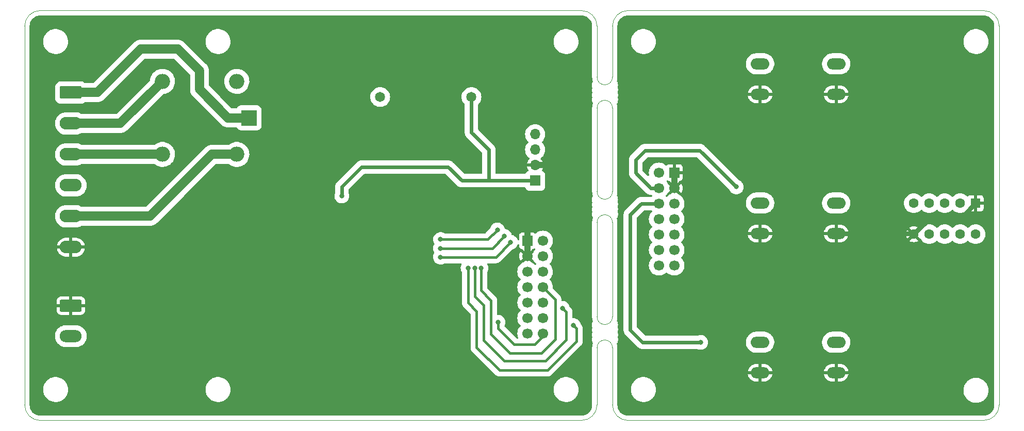
<source format=gbl>
%TF.GenerationSoftware,KiCad,Pcbnew,(6.0.8-1)-1*%
%TF.CreationDate,2022-12-21T11:45:43+03:00*%
%TF.ProjectId,MilkPompV2,4d696c6b-506f-46d7-9056-322e6b696361,V2*%
%TF.SameCoordinates,Original*%
%TF.FileFunction,Copper,L2,Bot*%
%TF.FilePolarity,Positive*%
%FSLAX46Y46*%
G04 Gerber Fmt 4.6, Leading zero omitted, Abs format (unit mm)*
G04 Created by KiCad (PCBNEW (6.0.8-1)-1) date 2022-12-21 11:45:43*
%MOMM*%
%LPD*%
G01*
G04 APERTURE LIST*
G04 Aperture macros list*
%AMRoundRect*
0 Rectangle with rounded corners*
0 $1 Rounding radius*
0 $2 $3 $4 $5 $6 $7 $8 $9 X,Y pos of 4 corners*
0 Add a 4 corners polygon primitive as box body*
4,1,4,$2,$3,$4,$5,$6,$7,$8,$9,$2,$3,0*
0 Add four circle primitives for the rounded corners*
1,1,$1+$1,$2,$3*
1,1,$1+$1,$4,$5*
1,1,$1+$1,$6,$7*
1,1,$1+$1,$8,$9*
0 Add four rect primitives between the rounded corners*
20,1,$1+$1,$2,$3,$4,$5,0*
20,1,$1+$1,$4,$5,$6,$7,0*
20,1,$1+$1,$6,$7,$8,$9,0*
20,1,$1+$1,$8,$9,$2,$3,0*%
G04 Aperture macros list end*
%TA.AperFunction,Profile*%
%ADD10C,0.100000*%
%TD*%
%TA.AperFunction,ComponentPad*%
%ADD11C,1.650000*%
%TD*%
%TA.AperFunction,ComponentPad*%
%ADD12RoundRect,0.250000X-1.550000X0.750000X-1.550000X-0.750000X1.550000X-0.750000X1.550000X0.750000X0*%
%TD*%
%TA.AperFunction,ComponentPad*%
%ADD13O,3.600000X2.000000*%
%TD*%
%TA.AperFunction,ComponentPad*%
%ADD14R,1.600000X1.600000*%
%TD*%
%TA.AperFunction,ComponentPad*%
%ADD15C,1.600000*%
%TD*%
%TA.AperFunction,ComponentPad*%
%ADD16R,2.500000X2.500000*%
%TD*%
%TA.AperFunction,ComponentPad*%
%ADD17O,2.500000X2.500000*%
%TD*%
%TA.AperFunction,ComponentPad*%
%ADD18O,3.048000X1.850000*%
%TD*%
%TA.AperFunction,ComponentPad*%
%ADD19R,1.700000X1.700000*%
%TD*%
%TA.AperFunction,ComponentPad*%
%ADD20C,1.700000*%
%TD*%
%TA.AperFunction,ComponentPad*%
%ADD21RoundRect,0.249999X-1.550001X0.790001X-1.550001X-0.790001X1.550001X-0.790001X1.550001X0.790001X0*%
%TD*%
%TA.AperFunction,ComponentPad*%
%ADD22O,3.600000X2.080000*%
%TD*%
%TA.AperFunction,ComponentPad*%
%ADD23O,1.700000X1.700000*%
%TD*%
%TA.AperFunction,ViaPad*%
%ADD24C,0.800000*%
%TD*%
%TA.AperFunction,Conductor*%
%ADD25C,0.800000*%
%TD*%
%TA.AperFunction,Conductor*%
%ADD26C,1.000000*%
%TD*%
%TA.AperFunction,Conductor*%
%ADD27C,0.400000*%
%TD*%
%TA.AperFunction,Conductor*%
%ADD28C,0.600000*%
%TD*%
%TA.AperFunction,Conductor*%
%ADD29C,1.500000*%
%TD*%
G04 APERTURE END LIST*
D10*
X173990000Y-118872000D02*
G75*
G03*
X176530000Y-118872000I1270000J0D01*
G01*
X176530000Y-123952000D02*
G75*
G03*
X173990000Y-123952000I-1270000J0D01*
G01*
X171450000Y-135890000D02*
G75*
G03*
X173990000Y-133350000I0J2540000D01*
G01*
X173990000Y-79502000D02*
G75*
G03*
X176530000Y-79502000I1270000J0D01*
G01*
X179070000Y-135890000D02*
X237490000Y-135890000D01*
X176530000Y-84582000D02*
G75*
G03*
X173990000Y-84582000I-1270000J0D01*
G01*
X173990000Y-71120000D02*
G75*
G03*
X171450000Y-68580000I-2540000J0D01*
G01*
X82550000Y-68580000D02*
G75*
G03*
X80010000Y-71120000I0J-2540000D01*
G01*
X176530000Y-98298000D02*
X176530000Y-84582000D01*
X176530000Y-133350000D02*
G75*
G03*
X179070000Y-135890000I2540000J0D01*
G01*
X173990000Y-98298000D02*
X173990000Y-84582000D01*
X80010000Y-133350000D02*
G75*
G03*
X82550000Y-135890000I2540000J0D01*
G01*
X82550000Y-68580000D02*
X171450000Y-68580000D01*
X173990000Y-98298000D02*
G75*
G03*
X176530000Y-98298000I1270000J0D01*
G01*
X237490000Y-68580000D02*
X179070000Y-68580000D01*
X173990000Y-133350000D02*
X173990000Y-123952000D01*
X240030000Y-133350000D02*
X240030000Y-71120000D01*
X240030000Y-71120000D02*
G75*
G03*
X237490000Y-68580000I-2540000J0D01*
G01*
X173990000Y-71120000D02*
X173990000Y-79502000D01*
X171450000Y-135890000D02*
X82550000Y-135890000D01*
X80010000Y-133350000D02*
X80010000Y-71120000D01*
X237490000Y-135890000D02*
G75*
G03*
X240030000Y-133350000I0J2540000D01*
G01*
X179070000Y-68580000D02*
G75*
G03*
X176530000Y-71120000I0J-2540000D01*
G01*
X173990000Y-118872000D02*
X173990000Y-103378000D01*
X176530000Y-79502000D02*
X176530000Y-71120000D01*
X176530000Y-103378000D02*
G75*
G03*
X173990000Y-103378000I-1270000J0D01*
G01*
X176530000Y-133350000D02*
X176530000Y-123952000D01*
X176530000Y-118872000D02*
X176530000Y-103378000D01*
D11*
%TO.P,LS1,N*%
%TO.N,Net-(LS1-PadN)*%
X138381500Y-82773000D03*
%TO.P,LS1,P*%
%TO.N,+3V3*%
X153381500Y-82773000D03*
%TD*%
D12*
%TO.P,J6,1,Pin_1*%
%TO.N,GND*%
X87597500Y-117037600D03*
D13*
%TO.P,J6,2,Pin_2*%
%TO.N,+12V*%
X87597500Y-122037600D03*
%TD*%
D14*
%TO.P,U3,1,CC*%
%TO.N,GND*%
X236157500Y-100220095D03*
D15*
%TO.P,U3,2,F*%
%TO.N,Net-(R11-Pad2)*%
X233617500Y-100220095D03*
%TO.P,U3,3,G*%
%TO.N,Net-(R12-Pad2)*%
X231077500Y-100220095D03*
%TO.P,U3,4,E*%
%TO.N,Net-(R10-Pad2)*%
X228537500Y-100220095D03*
%TO.P,U3,5,D*%
%TO.N,Net-(R9-Pad2)*%
X225997500Y-100220095D03*
%TO.P,U3,6,CC*%
%TO.N,GND*%
X225997500Y-105300095D03*
%TO.P,U3,7,DP*%
%TO.N,Net-(R13-Pad2)*%
X228537500Y-105300095D03*
%TO.P,U3,8,C*%
%TO.N,Net-(R8-Pad2)*%
X231077500Y-105300095D03*
%TO.P,U3,9,B*%
%TO.N,Net-(R7-Pad2)*%
X233617500Y-105300095D03*
%TO.P,U3,10,A*%
%TO.N,Net-(R6-Pad2)*%
X236157500Y-105300095D03*
%TD*%
D16*
%TO.P,K1,1*%
%TO.N,/Relay /RELAY_IN*%
X116840000Y-86202000D03*
D17*
%TO.P,K1,2*%
%TO.N,Net-(D2-Pad1)*%
X114840000Y-80202000D03*
%TO.P,K1,3*%
%TO.N,/Relay /RELAY_NO*%
X102640000Y-80202000D03*
%TO.P,K1,4*%
%TO.N,/Relay /RELAY_NC*%
X102640000Y-92202000D03*
%TO.P,K1,5*%
%TO.N,+12V*%
X114840000Y-92202000D03*
%TD*%
D18*
%TO.P,SW3,1,1*%
%TO.N,/Buttons/BTN_MODE*%
X213270000Y-77327595D03*
X200770000Y-77327595D03*
%TO.P,SW3,2,2*%
%TO.N,GND*%
X200770000Y-82327595D03*
X213270000Y-82327595D03*
%TD*%
D19*
%TO.P,J4,1,Pin_1*%
%TO.N,GND*%
X162560000Y-106375200D03*
D20*
%TO.P,J4,2,Pin_2*%
%TO.N,BTN_MODE*%
X165100000Y-106375200D03*
%TO.P,J4,3,Pin_3*%
%TO.N,GND*%
X162560000Y-108915200D03*
%TO.P,J4,4,Pin_4*%
%TO.N,BTN_START*%
X165100000Y-108915200D03*
%TO.P,J4,5,Pin_5*%
%TO.N,DISP_F*%
X162560000Y-111455200D03*
%TO.P,J4,6,Pin_6*%
%TO.N,BTN_IO*%
X165100000Y-111455200D03*
%TO.P,J4,7,Pin_7*%
%TO.N,DISP_G*%
X162560000Y-113995200D03*
%TO.P,J4,8,Pin_8*%
%TO.N,DISP_A*%
X165100000Y-113995200D03*
%TO.P,J4,9,Pin_9*%
%TO.N,DISP_E*%
X162560000Y-116535200D03*
%TO.P,J4,10,Pin_10*%
%TO.N,DISP_B*%
X165100000Y-116535200D03*
%TO.P,J4,11,Pin_11*%
%TO.N,DISP_D*%
X162560000Y-119075200D03*
%TO.P,J4,12,Pin_12*%
%TO.N,DISP_C*%
X165100000Y-119075200D03*
%TO.P,J4,13,Pin_13*%
%TO.N,+3V3*%
X162560000Y-121615200D03*
%TO.P,J4,14,Pin_14*%
%TO.N,DISP_P*%
X165100000Y-121615200D03*
%TD*%
D18*
%TO.P,SW2,1,1*%
%TO.N,/Buttons/BTN_START*%
X200770000Y-100187595D03*
X213270000Y-100187595D03*
%TO.P,SW2,2,2*%
%TO.N,GND*%
X213270000Y-105187595D03*
X200770000Y-105187595D03*
%TD*%
D21*
%TO.P,J1,1,Pin_1*%
%TO.N,/Relay /RELAY_IN*%
X87597500Y-82042000D03*
D22*
%TO.P,J1,2,Pin_2*%
%TO.N,/Relay /RELAY_NO*%
X87597500Y-87122000D03*
%TO.P,J1,3,Pin_3*%
%TO.N,/Relay /RELAY_NC*%
X87597500Y-92202000D03*
%TO.P,J1,4,Pin_4*%
%TO.N,/Flow/FLOW_SENSOR*%
X87597500Y-97282000D03*
%TO.P,J1,5,Pin_5*%
%TO.N,+12V*%
X87597500Y-102362000D03*
%TO.P,J1,6,Pin_6*%
%TO.N,GND*%
X87597500Y-107442000D03*
%TD*%
D18*
%TO.P,SW1,1,1*%
%TO.N,/Buttons/BTN_IO*%
X213270000Y-123047595D03*
X200770000Y-123047595D03*
%TO.P,SW1,2,2*%
%TO.N,GND*%
X213270000Y-128047595D03*
X200770000Y-128047595D03*
%TD*%
D19*
%TO.P,J3,1,Pin_1*%
%TO.N,+3V3*%
X163830000Y-96520000D03*
D23*
%TO.P,J3,2,Pin_2*%
%TO.N,GND*%
X163830000Y-93980000D03*
%TO.P,J3,3,Pin_3*%
%TO.N,SWDIO*%
X163830000Y-91440000D03*
%TO.P,J3,4,Pin_4*%
%TO.N,SWCLK*%
X163830000Y-88900000D03*
%TD*%
D19*
%TO.P,J2,1,Pin_1*%
%TO.N,GND*%
X186695000Y-95197595D03*
D20*
%TO.P,J2,2,Pin_2*%
%TO.N,/Buttons/BTN_MODE*%
X184155000Y-95197595D03*
%TO.P,J2,3,Pin_3*%
%TO.N,GND*%
X186695000Y-97737595D03*
%TO.P,J2,4,Pin_4*%
%TO.N,/Buttons/BTN_START*%
X184155000Y-97737595D03*
%TO.P,J2,5,Pin_5*%
%TO.N,/Display/DISP_F*%
X186695000Y-100277595D03*
%TO.P,J2,6,Pin_6*%
%TO.N,/Buttons/BTN_IO*%
X184155000Y-100277595D03*
%TO.P,J2,7,Pin_7*%
%TO.N,/Display/DISP_G*%
X186695000Y-102817595D03*
%TO.P,J2,8,Pin_8*%
%TO.N,/Display/DISP_A*%
X184155000Y-102817595D03*
%TO.P,J2,9,Pin_9*%
%TO.N,/Display/DISP_E*%
X186695000Y-105357595D03*
%TO.P,J2,10,Pin_10*%
%TO.N,/Display/DISP_B*%
X184155000Y-105357595D03*
%TO.P,J2,11,Pin_11*%
%TO.N,/Display/DISP_D*%
X186695000Y-107897595D03*
%TO.P,J2,12,Pin_12*%
%TO.N,/Display/DISP_C*%
X184155000Y-107897595D03*
%TO.P,J2,13,Pin_13*%
%TO.N,+3V3*%
X186695000Y-110437595D03*
%TO.P,J2,14,Pin_14*%
%TO.N,/Display/DISP_P*%
X184155000Y-110437595D03*
%TD*%
D24*
%TO.N,GND*%
X138010800Y-107950000D03*
X137668000Y-124968000D03*
X135636000Y-112522000D03*
X137668000Y-123279500D03*
%TO.N,+3V3*%
X132080000Y-99022500D03*
%TO.N,BTN_IO*%
X157632400Y-104597200D03*
X148285200Y-106172000D03*
%TO.N,BTN_START*%
X158800800Y-105664000D03*
X148285200Y-107645200D03*
%TO.N,BTN_MODE*%
X148285200Y-109067600D03*
X159816800Y-106629200D03*
X148285200Y-109067600D03*
%TO.N,/Buttons/BTN_IO*%
X191008000Y-123063000D03*
%TO.N,/Buttons/BTN_START*%
X196850000Y-97536000D03*
%TO.N,DISP_P*%
X157734000Y-119761000D03*
%TO.N,DISP_C*%
X170129200Y-120294400D03*
X152806400Y-110845600D03*
%TO.N,DISP_B*%
X168300400Y-117449600D03*
X153940985Y-110839781D03*
%TO.N,DISP_A*%
X154940000Y-110871000D03*
%TD*%
D25*
%TO.N,GND*%
X213270000Y-105187595D02*
X225885000Y-105187595D01*
X233572095Y-102805500D02*
X236157500Y-100220095D01*
X225885000Y-105187595D02*
X225997500Y-105300095D01*
X225997500Y-105300095D02*
X228492095Y-102805500D01*
X228492095Y-102805500D02*
X233572095Y-102805500D01*
D26*
X186695000Y-97737595D02*
X186695000Y-95197595D01*
X163830000Y-100330000D02*
X166370000Y-100330000D01*
D27*
X137668000Y-123279500D02*
X137668000Y-124968000D01*
D26*
X162560000Y-101600000D02*
X163830000Y-100330000D01*
X162560000Y-106375200D02*
X162560000Y-108915200D01*
X166370000Y-93980000D02*
X163830000Y-93980000D01*
X166370000Y-100330000D02*
X167640000Y-99060000D01*
D27*
X138010800Y-110147200D02*
X135636000Y-112522000D01*
X138010800Y-107950000D02*
X138010800Y-110147200D01*
D26*
X167640000Y-99060000D02*
X167640000Y-95250000D01*
X167640000Y-95250000D02*
X166370000Y-93980000D01*
D25*
X200770000Y-82327595D02*
X200770000Y-82389200D01*
D26*
X162560000Y-106375200D02*
X162560000Y-101600000D01*
D28*
%TO.N,+3V3*%
X149555200Y-94284800D02*
X151790400Y-96520000D01*
X156210000Y-91440000D02*
X153381500Y-88611500D01*
X163830000Y-96520000D02*
X156210000Y-96520000D01*
X132080000Y-99022500D02*
X132080000Y-97536000D01*
X151790400Y-96520000D02*
X156210000Y-96520000D01*
X153381500Y-88611500D02*
X153381500Y-82773000D01*
X156210000Y-96520000D02*
X156210000Y-91440000D01*
X135331200Y-94284800D02*
X149555200Y-94284800D01*
X132080000Y-97536000D02*
X135331200Y-94284800D01*
D27*
%TO.N,BTN_IO*%
X156057600Y-106172000D02*
X157632400Y-104597200D01*
X148285200Y-106172000D02*
X156057600Y-106172000D01*
%TO.N,BTN_START*%
X156819600Y-107645200D02*
X158800800Y-105664000D01*
X148285200Y-107645200D02*
X156819600Y-107645200D01*
%TO.N,BTN_MODE*%
X159816800Y-106629200D02*
X157378400Y-109067600D01*
X157378400Y-109067600D02*
X148285200Y-109067600D01*
D29*
%TO.N,+12V*%
X110744000Y-92202000D02*
X100584000Y-102362000D01*
X114840000Y-92202000D02*
X110744000Y-92202000D01*
X100584000Y-102362000D02*
X87597500Y-102362000D01*
%TO.N,/Relay /RELAY_IN*%
X108712000Y-78486000D02*
X108712000Y-81534000D01*
X91948000Y-82042000D02*
X99060000Y-74930000D01*
X113380000Y-86202000D02*
X116840000Y-86202000D01*
X99060000Y-74930000D02*
X105156000Y-74930000D01*
X87597500Y-82042000D02*
X91948000Y-82042000D01*
X108712000Y-81534000D02*
X113380000Y-86202000D01*
X105156000Y-74930000D02*
X108712000Y-78486000D01*
D28*
%TO.N,/Buttons/BTN_IO*%
X179451000Y-121031000D02*
X181483000Y-123063000D01*
X184155000Y-100277595D02*
X181281405Y-100277595D01*
X179451000Y-102108000D02*
X179451000Y-121031000D01*
X181483000Y-123063000D02*
X183134000Y-123063000D01*
X183261000Y-123063000D02*
X191008000Y-123063000D01*
X181281405Y-100277595D02*
X179451000Y-102108000D01*
%TO.N,/Buttons/BTN_START*%
X190881000Y-91567000D02*
X196850000Y-97536000D01*
X184155000Y-97737595D02*
X182827595Y-97737595D01*
X180340000Y-95250000D02*
X180340000Y-93091000D01*
X181864000Y-91567000D02*
X190881000Y-91567000D01*
X182827595Y-97737595D02*
X180340000Y-95250000D01*
X180340000Y-93091000D02*
X181864000Y-91567000D01*
D29*
%TO.N,/Relay /RELAY_NO*%
X87597500Y-87122000D02*
X95720000Y-87122000D01*
X95720000Y-87122000D02*
X102640000Y-80202000D01*
%TO.N,/Relay /RELAY_NC*%
X87597500Y-92202000D02*
X102640000Y-92202000D01*
D27*
%TO.N,DISP_P*%
X163728400Y-123444000D02*
X165100000Y-122072400D01*
X160401000Y-123444000D02*
X163728400Y-123444000D01*
X165100000Y-122072400D02*
X165100000Y-121615200D01*
X157734000Y-119761000D02*
X157734000Y-120777000D01*
X157734000Y-120777000D02*
X160401000Y-123444000D01*
%TO.N,DISP_C*%
X152806400Y-116535200D02*
X154228800Y-117957600D01*
X165862000Y-127660400D02*
X170637200Y-122885200D01*
X154228800Y-117957600D02*
X154228800Y-123901200D01*
X152806400Y-110845600D02*
X152806400Y-116535200D01*
X170637200Y-120802400D02*
X170129200Y-120294400D01*
X170637200Y-122885200D02*
X170637200Y-120802400D01*
X154228800Y-123901200D02*
X157988000Y-127660400D01*
X157988000Y-127660400D02*
X165862000Y-127660400D01*
%TO.N,DISP_B*%
X153940985Y-110839781D02*
X153974800Y-110873596D01*
X155346400Y-116941600D02*
X155346400Y-122732800D01*
X153974800Y-110873596D02*
X153974800Y-115570000D01*
X155346400Y-122732800D02*
X158750000Y-126136400D01*
X153974800Y-115570000D02*
X155346400Y-116941600D01*
X168960800Y-122682000D02*
X168960800Y-118110000D01*
X168960800Y-118110000D02*
X168300400Y-117449600D01*
X165506400Y-126136400D02*
X168960800Y-122682000D01*
X158750000Y-126136400D02*
X165506400Y-126136400D01*
%TO.N,DISP_A*%
X156565600Y-116179600D02*
X156565600Y-121716800D01*
X167132000Y-122529600D02*
X167132000Y-116027200D01*
X159664400Y-124815600D02*
X164846000Y-124815600D01*
X154940000Y-110871000D02*
X154940000Y-114554000D01*
X154940000Y-114554000D02*
X156565600Y-116179600D01*
X164846000Y-124815600D02*
X167132000Y-122529600D01*
X156565600Y-121716800D02*
X159664400Y-124815600D01*
X167132000Y-116027200D02*
X165100000Y-113995200D01*
%TD*%
%TA.AperFunction,Conductor*%
%TO.N,GND*%
G36*
X237447144Y-69381493D02*
G01*
X237478753Y-69385486D01*
X237485760Y-69384799D01*
X237485762Y-69384799D01*
X237493515Y-69384039D01*
X237502273Y-69383180D01*
X237523554Y-69382900D01*
X237559711Y-69385486D01*
X237728566Y-69397563D01*
X237746361Y-69400121D01*
X237971273Y-69449047D01*
X237988512Y-69454109D01*
X238112703Y-69500430D01*
X238204173Y-69534547D01*
X238220525Y-69542015D01*
X238422537Y-69652321D01*
X238437661Y-69662041D01*
X238621918Y-69799975D01*
X238635504Y-69811748D01*
X238798252Y-69974496D01*
X238810025Y-69988082D01*
X238947959Y-70172339D01*
X238957679Y-70187463D01*
X239067985Y-70389475D01*
X239075453Y-70405827D01*
X239155889Y-70621482D01*
X239160954Y-70638732D01*
X239209879Y-70863640D01*
X239212437Y-70881434D01*
X239226296Y-71075197D01*
X239225623Y-71099972D01*
X239224514Y-71108753D01*
X239227434Y-71138532D01*
X239228899Y-71153475D01*
X239229500Y-71165770D01*
X239229500Y-133291353D01*
X239228507Y-133307144D01*
X239224514Y-133338753D01*
X239225201Y-133345760D01*
X239225201Y-133345762D01*
X239226820Y-133362270D01*
X239227100Y-133383555D01*
X239212437Y-133588566D01*
X239209879Y-133606360D01*
X239160954Y-133831268D01*
X239155889Y-133848518D01*
X239075453Y-134064173D01*
X239067985Y-134080525D01*
X238957679Y-134282537D01*
X238947959Y-134297661D01*
X238810025Y-134481918D01*
X238798252Y-134495504D01*
X238635504Y-134658252D01*
X238621918Y-134670025D01*
X238437661Y-134807959D01*
X238422537Y-134817679D01*
X238220525Y-134927985D01*
X238204173Y-134935453D01*
X238112703Y-134969570D01*
X237988512Y-135015891D01*
X237971273Y-135020953D01*
X237766133Y-135065578D01*
X237746360Y-135069879D01*
X237728566Y-135072437D01*
X237700886Y-135074417D01*
X237534799Y-135086296D01*
X237510028Y-135085623D01*
X237501247Y-135084514D01*
X237467102Y-135087862D01*
X237456525Y-135088899D01*
X237444230Y-135089500D01*
X179128647Y-135089500D01*
X179112856Y-135088507D01*
X179107750Y-135087862D01*
X179081247Y-135084514D01*
X179074240Y-135085201D01*
X179074238Y-135085201D01*
X179066485Y-135085961D01*
X179057727Y-135086820D01*
X179036446Y-135087100D01*
X178923388Y-135079014D01*
X178831434Y-135072437D01*
X178813640Y-135069879D01*
X178793867Y-135065578D01*
X178588727Y-135020953D01*
X178571488Y-135015891D01*
X178447297Y-134969570D01*
X178355827Y-134935453D01*
X178339475Y-134927985D01*
X178137463Y-134817679D01*
X178122339Y-134807959D01*
X177938082Y-134670025D01*
X177924496Y-134658252D01*
X177761748Y-134495504D01*
X177749975Y-134481918D01*
X177612041Y-134297661D01*
X177602321Y-134282537D01*
X177492015Y-134080525D01*
X177484547Y-134064173D01*
X177404111Y-133848518D01*
X177399046Y-133831268D01*
X177350121Y-133606360D01*
X177347563Y-133588566D01*
X177334121Y-133400618D01*
X177334809Y-133380389D01*
X177334397Y-133380357D01*
X177334701Y-133376408D01*
X177335251Y-133372493D01*
X177335565Y-133350000D01*
X177331285Y-133311843D01*
X177330500Y-133297798D01*
X177330500Y-130738264D01*
X179555745Y-130738264D01*
X179555898Y-130742652D01*
X179555898Y-130742658D01*
X179565343Y-131013105D01*
X179565753Y-131024859D01*
X179566515Y-131029182D01*
X179566516Y-131029189D01*
X179590805Y-131166935D01*
X179615550Y-131307272D01*
X179616905Y-131311443D01*
X179616907Y-131311450D01*
X179655410Y-131429949D01*
X179704167Y-131580006D01*
X179829879Y-131837753D01*
X179990238Y-132075496D01*
X179993182Y-132078765D01*
X179993183Y-132078767D01*
X180003204Y-132089896D01*
X180182125Y-132288608D01*
X180401803Y-132472940D01*
X180644998Y-132624905D01*
X180906975Y-132741545D01*
X181182636Y-132820589D01*
X181186986Y-132821200D01*
X181186989Y-132821201D01*
X181291342Y-132835867D01*
X181466615Y-132860500D01*
X181681604Y-132860500D01*
X181683790Y-132860347D01*
X181683794Y-132860347D01*
X181891686Y-132845810D01*
X181891691Y-132845809D01*
X181896071Y-132845503D01*
X181900365Y-132844590D01*
X181900367Y-132844590D01*
X182050246Y-132812732D01*
X182176575Y-132785880D01*
X182180706Y-132784376D01*
X182180711Y-132784375D01*
X182329135Y-132730353D01*
X182446050Y-132687799D01*
X182564337Y-132624905D01*
X182695361Y-132555239D01*
X182695367Y-132555235D01*
X182699253Y-132553169D01*
X182702813Y-132550582D01*
X182702817Y-132550580D01*
X182927691Y-132387199D01*
X182927694Y-132387197D01*
X182931254Y-132384610D01*
X183027738Y-132291437D01*
X183134374Y-132188460D01*
X183134378Y-132188455D01*
X183137539Y-132185403D01*
X183220853Y-132078767D01*
X183311381Y-131962896D01*
X183314093Y-131959425D01*
X183381953Y-131841888D01*
X183455276Y-131714888D01*
X183455278Y-131714883D01*
X183457477Y-131711075D01*
X183564903Y-131445187D01*
X183567625Y-131434272D01*
X183633214Y-131171206D01*
X183634279Y-131166935D01*
X183635409Y-131156189D01*
X183663796Y-130886105D01*
X183663796Y-130886102D01*
X183664255Y-130881736D01*
X183664102Y-130877342D01*
X183663680Y-130865264D01*
X234165745Y-130865264D01*
X234165898Y-130869652D01*
X234165898Y-130869658D01*
X234171165Y-131020462D01*
X234175753Y-131151859D01*
X234176515Y-131156182D01*
X234176516Y-131156189D01*
X234200805Y-131293935D01*
X234225550Y-131434272D01*
X234226905Y-131438443D01*
X234226907Y-131438450D01*
X234230423Y-131449270D01*
X234314167Y-131707006D01*
X234316095Y-131710959D01*
X234316097Y-131710964D01*
X234318011Y-131714888D01*
X234439879Y-131964753D01*
X234600238Y-132202496D01*
X234792125Y-132415608D01*
X235011803Y-132599940D01*
X235254998Y-132751905D01*
X235396260Y-132814799D01*
X235498906Y-132860500D01*
X235516975Y-132868545D01*
X235792636Y-132947589D01*
X235796986Y-132948200D01*
X235796989Y-132948201D01*
X235901342Y-132962867D01*
X236076615Y-132987500D01*
X236291604Y-132987500D01*
X236293790Y-132987347D01*
X236293794Y-132987347D01*
X236501686Y-132972810D01*
X236501691Y-132972809D01*
X236506071Y-132972503D01*
X236510365Y-132971590D01*
X236510367Y-132971590D01*
X236628984Y-132946377D01*
X236786575Y-132912880D01*
X236790706Y-132911376D01*
X236790711Y-132911375D01*
X236970848Y-132845810D01*
X237056050Y-132814799D01*
X237174337Y-132751905D01*
X237305361Y-132682239D01*
X237305367Y-132682235D01*
X237309253Y-132680169D01*
X237312813Y-132677582D01*
X237312817Y-132677580D01*
X237537691Y-132514199D01*
X237537694Y-132514197D01*
X237541254Y-132511610D01*
X237544421Y-132508552D01*
X237744374Y-132315460D01*
X237744378Y-132315455D01*
X237747539Y-132312403D01*
X237763920Y-132291437D01*
X237921381Y-132089896D01*
X237924093Y-132086425D01*
X237963478Y-132018208D01*
X238065276Y-131841888D01*
X238065278Y-131841883D01*
X238067477Y-131838075D01*
X238174903Y-131572187D01*
X238244279Y-131293935D01*
X238257628Y-131166935D01*
X238273796Y-131013105D01*
X238273796Y-131013102D01*
X238274255Y-131008736D01*
X238269973Y-130886105D01*
X238264401Y-130726538D01*
X238264400Y-130726532D01*
X238264247Y-130722141D01*
X238241854Y-130595141D01*
X238217573Y-130457439D01*
X238214450Y-130439728D01*
X238213095Y-130435557D01*
X238213093Y-130435550D01*
X238165525Y-130289154D01*
X238125833Y-130166994D01*
X238000121Y-129909247D01*
X237839762Y-129671504D01*
X237833358Y-129664391D01*
X237740801Y-129561597D01*
X237647875Y-129458392D01*
X237428197Y-129274060D01*
X237185002Y-129122095D01*
X237001020Y-129040181D01*
X236927039Y-129007242D01*
X236927037Y-129007241D01*
X236923025Y-129005455D01*
X236647364Y-128926411D01*
X236643014Y-128925800D01*
X236643011Y-128925799D01*
X236538658Y-128911133D01*
X236363385Y-128886500D01*
X236148396Y-128886500D01*
X236146210Y-128886653D01*
X236146206Y-128886653D01*
X235938314Y-128901190D01*
X235938309Y-128901191D01*
X235933929Y-128901497D01*
X235929635Y-128902410D01*
X235929633Y-128902410D01*
X235819597Y-128925799D01*
X235653425Y-128961120D01*
X235649294Y-128962624D01*
X235649289Y-128962625D01*
X235531616Y-129005455D01*
X235383950Y-129059201D01*
X235369600Y-129066831D01*
X235134639Y-129191761D01*
X235134633Y-129191765D01*
X235130747Y-129193831D01*
X235127187Y-129196418D01*
X235127183Y-129196420D01*
X234941411Y-129331392D01*
X234898746Y-129362390D01*
X234895582Y-129365446D01*
X234895579Y-129365448D01*
X234695626Y-129558540D01*
X234695622Y-129558545D01*
X234692461Y-129561597D01*
X234689754Y-129565062D01*
X234689752Y-129565064D01*
X234606592Y-129671504D01*
X234515907Y-129787575D01*
X234513704Y-129791391D01*
X234447765Y-129905602D01*
X234372523Y-130035925D01*
X234265097Y-130301813D01*
X234264032Y-130306086D01*
X234264031Y-130306088D01*
X234261298Y-130317051D01*
X234195721Y-130580065D01*
X234195262Y-130584435D01*
X234195261Y-130584439D01*
X234166204Y-130860895D01*
X234165745Y-130865264D01*
X183663680Y-130865264D01*
X183654401Y-130599538D01*
X183654400Y-130599532D01*
X183654247Y-130595141D01*
X183629967Y-130457439D01*
X183605212Y-130317051D01*
X183604450Y-130312728D01*
X183603095Y-130308557D01*
X183603093Y-130308550D01*
X183517194Y-130044184D01*
X183515833Y-130039994D01*
X183513849Y-130035925D01*
X183450046Y-129905112D01*
X183390121Y-129782247D01*
X183229762Y-129544504D01*
X183037875Y-129331392D01*
X182818197Y-129147060D01*
X182575002Y-128995095D01*
X182331438Y-128886653D01*
X182317039Y-128880242D01*
X182317037Y-128880241D01*
X182313025Y-128878455D01*
X182155222Y-128833206D01*
X182041591Y-128800623D01*
X182041590Y-128800623D01*
X182037364Y-128799411D01*
X182033014Y-128798800D01*
X182033011Y-128798799D01*
X181928658Y-128784133D01*
X181753385Y-128759500D01*
X181538396Y-128759500D01*
X181536210Y-128759653D01*
X181536206Y-128759653D01*
X181328314Y-128774190D01*
X181328309Y-128774191D01*
X181323929Y-128774497D01*
X181319635Y-128775410D01*
X181319633Y-128775410D01*
X181209597Y-128798799D01*
X181043425Y-128834120D01*
X181039294Y-128835624D01*
X181039289Y-128835625D01*
X180921616Y-128878455D01*
X180773950Y-128932201D01*
X180770063Y-128934268D01*
X180524639Y-129064761D01*
X180524633Y-129064765D01*
X180520747Y-129066831D01*
X180517187Y-129069418D01*
X180517183Y-129069420D01*
X180342383Y-129196420D01*
X180288746Y-129235390D01*
X180285582Y-129238446D01*
X180285579Y-129238448D01*
X180085626Y-129431540D01*
X180085622Y-129431545D01*
X180082461Y-129434597D01*
X180079754Y-129438062D01*
X180079752Y-129438064D01*
X179996592Y-129544504D01*
X179905907Y-129660575D01*
X179903704Y-129664391D01*
X179837765Y-129778602D01*
X179762523Y-129908925D01*
X179655097Y-130174813D01*
X179585721Y-130453065D01*
X179585262Y-130457435D01*
X179585261Y-130457439D01*
X179556977Y-130726538D01*
X179555745Y-130738264D01*
X177330500Y-130738264D01*
X177330500Y-128319789D01*
X198762895Y-128319789D01*
X198771453Y-128375716D01*
X198773841Y-128385741D01*
X198843836Y-128599890D01*
X198847833Y-128609399D01*
X198951861Y-128809235D01*
X198957355Y-128817960D01*
X199092628Y-128998127D01*
X199099471Y-129005834D01*
X199262356Y-129161491D01*
X199270362Y-129167974D01*
X199456485Y-129294938D01*
X199465444Y-129300027D01*
X199669807Y-129394889D01*
X199679475Y-129398446D01*
X199896580Y-129458655D01*
X199906699Y-129460586D01*
X200090595Y-129480239D01*
X200097287Y-129480595D01*
X200497885Y-129480595D01*
X200513124Y-129476120D01*
X200514329Y-129474730D01*
X200516000Y-129467047D01*
X200516000Y-129462480D01*
X201024000Y-129462480D01*
X201028475Y-129477719D01*
X201029865Y-129478924D01*
X201037548Y-129480595D01*
X201426145Y-129480595D01*
X201431318Y-129480383D01*
X201598687Y-129466622D01*
X201608867Y-129464937D01*
X201827377Y-129410051D01*
X201837128Y-129406731D01*
X202043749Y-129316891D01*
X202052824Y-129312025D01*
X202241990Y-129189647D01*
X202250161Y-129183355D01*
X202416800Y-129031726D01*
X202423825Y-129024193D01*
X202563466Y-128847377D01*
X202569162Y-128838804D01*
X202678052Y-128641550D01*
X202682273Y-128632155D01*
X202757481Y-128419775D01*
X202760113Y-128409812D01*
X202776148Y-128319789D01*
X211262895Y-128319789D01*
X211271453Y-128375716D01*
X211273841Y-128385741D01*
X211343836Y-128599890D01*
X211347833Y-128609399D01*
X211451861Y-128809235D01*
X211457355Y-128817960D01*
X211592628Y-128998127D01*
X211599471Y-129005834D01*
X211762356Y-129161491D01*
X211770362Y-129167974D01*
X211956485Y-129294938D01*
X211965444Y-129300027D01*
X212169807Y-129394889D01*
X212179475Y-129398446D01*
X212396580Y-129458655D01*
X212406699Y-129460586D01*
X212590595Y-129480239D01*
X212597287Y-129480595D01*
X212997885Y-129480595D01*
X213013124Y-129476120D01*
X213014329Y-129474730D01*
X213016000Y-129467047D01*
X213016000Y-129462480D01*
X213524000Y-129462480D01*
X213528475Y-129477719D01*
X213529865Y-129478924D01*
X213537548Y-129480595D01*
X213926145Y-129480595D01*
X213931318Y-129480383D01*
X214098687Y-129466622D01*
X214108867Y-129464937D01*
X214327377Y-129410051D01*
X214337128Y-129406731D01*
X214543749Y-129316891D01*
X214552824Y-129312025D01*
X214741990Y-129189647D01*
X214750161Y-129183355D01*
X214916800Y-129031726D01*
X214923825Y-129024193D01*
X215063466Y-128847377D01*
X215069162Y-128838804D01*
X215178052Y-128641550D01*
X215182273Y-128632155D01*
X215257481Y-128419775D01*
X215260113Y-128409812D01*
X215276212Y-128319432D01*
X215274752Y-128306135D01*
X215260197Y-128301595D01*
X213542115Y-128301595D01*
X213526876Y-128306070D01*
X213525671Y-128307460D01*
X213524000Y-128315143D01*
X213524000Y-129462480D01*
X213016000Y-129462480D01*
X213016000Y-128319710D01*
X213011525Y-128304471D01*
X213010135Y-128303266D01*
X213002452Y-128301595D01*
X211278226Y-128301595D01*
X211264882Y-128305513D01*
X211262895Y-128319789D01*
X202776148Y-128319789D01*
X202776212Y-128319432D01*
X202774752Y-128306135D01*
X202760197Y-128301595D01*
X201042115Y-128301595D01*
X201026876Y-128306070D01*
X201025671Y-128307460D01*
X201024000Y-128315143D01*
X201024000Y-129462480D01*
X200516000Y-129462480D01*
X200516000Y-128319710D01*
X200511525Y-128304471D01*
X200510135Y-128303266D01*
X200502452Y-128301595D01*
X198778226Y-128301595D01*
X198764882Y-128305513D01*
X198762895Y-128319789D01*
X177330500Y-128319789D01*
X177330500Y-127775758D01*
X198763788Y-127775758D01*
X198765248Y-127789055D01*
X198779803Y-127793595D01*
X200497885Y-127793595D01*
X200513124Y-127789120D01*
X200514329Y-127787730D01*
X200516000Y-127780047D01*
X200516000Y-127775480D01*
X201024000Y-127775480D01*
X201028475Y-127790719D01*
X201029865Y-127791924D01*
X201037548Y-127793595D01*
X202761774Y-127793595D01*
X202775118Y-127789677D01*
X202777055Y-127775758D01*
X211263788Y-127775758D01*
X211265248Y-127789055D01*
X211279803Y-127793595D01*
X212997885Y-127793595D01*
X213013124Y-127789120D01*
X213014329Y-127787730D01*
X213016000Y-127780047D01*
X213016000Y-127775480D01*
X213524000Y-127775480D01*
X213528475Y-127790719D01*
X213529865Y-127791924D01*
X213537548Y-127793595D01*
X215261774Y-127793595D01*
X215275118Y-127789677D01*
X215277105Y-127775401D01*
X215268547Y-127719474D01*
X215266159Y-127709449D01*
X215196164Y-127495300D01*
X215192167Y-127485791D01*
X215088139Y-127285955D01*
X215082645Y-127277230D01*
X214947372Y-127097063D01*
X214940529Y-127089356D01*
X214777644Y-126933699D01*
X214769638Y-126927216D01*
X214583515Y-126800252D01*
X214574556Y-126795163D01*
X214370193Y-126700301D01*
X214360525Y-126696744D01*
X214143420Y-126636535D01*
X214133301Y-126634604D01*
X213949405Y-126614951D01*
X213942713Y-126614595D01*
X213542115Y-126614595D01*
X213526876Y-126619070D01*
X213525671Y-126620460D01*
X213524000Y-126628143D01*
X213524000Y-127775480D01*
X213016000Y-127775480D01*
X213016000Y-126632710D01*
X213011525Y-126617471D01*
X213010135Y-126616266D01*
X213002452Y-126614595D01*
X212613855Y-126614595D01*
X212608682Y-126614807D01*
X212441313Y-126628568D01*
X212431133Y-126630253D01*
X212212623Y-126685139D01*
X212202872Y-126688459D01*
X211996251Y-126778299D01*
X211987176Y-126783165D01*
X211798010Y-126905543D01*
X211789839Y-126911835D01*
X211623200Y-127063464D01*
X211616175Y-127070997D01*
X211476534Y-127247813D01*
X211470838Y-127256386D01*
X211361948Y-127453640D01*
X211357727Y-127463035D01*
X211282519Y-127675415D01*
X211279887Y-127685378D01*
X211263788Y-127775758D01*
X202777055Y-127775758D01*
X202777105Y-127775401D01*
X202768547Y-127719474D01*
X202766159Y-127709449D01*
X202696164Y-127495300D01*
X202692167Y-127485791D01*
X202588139Y-127285955D01*
X202582645Y-127277230D01*
X202447372Y-127097063D01*
X202440529Y-127089356D01*
X202277644Y-126933699D01*
X202269638Y-126927216D01*
X202083515Y-126800252D01*
X202074556Y-126795163D01*
X201870193Y-126700301D01*
X201860525Y-126696744D01*
X201643420Y-126636535D01*
X201633301Y-126634604D01*
X201449405Y-126614951D01*
X201442713Y-126614595D01*
X201042115Y-126614595D01*
X201026876Y-126619070D01*
X201025671Y-126620460D01*
X201024000Y-126628143D01*
X201024000Y-127775480D01*
X200516000Y-127775480D01*
X200516000Y-126632710D01*
X200511525Y-126617471D01*
X200510135Y-126616266D01*
X200502452Y-126614595D01*
X200113855Y-126614595D01*
X200108682Y-126614807D01*
X199941313Y-126628568D01*
X199931133Y-126630253D01*
X199712623Y-126685139D01*
X199702872Y-126688459D01*
X199496251Y-126778299D01*
X199487176Y-126783165D01*
X199298010Y-126905543D01*
X199289839Y-126911835D01*
X199123200Y-127063464D01*
X199116175Y-127070997D01*
X198976534Y-127247813D01*
X198970838Y-127256386D01*
X198861948Y-127453640D01*
X198857727Y-127463035D01*
X198782519Y-127675415D01*
X198779887Y-127685378D01*
X198763788Y-127775758D01*
X177330500Y-127775758D01*
X177330500Y-124017111D01*
X177331726Y-123999575D01*
X177334700Y-123978416D01*
X177334700Y-123978411D01*
X177335251Y-123974493D01*
X177335565Y-123952000D01*
X177334390Y-123941523D01*
X177333878Y-123935751D01*
X177333582Y-123931227D01*
X177323372Y-123775448D01*
X177317462Y-123685278D01*
X177317461Y-123685271D01*
X177317192Y-123681166D01*
X177291774Y-123553379D01*
X177265047Y-123419015D01*
X177265045Y-123419009D01*
X177264241Y-123414965D01*
X177238387Y-123338802D01*
X177235431Y-123267868D01*
X177260617Y-123217984D01*
X177264388Y-123213426D01*
X177264390Y-123213424D01*
X177268318Y-123208675D01*
X177366303Y-123027455D01*
X177427223Y-122830654D01*
X177441789Y-122692063D01*
X177448113Y-122631898D01*
X177448113Y-122631896D01*
X177448757Y-122625769D01*
X177432667Y-122448966D01*
X177430645Y-122426742D01*
X177430644Y-122426739D01*
X177430086Y-122420603D01*
X177428346Y-122414692D01*
X177428345Y-122414685D01*
X177380600Y-122252462D01*
X177381108Y-122179628D01*
X177425401Y-122036539D01*
X177427223Y-122030654D01*
X177431626Y-121988764D01*
X177448113Y-121831898D01*
X177448113Y-121831896D01*
X177448757Y-121825769D01*
X177435076Y-121675438D01*
X177430645Y-121626742D01*
X177430644Y-121626739D01*
X177430086Y-121620603D01*
X177428346Y-121614692D01*
X177428345Y-121614685D01*
X177380600Y-121452462D01*
X177381108Y-121379628D01*
X177382471Y-121375225D01*
X177427223Y-121230654D01*
X177427867Y-121224528D01*
X177448113Y-121031898D01*
X177448113Y-121031896D01*
X177448757Y-121025769D01*
X177430086Y-120820603D01*
X177371920Y-120622972D01*
X177372364Y-120622841D01*
X177365758Y-120555938D01*
X177369192Y-120542127D01*
X177409801Y-120410939D01*
X177411623Y-120405054D01*
X177433157Y-120200169D01*
X177414486Y-119995003D01*
X177356320Y-119797372D01*
X177260874Y-119614802D01*
X177257009Y-119609995D01*
X177253639Y-119604845D01*
X177254801Y-119604084D01*
X177230392Y-119544973D01*
X177236371Y-119491137D01*
X177262916Y-119412938D01*
X177264241Y-119409035D01*
X177280857Y-119325502D01*
X177316386Y-119146887D01*
X177316386Y-119146884D01*
X177317192Y-119142834D01*
X177325310Y-119018973D01*
X177331605Y-118922931D01*
X177332561Y-118913638D01*
X177334699Y-118898422D01*
X177334699Y-118898419D01*
X177335251Y-118894493D01*
X177335565Y-118872000D01*
X177331285Y-118833843D01*
X177330500Y-118819798D01*
X177330500Y-103443111D01*
X177331726Y-103425575D01*
X177334700Y-103404416D01*
X177334700Y-103404411D01*
X177335251Y-103400493D01*
X177335565Y-103378000D01*
X177334390Y-103367523D01*
X177333878Y-103361751D01*
X177333582Y-103357227D01*
X177317192Y-103107166D01*
X177312068Y-103081402D01*
X177265047Y-102845015D01*
X177265045Y-102845009D01*
X177264241Y-102840965D01*
X177238387Y-102764802D01*
X177235431Y-102693868D01*
X177260617Y-102643984D01*
X177264388Y-102639426D01*
X177264390Y-102639424D01*
X177268318Y-102634675D01*
X177366303Y-102453455D01*
X177427223Y-102256654D01*
X177438277Y-102151484D01*
X177445686Y-102080991D01*
X178345824Y-102080991D01*
X178346247Y-102086967D01*
X178346247Y-102086970D01*
X178350185Y-102142585D01*
X178350500Y-102151484D01*
X178350500Y-120927419D01*
X178349597Y-120938119D01*
X178349908Y-120938142D01*
X178349469Y-120944116D01*
X178348463Y-120950034D01*
X178348594Y-120956035D01*
X178350470Y-121042015D01*
X178350500Y-121044764D01*
X178350500Y-121083469D01*
X178351196Y-121090763D01*
X178351735Y-121099964D01*
X178353044Y-121159981D01*
X178354305Y-121165840D01*
X178354306Y-121165845D01*
X178360034Y-121192450D01*
X178362286Y-121207001D01*
X178365439Y-121240046D01*
X178367129Y-121245806D01*
X178367129Y-121245807D01*
X178382338Y-121297653D01*
X178384610Y-121306600D01*
X178397242Y-121365271D01*
X178409946Y-121395127D01*
X178410242Y-121395823D01*
X178415200Y-121409669D01*
X178424553Y-121441549D01*
X178452042Y-121494922D01*
X178455958Y-121503264D01*
X178479462Y-121558502D01*
X178482813Y-121563479D01*
X178498005Y-121586045D01*
X178505501Y-121598719D01*
X178520705Y-121628239D01*
X178524413Y-121632959D01*
X178557780Y-121675438D01*
X178563214Y-121682903D01*
X178594203Y-121728933D01*
X178594207Y-121728938D01*
X178596739Y-121732699D01*
X178600452Y-121736794D01*
X178620870Y-121757212D01*
X178630860Y-121768473D01*
X178650424Y-121793379D01*
X178654954Y-121797310D01*
X178654955Y-121797311D01*
X178697074Y-121833860D01*
X178703588Y-121839930D01*
X180631583Y-123767925D01*
X180638515Y-123776135D01*
X180638751Y-123775931D01*
X180642666Y-123780467D01*
X180646137Y-123785360D01*
X180650468Y-123789506D01*
X180712630Y-123849013D01*
X180714594Y-123850936D01*
X180741930Y-123878272D01*
X180744239Y-123880179D01*
X180744249Y-123880188D01*
X180747574Y-123882934D01*
X180754467Y-123889064D01*
X180786462Y-123919692D01*
X180797831Y-123930575D01*
X180802865Y-123933825D01*
X180802867Y-123933827D01*
X180825727Y-123948587D01*
X180837611Y-123957285D01*
X180863210Y-123978425D01*
X180868469Y-123981298D01*
X180915890Y-124007207D01*
X180923810Y-124011918D01*
X180974246Y-124044485D01*
X180979814Y-124046729D01*
X180979816Y-124046730D01*
X181005039Y-124056895D01*
X181018352Y-124063188D01*
X181047494Y-124079110D01*
X181053202Y-124080937D01*
X181053204Y-124080938D01*
X181104664Y-124097410D01*
X181113351Y-124100546D01*
X181160347Y-124119486D01*
X181169019Y-124122981D01*
X181174908Y-124124131D01*
X181201599Y-124129343D01*
X181215863Y-124133005D01*
X181241780Y-124141301D01*
X181247494Y-124143130D01*
X181253446Y-124143845D01*
X181307096Y-124150290D01*
X181316216Y-124151727D01*
X181358678Y-124160019D01*
X181375122Y-124163230D01*
X181380643Y-124163500D01*
X181409521Y-124163500D01*
X181424549Y-124164399D01*
X181425701Y-124164537D01*
X181450044Y-124167462D01*
X181450048Y-124167462D01*
X181455991Y-124168176D01*
X181461967Y-124167753D01*
X181461970Y-124167753D01*
X181517585Y-124163815D01*
X181526484Y-124163500D01*
X190502132Y-124163500D01*
X190551869Y-124173732D01*
X190635436Y-124209635D01*
X190715088Y-124227658D01*
X190844995Y-124257054D01*
X190845001Y-124257055D01*
X190850632Y-124258329D01*
X190856403Y-124258556D01*
X190856405Y-124258556D01*
X190924211Y-124261220D01*
X191071098Y-124266991D01*
X191180275Y-124251161D01*
X191283738Y-124236160D01*
X191283743Y-124236159D01*
X191289452Y-124235331D01*
X191294916Y-124233476D01*
X191294921Y-124233475D01*
X191492907Y-124166268D01*
X191492912Y-124166266D01*
X191498379Y-124164410D01*
X191535101Y-124143845D01*
X191578597Y-124119486D01*
X191690884Y-124056602D01*
X191738367Y-124017111D01*
X191856086Y-123919204D01*
X191860518Y-123915518D01*
X191915830Y-123849013D01*
X191997908Y-123750326D01*
X191997910Y-123750323D01*
X192001602Y-123745884D01*
X192109410Y-123553379D01*
X192111266Y-123547912D01*
X192111268Y-123547907D01*
X192178475Y-123349921D01*
X192178476Y-123349916D01*
X192180331Y-123344452D01*
X192181159Y-123338743D01*
X192181160Y-123338738D01*
X192211458Y-123129772D01*
X192211991Y-123126098D01*
X192213643Y-123063000D01*
X192203905Y-122957024D01*
X198442794Y-122957024D01*
X198445379Y-123066704D01*
X198448597Y-123203254D01*
X198448979Y-123219476D01*
X198449813Y-123224181D01*
X198483625Y-123414965D01*
X198494791Y-123477972D01*
X198579177Y-123726565D01*
X198581380Y-123730806D01*
X198694246Y-123948082D01*
X198700194Y-123959533D01*
X198703020Y-123963401D01*
X198703021Y-123963403D01*
X198759878Y-124041230D01*
X198855058Y-124171516D01*
X199040205Y-124357634D01*
X199251373Y-124513606D01*
X199363691Y-124572699D01*
X199479477Y-124633617D01*
X199479482Y-124633619D01*
X199483705Y-124635841D01*
X199731852Y-124721527D01*
X199736558Y-124722386D01*
X199736560Y-124722387D01*
X199796794Y-124733388D01*
X199990105Y-124768693D01*
X200074103Y-124773095D01*
X201435757Y-124773095D01*
X201438136Y-124772914D01*
X201438137Y-124772914D01*
X201626002Y-124758624D01*
X201626007Y-124758623D01*
X201630769Y-124758261D01*
X201635422Y-124757182D01*
X201635425Y-124757182D01*
X201881849Y-124700063D01*
X201881848Y-124700063D01*
X201886513Y-124698982D01*
X202130349Y-124601702D01*
X202276417Y-124515833D01*
X202352533Y-124471087D01*
X202352538Y-124471084D01*
X202356664Y-124468658D01*
X202560251Y-124302912D01*
X202736425Y-124108278D01*
X202768698Y-124059427D01*
X202878493Y-123893229D01*
X202881131Y-123889236D01*
X202884037Y-123882934D01*
X202989034Y-123655178D01*
X202989035Y-123655175D01*
X202991040Y-123650826D01*
X202992364Y-123646224D01*
X203062300Y-123403127D01*
X203062301Y-123403123D01*
X203063621Y-123398534D01*
X203079919Y-123272189D01*
X203096595Y-123142903D01*
X203097206Y-123138166D01*
X203092937Y-122957024D01*
X210942794Y-122957024D01*
X210945379Y-123066704D01*
X210948597Y-123203254D01*
X210948979Y-123219476D01*
X210949813Y-123224181D01*
X210983625Y-123414965D01*
X210994791Y-123477972D01*
X211079177Y-123726565D01*
X211081380Y-123730806D01*
X211194246Y-123948082D01*
X211200194Y-123959533D01*
X211203020Y-123963401D01*
X211203021Y-123963403D01*
X211259878Y-124041230D01*
X211355058Y-124171516D01*
X211540205Y-124357634D01*
X211751373Y-124513606D01*
X211863691Y-124572699D01*
X211979477Y-124633617D01*
X211979482Y-124633619D01*
X211983705Y-124635841D01*
X212231852Y-124721527D01*
X212236558Y-124722386D01*
X212236560Y-124722387D01*
X212296794Y-124733388D01*
X212490105Y-124768693D01*
X212574103Y-124773095D01*
X213935757Y-124773095D01*
X213938136Y-124772914D01*
X213938137Y-124772914D01*
X214126002Y-124758624D01*
X214126007Y-124758623D01*
X214130769Y-124758261D01*
X214135422Y-124757182D01*
X214135425Y-124757182D01*
X214381849Y-124700063D01*
X214381848Y-124700063D01*
X214386513Y-124698982D01*
X214630349Y-124601702D01*
X214776417Y-124515833D01*
X214852533Y-124471087D01*
X214852538Y-124471084D01*
X214856664Y-124468658D01*
X215060251Y-124302912D01*
X215236425Y-124108278D01*
X215268698Y-124059427D01*
X215378493Y-123893229D01*
X215381131Y-123889236D01*
X215384037Y-123882934D01*
X215489034Y-123655178D01*
X215489035Y-123655175D01*
X215491040Y-123650826D01*
X215492364Y-123646224D01*
X215562300Y-123403127D01*
X215562301Y-123403123D01*
X215563621Y-123398534D01*
X215579919Y-123272189D01*
X215596595Y-123142903D01*
X215597206Y-123138166D01*
X215591021Y-122875714D01*
X215560128Y-122701397D01*
X215546043Y-122621922D01*
X215546042Y-122621918D01*
X215545209Y-122617218D01*
X215460823Y-122368625D01*
X215400424Y-122252351D01*
X215342015Y-122139909D01*
X215342013Y-122139906D01*
X215339806Y-122135657D01*
X215184942Y-121923674D01*
X215144056Y-121882573D01*
X215055327Y-121793379D01*
X214999795Y-121737556D01*
X214788627Y-121581584D01*
X214625798Y-121495916D01*
X214560523Y-121461573D01*
X214560518Y-121461571D01*
X214556295Y-121459349D01*
X214308148Y-121373663D01*
X214303442Y-121372804D01*
X214303440Y-121372803D01*
X214230063Y-121359402D01*
X214049895Y-121326497D01*
X213965897Y-121322095D01*
X212604243Y-121322095D01*
X212601864Y-121322276D01*
X212601863Y-121322276D01*
X212413998Y-121336566D01*
X212413993Y-121336567D01*
X212409231Y-121336929D01*
X212404578Y-121338008D01*
X212404575Y-121338008D01*
X212244013Y-121375225D01*
X212153487Y-121396208D01*
X211909651Y-121493488D01*
X211871558Y-121515881D01*
X211687467Y-121624103D01*
X211687462Y-121624106D01*
X211683336Y-121626532D01*
X211479749Y-121792278D01*
X211303575Y-121986912D01*
X211300934Y-121990910D01*
X211300933Y-121990911D01*
X211270790Y-122036539D01*
X211158869Y-122205954D01*
X211156868Y-122210294D01*
X211156866Y-122210298D01*
X211054174Y-122433053D01*
X211048960Y-122444364D01*
X211047636Y-122448965D01*
X211047636Y-122448966D01*
X210995286Y-122630936D01*
X210976379Y-122696656D01*
X210975768Y-122701391D01*
X210975767Y-122701397D01*
X210948275Y-122914529D01*
X210942794Y-122957024D01*
X203092937Y-122957024D01*
X203091021Y-122875714D01*
X203060128Y-122701397D01*
X203046043Y-122621922D01*
X203046042Y-122621918D01*
X203045209Y-122617218D01*
X202960823Y-122368625D01*
X202900424Y-122252351D01*
X202842015Y-122139909D01*
X202842013Y-122139906D01*
X202839806Y-122135657D01*
X202684942Y-121923674D01*
X202644056Y-121882573D01*
X202555327Y-121793379D01*
X202499795Y-121737556D01*
X202288627Y-121581584D01*
X202125798Y-121495916D01*
X202060523Y-121461573D01*
X202060518Y-121461571D01*
X202056295Y-121459349D01*
X201808148Y-121373663D01*
X201803442Y-121372804D01*
X201803440Y-121372803D01*
X201730063Y-121359402D01*
X201549895Y-121326497D01*
X201465897Y-121322095D01*
X200104243Y-121322095D01*
X200101864Y-121322276D01*
X200101863Y-121322276D01*
X199913998Y-121336566D01*
X199913993Y-121336567D01*
X199909231Y-121336929D01*
X199904578Y-121338008D01*
X199904575Y-121338008D01*
X199744013Y-121375225D01*
X199653487Y-121396208D01*
X199409651Y-121493488D01*
X199371558Y-121515881D01*
X199187467Y-121624103D01*
X199187462Y-121624106D01*
X199183336Y-121626532D01*
X198979749Y-121792278D01*
X198803575Y-121986912D01*
X198800934Y-121990910D01*
X198800933Y-121990911D01*
X198770790Y-122036539D01*
X198658869Y-122205954D01*
X198656868Y-122210294D01*
X198656866Y-122210298D01*
X198554174Y-122433053D01*
X198548960Y-122444364D01*
X198547636Y-122448965D01*
X198547636Y-122448966D01*
X198495286Y-122630936D01*
X198476379Y-122696656D01*
X198475768Y-122701391D01*
X198475767Y-122701397D01*
X198448275Y-122914529D01*
X198442794Y-122957024D01*
X192203905Y-122957024D01*
X192193454Y-122843289D01*
X192191551Y-122836539D01*
X192135134Y-122636500D01*
X192133565Y-122630936D01*
X192035980Y-122433053D01*
X191903967Y-122256267D01*
X191773492Y-122135657D01*
X191746189Y-122110418D01*
X191746186Y-122110416D01*
X191741949Y-122106499D01*
X191555350Y-121988764D01*
X191350421Y-121907006D01*
X191344761Y-121905880D01*
X191344757Y-121905879D01*
X191139691Y-121865089D01*
X191139688Y-121865089D01*
X191134024Y-121863962D01*
X191128249Y-121863886D01*
X191128245Y-121863886D01*
X191017504Y-121862437D01*
X190913406Y-121861074D01*
X190907709Y-121862053D01*
X190907708Y-121862053D01*
X190701654Y-121897459D01*
X190701653Y-121897459D01*
X190695957Y-121898438D01*
X190627552Y-121923674D01*
X190543419Y-121954712D01*
X190499808Y-121962500D01*
X181991032Y-121962500D01*
X181922911Y-121942498D01*
X181901937Y-121925595D01*
X180588405Y-120612063D01*
X180554379Y-120549751D01*
X180551500Y-120522968D01*
X180551500Y-102616032D01*
X180571502Y-102547911D01*
X180588405Y-102526937D01*
X181700342Y-101415000D01*
X181762654Y-101380974D01*
X181789437Y-101378095D01*
X182866278Y-101378095D01*
X182934399Y-101398097D01*
X182962085Y-101422261D01*
X182984311Y-101448284D01*
X182988073Y-101451497D01*
X182988081Y-101451505D01*
X182988408Y-101451784D01*
X182988498Y-101451922D01*
X182991579Y-101455003D01*
X182990932Y-101455650D01*
X183027217Y-101511234D01*
X183027725Y-101582229D01*
X182990905Y-101639520D01*
X182991575Y-101640190D01*
X182988496Y-101643269D01*
X182988408Y-101643406D01*
X182988072Y-101643693D01*
X182988067Y-101643698D01*
X182984311Y-101646906D01*
X182815588Y-101844455D01*
X182679846Y-102065967D01*
X182677953Y-102070537D01*
X182677951Y-102070541D01*
X182598423Y-102262539D01*
X182580427Y-102305985D01*
X182579272Y-102310797D01*
X182520934Y-102553788D01*
X182520933Y-102553794D01*
X182519779Y-102558601D01*
X182499396Y-102817595D01*
X182519779Y-103076589D01*
X182520933Y-103081396D01*
X182520934Y-103081402D01*
X182528107Y-103111278D01*
X182580427Y-103329205D01*
X182582320Y-103333776D01*
X182582321Y-103333778D01*
X182670014Y-103545486D01*
X182679846Y-103569223D01*
X182815588Y-103790735D01*
X182984311Y-103988284D01*
X182988067Y-103991492D01*
X182988072Y-103991497D01*
X182988408Y-103991784D01*
X182988500Y-103991925D01*
X182991575Y-103995000D01*
X182990929Y-103995646D01*
X183027217Y-104051234D01*
X183027725Y-104122229D01*
X182990905Y-104179520D01*
X182991575Y-104180190D01*
X182988496Y-104183269D01*
X182988408Y-104183406D01*
X182988072Y-104183693D01*
X182988067Y-104183698D01*
X182984311Y-104186906D01*
X182815588Y-104384455D01*
X182679846Y-104605967D01*
X182677953Y-104610537D01*
X182677951Y-104610541D01*
X182588963Y-104825378D01*
X182580427Y-104845985D01*
X182577189Y-104859474D01*
X182520934Y-105093788D01*
X182520933Y-105093794D01*
X182519779Y-105098601D01*
X182499396Y-105357595D01*
X182519779Y-105616589D01*
X182520933Y-105621396D01*
X182520934Y-105621402D01*
X182532334Y-105668885D01*
X182580427Y-105869205D01*
X182582320Y-105873776D01*
X182582321Y-105873778D01*
X182644703Y-106024380D01*
X182679846Y-106109223D01*
X182815588Y-106330735D01*
X182984311Y-106528284D01*
X182988067Y-106531492D01*
X182988072Y-106531497D01*
X182988408Y-106531784D01*
X182988500Y-106531925D01*
X182991575Y-106535000D01*
X182990929Y-106535646D01*
X183027217Y-106591234D01*
X183027725Y-106662229D01*
X182990905Y-106719520D01*
X182991575Y-106720190D01*
X182988496Y-106723269D01*
X182988408Y-106723406D01*
X182988072Y-106723693D01*
X182988067Y-106723698D01*
X182984311Y-106726906D01*
X182815588Y-106924455D01*
X182679846Y-107145967D01*
X182580427Y-107385985D01*
X182579272Y-107390797D01*
X182520934Y-107633788D01*
X182520933Y-107633794D01*
X182519779Y-107638601D01*
X182499396Y-107897595D01*
X182519779Y-108156589D01*
X182520933Y-108161396D01*
X182520934Y-108161402D01*
X182559220Y-108320871D01*
X182580427Y-108409205D01*
X182679846Y-108649223D01*
X182815588Y-108870735D01*
X182984311Y-109068284D01*
X182988067Y-109071492D01*
X182988072Y-109071497D01*
X182988408Y-109071784D01*
X182988500Y-109071925D01*
X182991575Y-109075000D01*
X182990929Y-109075646D01*
X183027217Y-109131234D01*
X183027725Y-109202229D01*
X182990905Y-109259520D01*
X182991575Y-109260190D01*
X182988496Y-109263269D01*
X182988408Y-109263406D01*
X182988072Y-109263693D01*
X182988067Y-109263698D01*
X182984311Y-109266906D01*
X182815588Y-109464455D01*
X182679846Y-109685967D01*
X182580427Y-109925985D01*
X182579272Y-109930797D01*
X182520934Y-110173788D01*
X182520933Y-110173794D01*
X182519779Y-110178601D01*
X182499396Y-110437595D01*
X182519779Y-110696589D01*
X182520933Y-110701396D01*
X182520934Y-110701402D01*
X182559220Y-110860871D01*
X182580427Y-110949205D01*
X182679846Y-111189223D01*
X182815588Y-111410735D01*
X182984311Y-111608284D01*
X183181860Y-111777007D01*
X183403372Y-111912749D01*
X183407942Y-111914642D01*
X183407946Y-111914644D01*
X183638817Y-112010274D01*
X183643390Y-112012168D01*
X183731724Y-112033375D01*
X183891193Y-112071661D01*
X183891199Y-112071662D01*
X183896006Y-112072816D01*
X184155000Y-112093199D01*
X184413994Y-112072816D01*
X184418801Y-112071662D01*
X184418807Y-112071661D01*
X184578276Y-112033375D01*
X184666610Y-112012168D01*
X184671183Y-112010274D01*
X184902054Y-111914644D01*
X184902058Y-111914642D01*
X184906628Y-111912749D01*
X185128140Y-111777007D01*
X185325689Y-111608284D01*
X185328897Y-111604528D01*
X185328902Y-111604523D01*
X185329189Y-111604187D01*
X185329330Y-111604095D01*
X185332405Y-111601020D01*
X185333051Y-111601666D01*
X185388639Y-111565378D01*
X185459634Y-111564870D01*
X185516925Y-111601690D01*
X185517595Y-111601020D01*
X185520674Y-111604099D01*
X185520811Y-111604187D01*
X185521098Y-111604523D01*
X185521103Y-111604528D01*
X185524311Y-111608284D01*
X185721860Y-111777007D01*
X185943372Y-111912749D01*
X185947942Y-111914642D01*
X185947946Y-111914644D01*
X186178817Y-112010274D01*
X186183390Y-112012168D01*
X186271724Y-112033375D01*
X186431193Y-112071661D01*
X186431199Y-112071662D01*
X186436006Y-112072816D01*
X186695000Y-112093199D01*
X186953994Y-112072816D01*
X186958801Y-112071662D01*
X186958807Y-112071661D01*
X187118276Y-112033375D01*
X187206610Y-112012168D01*
X187211183Y-112010274D01*
X187442054Y-111914644D01*
X187442058Y-111914642D01*
X187446628Y-111912749D01*
X187668140Y-111777007D01*
X187865689Y-111608284D01*
X188034412Y-111410735D01*
X188170154Y-111189223D01*
X188269573Y-110949205D01*
X188290780Y-110860871D01*
X188329066Y-110701402D01*
X188329067Y-110701396D01*
X188330221Y-110696589D01*
X188350604Y-110437595D01*
X188330221Y-110178601D01*
X188329067Y-110173794D01*
X188329066Y-110173788D01*
X188270728Y-109930797D01*
X188269573Y-109925985D01*
X188170154Y-109685967D01*
X188034412Y-109464455D01*
X187865689Y-109266906D01*
X187861933Y-109263698D01*
X187861928Y-109263693D01*
X187861592Y-109263406D01*
X187861500Y-109263265D01*
X187858425Y-109260190D01*
X187859071Y-109259544D01*
X187822783Y-109203956D01*
X187822275Y-109132961D01*
X187859095Y-109075670D01*
X187858425Y-109075000D01*
X187861504Y-109071921D01*
X187861592Y-109071784D01*
X187861928Y-109071497D01*
X187861933Y-109071492D01*
X187865689Y-109068284D01*
X188034412Y-108870735D01*
X188170154Y-108649223D01*
X188269573Y-108409205D01*
X188290780Y-108320871D01*
X188329066Y-108161402D01*
X188329067Y-108161396D01*
X188330221Y-108156589D01*
X188350604Y-107897595D01*
X188330221Y-107638601D01*
X188329067Y-107633794D01*
X188329066Y-107633788D01*
X188270728Y-107390797D01*
X188269573Y-107385985D01*
X188170154Y-107145967D01*
X188034412Y-106924455D01*
X187865689Y-106726906D01*
X187861933Y-106723698D01*
X187861928Y-106723693D01*
X187861592Y-106723406D01*
X187861500Y-106723265D01*
X187858425Y-106720190D01*
X187859071Y-106719544D01*
X187822783Y-106663956D01*
X187822275Y-106592961D01*
X187859095Y-106535670D01*
X187858425Y-106535000D01*
X187861504Y-106531921D01*
X187861592Y-106531784D01*
X187861928Y-106531497D01*
X187861933Y-106531492D01*
X187865689Y-106528284D01*
X188034412Y-106330735D01*
X188170154Y-106109223D01*
X188205298Y-106024380D01*
X188267679Y-105873778D01*
X188267680Y-105873776D01*
X188269573Y-105869205D01*
X188317666Y-105668885D01*
X188329066Y-105621402D01*
X188329067Y-105621396D01*
X188330221Y-105616589D01*
X188342561Y-105459789D01*
X198762895Y-105459789D01*
X198771453Y-105515716D01*
X198773841Y-105525741D01*
X198843836Y-105739890D01*
X198847833Y-105749399D01*
X198951861Y-105949235D01*
X198957355Y-105957960D01*
X199092628Y-106138127D01*
X199099471Y-106145834D01*
X199262356Y-106301491D01*
X199270362Y-106307974D01*
X199456485Y-106434938D01*
X199465444Y-106440027D01*
X199669807Y-106534889D01*
X199679475Y-106538446D01*
X199896580Y-106598655D01*
X199906699Y-106600586D01*
X200090595Y-106620239D01*
X200097287Y-106620595D01*
X200497885Y-106620595D01*
X200513124Y-106616120D01*
X200514329Y-106614730D01*
X200516000Y-106607047D01*
X200516000Y-106602480D01*
X201024000Y-106602480D01*
X201028475Y-106617719D01*
X201029865Y-106618924D01*
X201037548Y-106620595D01*
X201426145Y-106620595D01*
X201431318Y-106620383D01*
X201598687Y-106606622D01*
X201608867Y-106604937D01*
X201827377Y-106550051D01*
X201837128Y-106546731D01*
X202043749Y-106456891D01*
X202052824Y-106452025D01*
X202241990Y-106329647D01*
X202250161Y-106323355D01*
X202416800Y-106171726D01*
X202423825Y-106164193D01*
X202563466Y-105987377D01*
X202569162Y-105978804D01*
X202678052Y-105781550D01*
X202682273Y-105772155D01*
X202757481Y-105559775D01*
X202760113Y-105549812D01*
X202776148Y-105459789D01*
X211262895Y-105459789D01*
X211271453Y-105515716D01*
X211273841Y-105525741D01*
X211343836Y-105739890D01*
X211347833Y-105749399D01*
X211451861Y-105949235D01*
X211457355Y-105957960D01*
X211592628Y-106138127D01*
X211599471Y-106145834D01*
X211762356Y-106301491D01*
X211770362Y-106307974D01*
X211956485Y-106434938D01*
X211965444Y-106440027D01*
X212169807Y-106534889D01*
X212179475Y-106538446D01*
X212396580Y-106598655D01*
X212406699Y-106600586D01*
X212590595Y-106620239D01*
X212597287Y-106620595D01*
X212997885Y-106620595D01*
X213013124Y-106616120D01*
X213014329Y-106614730D01*
X213016000Y-106607047D01*
X213016000Y-106602480D01*
X213524000Y-106602480D01*
X213528475Y-106617719D01*
X213529865Y-106618924D01*
X213537548Y-106620595D01*
X213926145Y-106620595D01*
X213931318Y-106620383D01*
X214098687Y-106606622D01*
X214108867Y-106604937D01*
X214327377Y-106550051D01*
X214337128Y-106546731D01*
X214543749Y-106456891D01*
X214552824Y-106452025D01*
X214654640Y-106386157D01*
X225275993Y-106386157D01*
X225285289Y-106398172D01*
X225336494Y-106434026D01*
X225345989Y-106439509D01*
X225543447Y-106531585D01*
X225553739Y-106535331D01*
X225764188Y-106591720D01*
X225774981Y-106593623D01*
X225992025Y-106612612D01*
X226002975Y-106612612D01*
X226220019Y-106593623D01*
X226230812Y-106591720D01*
X226441261Y-106535331D01*
X226451553Y-106531585D01*
X226649011Y-106439509D01*
X226658506Y-106434026D01*
X226710548Y-106397586D01*
X226718924Y-106387107D01*
X226711856Y-106373661D01*
X226010312Y-105672117D01*
X225996368Y-105664503D01*
X225994535Y-105664634D01*
X225987920Y-105668885D01*
X225282423Y-106374382D01*
X225275993Y-106386157D01*
X214654640Y-106386157D01*
X214741990Y-106329647D01*
X214750161Y-106323355D01*
X214916800Y-106171726D01*
X214923825Y-106164193D01*
X215063466Y-105987377D01*
X215069162Y-105978804D01*
X215178052Y-105781550D01*
X215182273Y-105772155D01*
X215257481Y-105559775D01*
X215260113Y-105549812D01*
X215276212Y-105459432D01*
X215274752Y-105446135D01*
X215260197Y-105441595D01*
X213542115Y-105441595D01*
X213526876Y-105446070D01*
X213525671Y-105447460D01*
X213524000Y-105455143D01*
X213524000Y-106602480D01*
X213016000Y-106602480D01*
X213016000Y-105459710D01*
X213011525Y-105444471D01*
X213010135Y-105443266D01*
X213002452Y-105441595D01*
X211278226Y-105441595D01*
X211264882Y-105445513D01*
X211262895Y-105459789D01*
X202776148Y-105459789D01*
X202776212Y-105459432D01*
X202774752Y-105446135D01*
X202760197Y-105441595D01*
X201042115Y-105441595D01*
X201026876Y-105446070D01*
X201025671Y-105447460D01*
X201024000Y-105455143D01*
X201024000Y-106602480D01*
X200516000Y-106602480D01*
X200516000Y-105459710D01*
X200511525Y-105444471D01*
X200510135Y-105443266D01*
X200502452Y-105441595D01*
X198778226Y-105441595D01*
X198764882Y-105445513D01*
X198762895Y-105459789D01*
X188342561Y-105459789D01*
X188350604Y-105357595D01*
X188346510Y-105305570D01*
X224684983Y-105305570D01*
X224703972Y-105522614D01*
X224705875Y-105533407D01*
X224762264Y-105743856D01*
X224766010Y-105754148D01*
X224858086Y-105951606D01*
X224863569Y-105961101D01*
X224900009Y-106013143D01*
X224910488Y-106021519D01*
X224923934Y-106014451D01*
X225625478Y-105312907D01*
X225631856Y-105301227D01*
X226361908Y-105301227D01*
X226362039Y-105303060D01*
X226366290Y-105309675D01*
X227071788Y-106015173D01*
X227082576Y-106021064D01*
X227129623Y-106065816D01*
X227238664Y-106243754D01*
X227241876Y-106247514D01*
X227241879Y-106247519D01*
X227316163Y-106334494D01*
X227402276Y-106435319D01*
X227406038Y-106438532D01*
X227590076Y-106595716D01*
X227590081Y-106595719D01*
X227593841Y-106598931D01*
X227808641Y-106730561D01*
X227813211Y-106732454D01*
X227813215Y-106732456D01*
X228036816Y-106825074D01*
X228041389Y-106826968D01*
X228108934Y-106843184D01*
X228281539Y-106884623D01*
X228281545Y-106884624D01*
X228286352Y-106885778D01*
X228537500Y-106905544D01*
X228788648Y-106885778D01*
X228793455Y-106884624D01*
X228793461Y-106884623D01*
X228966066Y-106843184D01*
X229033611Y-106826968D01*
X229038184Y-106825074D01*
X229261785Y-106732456D01*
X229261789Y-106732454D01*
X229266359Y-106730561D01*
X229481159Y-106598931D01*
X229484919Y-106595719D01*
X229484924Y-106595716D01*
X229668957Y-106438537D01*
X229668962Y-106438532D01*
X229672724Y-106435319D01*
X229711689Y-106389697D01*
X229771140Y-106350888D01*
X229842134Y-106350382D01*
X229903311Y-106389697D01*
X229942276Y-106435319D01*
X229946038Y-106438532D01*
X229946043Y-106438537D01*
X230130076Y-106595716D01*
X230130081Y-106595719D01*
X230133841Y-106598931D01*
X230348641Y-106730561D01*
X230353211Y-106732454D01*
X230353215Y-106732456D01*
X230576816Y-106825074D01*
X230581389Y-106826968D01*
X230648934Y-106843184D01*
X230821539Y-106884623D01*
X230821545Y-106884624D01*
X230826352Y-106885778D01*
X231077500Y-106905544D01*
X231328648Y-106885778D01*
X231333455Y-106884624D01*
X231333461Y-106884623D01*
X231506066Y-106843184D01*
X231573611Y-106826968D01*
X231578184Y-106825074D01*
X231801785Y-106732456D01*
X231801789Y-106732454D01*
X231806359Y-106730561D01*
X232021159Y-106598931D01*
X232024919Y-106595719D01*
X232024924Y-106595716D01*
X232208957Y-106438537D01*
X232208962Y-106438532D01*
X232212724Y-106435319D01*
X232251689Y-106389697D01*
X232311140Y-106350888D01*
X232382134Y-106350382D01*
X232443311Y-106389697D01*
X232482276Y-106435319D01*
X232486038Y-106438532D01*
X232486043Y-106438537D01*
X232670076Y-106595716D01*
X232670081Y-106595719D01*
X232673841Y-106598931D01*
X232888641Y-106730561D01*
X232893211Y-106732454D01*
X232893215Y-106732456D01*
X233116816Y-106825074D01*
X233121389Y-106826968D01*
X233188934Y-106843184D01*
X233361539Y-106884623D01*
X233361545Y-106884624D01*
X233366352Y-106885778D01*
X233617500Y-106905544D01*
X233868648Y-106885778D01*
X233873455Y-106884624D01*
X233873461Y-106884623D01*
X234046066Y-106843184D01*
X234113611Y-106826968D01*
X234118184Y-106825074D01*
X234341785Y-106732456D01*
X234341789Y-106732454D01*
X234346359Y-106730561D01*
X234561159Y-106598931D01*
X234564919Y-106595719D01*
X234564924Y-106595716D01*
X234748957Y-106438537D01*
X234748962Y-106438532D01*
X234752724Y-106435319D01*
X234791689Y-106389697D01*
X234851140Y-106350888D01*
X234922134Y-106350382D01*
X234983311Y-106389697D01*
X235022276Y-106435319D01*
X235026038Y-106438532D01*
X235026043Y-106438537D01*
X235210076Y-106595716D01*
X235210081Y-106595719D01*
X235213841Y-106598931D01*
X235428641Y-106730561D01*
X235433211Y-106732454D01*
X235433215Y-106732456D01*
X235656816Y-106825074D01*
X235661389Y-106826968D01*
X235728934Y-106843184D01*
X235901539Y-106884623D01*
X235901545Y-106884624D01*
X235906352Y-106885778D01*
X236157500Y-106905544D01*
X236408648Y-106885778D01*
X236413455Y-106884624D01*
X236413461Y-106884623D01*
X236586066Y-106843184D01*
X236653611Y-106826968D01*
X236658184Y-106825074D01*
X236881785Y-106732456D01*
X236881789Y-106732454D01*
X236886359Y-106730561D01*
X237101159Y-106598931D01*
X237104919Y-106595719D01*
X237104924Y-106595716D01*
X237288962Y-106438532D01*
X237292724Y-106435319D01*
X237378837Y-106334494D01*
X237453121Y-106247519D01*
X237453124Y-106247514D01*
X237456336Y-106243754D01*
X237587966Y-106028954D01*
X237591235Y-106021064D01*
X237682479Y-105800779D01*
X237682480Y-105800777D01*
X237684373Y-105796206D01*
X237714940Y-105668885D01*
X237742028Y-105556056D01*
X237742029Y-105556050D01*
X237743183Y-105551243D01*
X237762949Y-105300095D01*
X237743183Y-105048947D01*
X237715961Y-104935556D01*
X237694456Y-104845985D01*
X237684373Y-104803984D01*
X237682479Y-104799411D01*
X237589861Y-104575810D01*
X237589859Y-104575806D01*
X237587966Y-104571236D01*
X237456336Y-104356436D01*
X237453124Y-104352676D01*
X237453121Y-104352671D01*
X237295937Y-104168633D01*
X237292724Y-104164871D01*
X237230369Y-104111615D01*
X237104924Y-104004474D01*
X237104919Y-104004471D01*
X237101159Y-104001259D01*
X236886359Y-103869629D01*
X236881789Y-103867736D01*
X236881785Y-103867734D01*
X236658184Y-103775116D01*
X236658182Y-103775115D01*
X236653611Y-103773222D01*
X236541147Y-103746222D01*
X236413461Y-103715567D01*
X236413455Y-103715566D01*
X236408648Y-103714412D01*
X236157500Y-103694646D01*
X235906352Y-103714412D01*
X235901545Y-103715566D01*
X235901539Y-103715567D01*
X235773853Y-103746222D01*
X235661389Y-103773222D01*
X235656818Y-103775115D01*
X235656816Y-103775116D01*
X235433215Y-103867734D01*
X235433211Y-103867736D01*
X235428641Y-103869629D01*
X235213841Y-104001259D01*
X235210081Y-104004471D01*
X235210076Y-104004474D01*
X235026043Y-104161653D01*
X235026038Y-104161658D01*
X235022276Y-104164871D01*
X235019063Y-104168633D01*
X235019061Y-104168635D01*
X234983311Y-104210493D01*
X234923860Y-104249302D01*
X234852866Y-104249808D01*
X234791689Y-104210493D01*
X234755939Y-104168635D01*
X234755937Y-104168633D01*
X234752724Y-104164871D01*
X234748962Y-104161658D01*
X234748957Y-104161653D01*
X234564924Y-104004474D01*
X234564919Y-104004471D01*
X234561159Y-104001259D01*
X234346359Y-103869629D01*
X234341789Y-103867736D01*
X234341785Y-103867734D01*
X234118184Y-103775116D01*
X234118182Y-103775115D01*
X234113611Y-103773222D01*
X234001147Y-103746222D01*
X233873461Y-103715567D01*
X233873455Y-103715566D01*
X233868648Y-103714412D01*
X233617500Y-103694646D01*
X233366352Y-103714412D01*
X233361545Y-103715566D01*
X233361539Y-103715567D01*
X233233853Y-103746222D01*
X233121389Y-103773222D01*
X233116818Y-103775115D01*
X233116816Y-103775116D01*
X232893215Y-103867734D01*
X232893211Y-103867736D01*
X232888641Y-103869629D01*
X232673841Y-104001259D01*
X232670081Y-104004471D01*
X232670076Y-104004474D01*
X232486043Y-104161653D01*
X232486038Y-104161658D01*
X232482276Y-104164871D01*
X232479063Y-104168633D01*
X232479061Y-104168635D01*
X232443311Y-104210493D01*
X232383860Y-104249302D01*
X232312866Y-104249808D01*
X232251689Y-104210493D01*
X232215939Y-104168635D01*
X232215937Y-104168633D01*
X232212724Y-104164871D01*
X232208962Y-104161658D01*
X232208957Y-104161653D01*
X232024924Y-104004474D01*
X232024919Y-104004471D01*
X232021159Y-104001259D01*
X231806359Y-103869629D01*
X231801789Y-103867736D01*
X231801785Y-103867734D01*
X231578184Y-103775116D01*
X231578182Y-103775115D01*
X231573611Y-103773222D01*
X231461147Y-103746222D01*
X231333461Y-103715567D01*
X231333455Y-103715566D01*
X231328648Y-103714412D01*
X231077500Y-103694646D01*
X230826352Y-103714412D01*
X230821545Y-103715566D01*
X230821539Y-103715567D01*
X230693853Y-103746222D01*
X230581389Y-103773222D01*
X230576818Y-103775115D01*
X230576816Y-103775116D01*
X230353215Y-103867734D01*
X230353211Y-103867736D01*
X230348641Y-103869629D01*
X230133841Y-104001259D01*
X230130081Y-104004471D01*
X230130076Y-104004474D01*
X229946043Y-104161653D01*
X229946038Y-104161658D01*
X229942276Y-104164871D01*
X229939063Y-104168633D01*
X229939061Y-104168635D01*
X229903311Y-104210493D01*
X229843860Y-104249302D01*
X229772866Y-104249808D01*
X229711689Y-104210493D01*
X229675939Y-104168635D01*
X229675937Y-104168633D01*
X229672724Y-104164871D01*
X229668962Y-104161658D01*
X229668957Y-104161653D01*
X229484924Y-104004474D01*
X229484919Y-104004471D01*
X229481159Y-104001259D01*
X229266359Y-103869629D01*
X229261789Y-103867736D01*
X229261785Y-103867734D01*
X229038184Y-103775116D01*
X229038182Y-103775115D01*
X229033611Y-103773222D01*
X228921147Y-103746222D01*
X228793461Y-103715567D01*
X228793455Y-103715566D01*
X228788648Y-103714412D01*
X228537500Y-103694646D01*
X228286352Y-103714412D01*
X228281545Y-103715566D01*
X228281539Y-103715567D01*
X228153853Y-103746222D01*
X228041389Y-103773222D01*
X228036818Y-103775115D01*
X228036816Y-103775116D01*
X227813215Y-103867734D01*
X227813211Y-103867736D01*
X227808641Y-103869629D01*
X227593841Y-104001259D01*
X227590081Y-104004471D01*
X227590076Y-104004474D01*
X227464631Y-104111615D01*
X227402276Y-104164871D01*
X227399063Y-104168633D01*
X227241879Y-104352671D01*
X227241875Y-104352676D01*
X227238664Y-104356436D01*
X227236081Y-104360651D01*
X227236073Y-104360662D01*
X227129129Y-104535178D01*
X227080322Y-104580874D01*
X227071065Y-104585740D01*
X226369522Y-105287283D01*
X226361908Y-105301227D01*
X225631856Y-105301227D01*
X225633092Y-105298963D01*
X225632961Y-105297130D01*
X225628710Y-105290515D01*
X224923213Y-104585018D01*
X224911438Y-104578588D01*
X224899423Y-104587884D01*
X224863569Y-104639089D01*
X224858086Y-104648584D01*
X224766010Y-104846042D01*
X224762264Y-104856334D01*
X224705875Y-105066783D01*
X224703972Y-105077576D01*
X224684983Y-105294620D01*
X224684983Y-105305570D01*
X188346510Y-105305570D01*
X188330221Y-105098601D01*
X188329067Y-105093794D01*
X188329066Y-105093788D01*
X188286324Y-104915758D01*
X198763788Y-104915758D01*
X198765248Y-104929055D01*
X198779803Y-104933595D01*
X200497885Y-104933595D01*
X200513124Y-104929120D01*
X200514329Y-104927730D01*
X200516000Y-104920047D01*
X200516000Y-104915480D01*
X201024000Y-104915480D01*
X201028475Y-104930719D01*
X201029865Y-104931924D01*
X201037548Y-104933595D01*
X202761774Y-104933595D01*
X202775118Y-104929677D01*
X202777055Y-104915758D01*
X211263788Y-104915758D01*
X211265248Y-104929055D01*
X211279803Y-104933595D01*
X212997885Y-104933595D01*
X213013124Y-104929120D01*
X213014329Y-104927730D01*
X213016000Y-104920047D01*
X213016000Y-104915480D01*
X213524000Y-104915480D01*
X213528475Y-104930719D01*
X213529865Y-104931924D01*
X213537548Y-104933595D01*
X215261774Y-104933595D01*
X215275118Y-104929677D01*
X215277105Y-104915401D01*
X215268547Y-104859474D01*
X215266159Y-104849449D01*
X215196164Y-104635300D01*
X215192167Y-104625791D01*
X215088139Y-104425955D01*
X215082645Y-104417230D01*
X214947372Y-104237063D01*
X214940529Y-104229356D01*
X214923500Y-104213083D01*
X225276076Y-104213083D01*
X225283144Y-104226529D01*
X225984688Y-104928073D01*
X225998632Y-104935687D01*
X226000465Y-104935556D01*
X226007080Y-104931305D01*
X226712577Y-104225808D01*
X226719007Y-104214033D01*
X226709711Y-104202018D01*
X226658506Y-104166164D01*
X226649011Y-104160681D01*
X226451553Y-104068605D01*
X226441261Y-104064859D01*
X226230812Y-104008470D01*
X226220019Y-104006567D01*
X226002975Y-103987578D01*
X225992025Y-103987578D01*
X225774981Y-104006567D01*
X225764188Y-104008470D01*
X225553739Y-104064859D01*
X225543447Y-104068605D01*
X225345989Y-104160681D01*
X225336494Y-104166164D01*
X225284452Y-104202604D01*
X225276076Y-104213083D01*
X214923500Y-104213083D01*
X214777644Y-104073699D01*
X214769638Y-104067216D01*
X214583515Y-103940252D01*
X214574556Y-103935163D01*
X214370193Y-103840301D01*
X214360525Y-103836744D01*
X214143420Y-103776535D01*
X214133301Y-103774604D01*
X213949405Y-103754951D01*
X213942713Y-103754595D01*
X213542115Y-103754595D01*
X213526876Y-103759070D01*
X213525671Y-103760460D01*
X213524000Y-103768143D01*
X213524000Y-104915480D01*
X213016000Y-104915480D01*
X213016000Y-103772710D01*
X213011525Y-103757471D01*
X213010135Y-103756266D01*
X213002452Y-103754595D01*
X212613855Y-103754595D01*
X212608682Y-103754807D01*
X212441313Y-103768568D01*
X212431133Y-103770253D01*
X212212623Y-103825139D01*
X212202872Y-103828459D01*
X211996251Y-103918299D01*
X211987176Y-103923165D01*
X211798010Y-104045543D01*
X211789839Y-104051835D01*
X211623200Y-104203464D01*
X211616175Y-104210997D01*
X211476534Y-104387813D01*
X211470838Y-104396386D01*
X211361948Y-104593640D01*
X211357727Y-104603035D01*
X211282519Y-104815415D01*
X211279887Y-104825378D01*
X211263788Y-104915758D01*
X202777055Y-104915758D01*
X202777105Y-104915401D01*
X202768547Y-104859474D01*
X202766159Y-104849449D01*
X202696164Y-104635300D01*
X202692167Y-104625791D01*
X202588139Y-104425955D01*
X202582645Y-104417230D01*
X202447372Y-104237063D01*
X202440529Y-104229356D01*
X202277644Y-104073699D01*
X202269638Y-104067216D01*
X202083515Y-103940252D01*
X202074556Y-103935163D01*
X201870193Y-103840301D01*
X201860525Y-103836744D01*
X201643420Y-103776535D01*
X201633301Y-103774604D01*
X201449405Y-103754951D01*
X201442713Y-103754595D01*
X201042115Y-103754595D01*
X201026876Y-103759070D01*
X201025671Y-103760460D01*
X201024000Y-103768143D01*
X201024000Y-104915480D01*
X200516000Y-104915480D01*
X200516000Y-103772710D01*
X200511525Y-103757471D01*
X200510135Y-103756266D01*
X200502452Y-103754595D01*
X200113855Y-103754595D01*
X200108682Y-103754807D01*
X199941313Y-103768568D01*
X199931133Y-103770253D01*
X199712623Y-103825139D01*
X199702872Y-103828459D01*
X199496251Y-103918299D01*
X199487176Y-103923165D01*
X199298010Y-104045543D01*
X199289839Y-104051835D01*
X199123200Y-104203464D01*
X199116175Y-104210997D01*
X198976534Y-104387813D01*
X198970838Y-104396386D01*
X198861948Y-104593640D01*
X198857727Y-104603035D01*
X198782519Y-104815415D01*
X198779887Y-104825378D01*
X198763788Y-104915758D01*
X188286324Y-104915758D01*
X188272811Y-104859474D01*
X188269573Y-104845985D01*
X188261037Y-104825378D01*
X188172049Y-104610541D01*
X188172047Y-104610537D01*
X188170154Y-104605967D01*
X188034412Y-104384455D01*
X187865689Y-104186906D01*
X187861933Y-104183698D01*
X187861928Y-104183693D01*
X187861592Y-104183406D01*
X187861500Y-104183265D01*
X187858425Y-104180190D01*
X187859071Y-104179544D01*
X187822783Y-104123956D01*
X187822275Y-104052961D01*
X187859095Y-103995670D01*
X187858425Y-103995000D01*
X187861504Y-103991921D01*
X187861592Y-103991784D01*
X187861928Y-103991497D01*
X187861933Y-103991492D01*
X187865689Y-103988284D01*
X188034412Y-103790735D01*
X188170154Y-103569223D01*
X188179987Y-103545486D01*
X188267679Y-103333778D01*
X188267680Y-103333776D01*
X188269573Y-103329205D01*
X188321893Y-103111278D01*
X188329066Y-103081402D01*
X188329067Y-103081396D01*
X188330221Y-103076589D01*
X188350604Y-102817595D01*
X188330221Y-102558601D01*
X188329067Y-102553794D01*
X188329066Y-102553788D01*
X188270728Y-102310797D01*
X188269573Y-102305985D01*
X188251577Y-102262539D01*
X188172049Y-102070541D01*
X188172047Y-102070537D01*
X188170154Y-102065967D01*
X188034412Y-101844455D01*
X187865689Y-101646906D01*
X187861933Y-101643698D01*
X187861928Y-101643693D01*
X187861592Y-101643406D01*
X187861500Y-101643265D01*
X187858425Y-101640190D01*
X187859071Y-101639544D01*
X187822783Y-101583956D01*
X187822275Y-101512961D01*
X187859095Y-101455670D01*
X187858425Y-101455000D01*
X187861504Y-101451921D01*
X187861592Y-101451784D01*
X187861928Y-101451497D01*
X187861933Y-101451492D01*
X187865689Y-101448284D01*
X188034412Y-101250735D01*
X188170154Y-101029223D01*
X188205298Y-100944380D01*
X188267679Y-100793778D01*
X188267680Y-100793776D01*
X188269573Y-100789205D01*
X188311812Y-100613268D01*
X188329066Y-100541402D01*
X188329067Y-100541396D01*
X188330221Y-100536589D01*
X188350604Y-100277595D01*
X188336393Y-100097024D01*
X198442794Y-100097024D01*
X198446073Y-100236152D01*
X198447166Y-100282525D01*
X198448979Y-100359476D01*
X198449813Y-100364181D01*
X198481527Y-100543127D01*
X198494791Y-100617972D01*
X198579177Y-100866565D01*
X198581380Y-100870806D01*
X198682135Y-101064767D01*
X198700194Y-101099533D01*
X198703020Y-101103401D01*
X198703021Y-101103403D01*
X198749861Y-101167519D01*
X198855058Y-101311516D01*
X198858429Y-101314905D01*
X198858431Y-101314907D01*
X198919340Y-101376135D01*
X199040205Y-101497634D01*
X199251373Y-101653606D01*
X199384327Y-101723556D01*
X199479477Y-101773617D01*
X199479482Y-101773619D01*
X199483705Y-101775841D01*
X199651685Y-101833845D01*
X199706411Y-101852742D01*
X199731852Y-101861527D01*
X199736558Y-101862386D01*
X199736560Y-101862387D01*
X199760614Y-101866780D01*
X199990105Y-101908693D01*
X200074103Y-101913095D01*
X201435757Y-101913095D01*
X201438136Y-101912914D01*
X201438137Y-101912914D01*
X201626002Y-101898624D01*
X201626007Y-101898623D01*
X201630769Y-101898261D01*
X201635422Y-101897182D01*
X201635425Y-101897182D01*
X201881849Y-101840063D01*
X201881848Y-101840063D01*
X201886513Y-101838982D01*
X202130349Y-101741702D01*
X202276417Y-101655833D01*
X202352533Y-101611087D01*
X202352538Y-101611084D01*
X202356664Y-101608658D01*
X202560251Y-101442912D01*
X202736425Y-101248278D01*
X202881131Y-101029236D01*
X202916197Y-100953174D01*
X202989034Y-100795178D01*
X202989035Y-100795175D01*
X202991040Y-100790826D01*
X203013892Y-100711394D01*
X203062300Y-100543127D01*
X203062301Y-100543123D01*
X203063621Y-100538534D01*
X203064509Y-100531655D01*
X203096595Y-100282903D01*
X203097206Y-100278166D01*
X203092937Y-100097024D01*
X210942794Y-100097024D01*
X210946073Y-100236152D01*
X210947166Y-100282525D01*
X210948979Y-100359476D01*
X210949813Y-100364181D01*
X210981527Y-100543127D01*
X210994791Y-100617972D01*
X211079177Y-100866565D01*
X211081380Y-100870806D01*
X211182135Y-101064767D01*
X211200194Y-101099533D01*
X211203020Y-101103401D01*
X211203021Y-101103403D01*
X211249861Y-101167519D01*
X211355058Y-101311516D01*
X211358429Y-101314905D01*
X211358431Y-101314907D01*
X211419340Y-101376135D01*
X211540205Y-101497634D01*
X211751373Y-101653606D01*
X211884327Y-101723556D01*
X211979477Y-101773617D01*
X211979482Y-101773619D01*
X211983705Y-101775841D01*
X212151685Y-101833845D01*
X212206411Y-101852742D01*
X212231852Y-101861527D01*
X212236558Y-101862386D01*
X212236560Y-101862387D01*
X212260614Y-101866780D01*
X212490105Y-101908693D01*
X212574103Y-101913095D01*
X213935757Y-101913095D01*
X213938136Y-101912914D01*
X213938137Y-101912914D01*
X214126002Y-101898624D01*
X214126007Y-101898623D01*
X214130769Y-101898261D01*
X214135422Y-101897182D01*
X214135425Y-101897182D01*
X214381849Y-101840063D01*
X214381848Y-101840063D01*
X214386513Y-101838982D01*
X214630349Y-101741702D01*
X214776417Y-101655833D01*
X214852533Y-101611087D01*
X214852538Y-101611084D01*
X214856664Y-101608658D01*
X215060251Y-101442912D01*
X215236425Y-101248278D01*
X215381131Y-101029236D01*
X215416197Y-100953174D01*
X215489034Y-100795178D01*
X215489035Y-100795175D01*
X215491040Y-100790826D01*
X215513892Y-100711394D01*
X215562300Y-100543127D01*
X215562301Y-100543123D01*
X215563621Y-100538534D01*
X215564509Y-100531655D01*
X215596595Y-100282903D01*
X215597206Y-100278166D01*
X215595838Y-100220095D01*
X224392051Y-100220095D01*
X224411817Y-100471243D01*
X224412971Y-100476050D01*
X224412972Y-100476056D01*
X224445914Y-100613268D01*
X224470627Y-100716206D01*
X224472520Y-100720777D01*
X224472521Y-100720779D01*
X224523516Y-100843891D01*
X224567034Y-100948954D01*
X224698664Y-101163754D01*
X224701876Y-101167514D01*
X224701879Y-101167519D01*
X224789733Y-101270382D01*
X224862276Y-101355319D01*
X224866038Y-101358532D01*
X225050076Y-101515716D01*
X225050081Y-101515719D01*
X225053841Y-101518931D01*
X225268641Y-101650561D01*
X225273211Y-101652454D01*
X225273215Y-101652456D01*
X225496816Y-101745074D01*
X225501389Y-101746968D01*
X225568934Y-101763184D01*
X225741539Y-101804623D01*
X225741545Y-101804624D01*
X225746352Y-101805778D01*
X225997500Y-101825544D01*
X226248648Y-101805778D01*
X226253455Y-101804624D01*
X226253461Y-101804623D01*
X226426066Y-101763184D01*
X226493611Y-101746968D01*
X226498184Y-101745074D01*
X226721785Y-101652456D01*
X226721789Y-101652454D01*
X226726359Y-101650561D01*
X226941159Y-101518931D01*
X226944919Y-101515719D01*
X226944924Y-101515716D01*
X227128957Y-101358537D01*
X227128962Y-101358532D01*
X227132724Y-101355319D01*
X227142918Y-101343384D01*
X227171689Y-101309697D01*
X227231140Y-101270888D01*
X227302134Y-101270382D01*
X227363311Y-101309697D01*
X227392083Y-101343384D01*
X227402276Y-101355319D01*
X227406038Y-101358532D01*
X227406043Y-101358537D01*
X227590076Y-101515716D01*
X227590081Y-101515719D01*
X227593841Y-101518931D01*
X227808641Y-101650561D01*
X227813211Y-101652454D01*
X227813215Y-101652456D01*
X228036816Y-101745074D01*
X228041389Y-101746968D01*
X228108934Y-101763184D01*
X228281539Y-101804623D01*
X228281545Y-101804624D01*
X228286352Y-101805778D01*
X228537500Y-101825544D01*
X228788648Y-101805778D01*
X228793455Y-101804624D01*
X228793461Y-101804623D01*
X228966066Y-101763184D01*
X229033611Y-101746968D01*
X229038184Y-101745074D01*
X229261785Y-101652456D01*
X229261789Y-101652454D01*
X229266359Y-101650561D01*
X229481159Y-101518931D01*
X229484919Y-101515719D01*
X229484924Y-101515716D01*
X229668957Y-101358537D01*
X229668962Y-101358532D01*
X229672724Y-101355319D01*
X229682918Y-101343384D01*
X229711689Y-101309697D01*
X229771140Y-101270888D01*
X229842134Y-101270382D01*
X229903311Y-101309697D01*
X229932083Y-101343384D01*
X229942276Y-101355319D01*
X229946038Y-101358532D01*
X229946043Y-101358537D01*
X230130076Y-101515716D01*
X230130081Y-101515719D01*
X230133841Y-101518931D01*
X230348641Y-101650561D01*
X230353211Y-101652454D01*
X230353215Y-101652456D01*
X230576816Y-101745074D01*
X230581389Y-101746968D01*
X230648934Y-101763184D01*
X230821539Y-101804623D01*
X230821545Y-101804624D01*
X230826352Y-101805778D01*
X231077500Y-101825544D01*
X231328648Y-101805778D01*
X231333455Y-101804624D01*
X231333461Y-101804623D01*
X231506066Y-101763184D01*
X231573611Y-101746968D01*
X231578184Y-101745074D01*
X231801785Y-101652456D01*
X231801789Y-101652454D01*
X231806359Y-101650561D01*
X232021159Y-101518931D01*
X232024919Y-101515719D01*
X232024924Y-101515716D01*
X232208957Y-101358537D01*
X232208962Y-101358532D01*
X232212724Y-101355319D01*
X232222918Y-101343384D01*
X232251689Y-101309697D01*
X232311140Y-101270888D01*
X232382134Y-101270382D01*
X232443311Y-101309697D01*
X232472083Y-101343384D01*
X232482276Y-101355319D01*
X232486038Y-101358532D01*
X232486043Y-101358537D01*
X232670076Y-101515716D01*
X232670081Y-101515719D01*
X232673841Y-101518931D01*
X232888641Y-101650561D01*
X232893211Y-101652454D01*
X232893215Y-101652456D01*
X233116816Y-101745074D01*
X233121389Y-101746968D01*
X233188934Y-101763184D01*
X233361539Y-101804623D01*
X233361545Y-101804624D01*
X233366352Y-101805778D01*
X233617500Y-101825544D01*
X233868648Y-101805778D01*
X233873455Y-101804624D01*
X233873461Y-101804623D01*
X234046066Y-101763184D01*
X234113611Y-101746968D01*
X234118184Y-101745074D01*
X234341785Y-101652456D01*
X234341789Y-101652454D01*
X234346359Y-101650561D01*
X234561159Y-101518931D01*
X234564919Y-101515719D01*
X234564924Y-101515716D01*
X234748957Y-101358537D01*
X234748962Y-101358532D01*
X234752724Y-101355319D01*
X234755944Y-101351549D01*
X234768269Y-101337119D01*
X234827719Y-101298310D01*
X234898714Y-101297802D01*
X234958713Y-101335758D01*
X234964906Y-101343384D01*
X234989214Y-101375818D01*
X235001776Y-101388380D01*
X235103851Y-101464881D01*
X235119446Y-101473419D01*
X235239894Y-101518573D01*
X235255149Y-101522200D01*
X235306014Y-101527726D01*
X235312828Y-101528095D01*
X235885385Y-101528095D01*
X235900624Y-101523620D01*
X235901829Y-101522230D01*
X235903500Y-101514547D01*
X235903500Y-101509979D01*
X236411500Y-101509979D01*
X236415975Y-101525218D01*
X236417365Y-101526423D01*
X236425048Y-101528094D01*
X237002169Y-101528094D01*
X237008990Y-101527724D01*
X237059852Y-101522200D01*
X237075104Y-101518574D01*
X237195554Y-101473419D01*
X237211149Y-101464881D01*
X237313224Y-101388380D01*
X237325785Y-101375819D01*
X237402286Y-101273744D01*
X237410824Y-101258149D01*
X237455978Y-101137701D01*
X237459605Y-101122446D01*
X237465131Y-101071581D01*
X237465500Y-101064767D01*
X237465500Y-100492210D01*
X237461025Y-100476971D01*
X237459635Y-100475766D01*
X237451952Y-100474095D01*
X236429615Y-100474095D01*
X236414376Y-100478570D01*
X236413171Y-100479960D01*
X236411500Y-100487643D01*
X236411500Y-101509979D01*
X235903500Y-101509979D01*
X235903500Y-99947980D01*
X236411500Y-99947980D01*
X236415975Y-99963219D01*
X236417365Y-99964424D01*
X236425048Y-99966095D01*
X237447384Y-99966095D01*
X237462623Y-99961620D01*
X237463828Y-99960230D01*
X237465499Y-99952547D01*
X237465499Y-99375426D01*
X237465129Y-99368605D01*
X237459605Y-99317743D01*
X237455979Y-99302491D01*
X237410824Y-99182041D01*
X237402286Y-99166446D01*
X237325785Y-99064371D01*
X237313224Y-99051810D01*
X237211149Y-98975309D01*
X237195554Y-98966771D01*
X237075106Y-98921617D01*
X237059851Y-98917990D01*
X237008986Y-98912464D01*
X237002172Y-98912095D01*
X236429615Y-98912095D01*
X236414376Y-98916570D01*
X236413171Y-98917960D01*
X236411500Y-98925643D01*
X236411500Y-99947980D01*
X235903500Y-99947980D01*
X235903500Y-98930211D01*
X235899025Y-98914972D01*
X235897635Y-98913767D01*
X235889952Y-98912096D01*
X235312831Y-98912096D01*
X235306010Y-98912466D01*
X235255148Y-98917990D01*
X235239896Y-98921616D01*
X235119446Y-98966771D01*
X235103851Y-98975309D01*
X235001776Y-99051810D01*
X234989214Y-99064372D01*
X234964906Y-99096806D01*
X234908046Y-99139321D01*
X234837228Y-99144347D01*
X234774935Y-99110287D01*
X234768269Y-99103071D01*
X234755944Y-99088641D01*
X234755943Y-99088640D01*
X234752724Y-99084871D01*
X234748962Y-99081658D01*
X234748957Y-99081653D01*
X234564924Y-98924474D01*
X234564919Y-98924471D01*
X234561159Y-98921259D01*
X234346359Y-98789629D01*
X234341789Y-98787736D01*
X234341785Y-98787734D01*
X234118184Y-98695116D01*
X234118182Y-98695115D01*
X234113611Y-98693222D01*
X234029211Y-98672960D01*
X233873461Y-98635567D01*
X233873455Y-98635566D01*
X233868648Y-98634412D01*
X233617500Y-98614646D01*
X233366352Y-98634412D01*
X233361545Y-98635566D01*
X233361539Y-98635567D01*
X233205789Y-98672960D01*
X233121389Y-98693222D01*
X233116818Y-98695115D01*
X233116816Y-98695116D01*
X232893215Y-98787734D01*
X232893211Y-98787736D01*
X232888641Y-98789629D01*
X232673841Y-98921259D01*
X232670081Y-98924471D01*
X232670076Y-98924474D01*
X232486043Y-99081653D01*
X232486038Y-99081658D01*
X232482276Y-99084871D01*
X232479063Y-99088633D01*
X232479061Y-99088635D01*
X232443311Y-99130493D01*
X232383860Y-99169302D01*
X232312866Y-99169808D01*
X232251689Y-99130493D01*
X232215939Y-99088635D01*
X232215937Y-99088633D01*
X232212724Y-99084871D01*
X232208962Y-99081658D01*
X232208957Y-99081653D01*
X232024924Y-98924474D01*
X232024919Y-98924471D01*
X232021159Y-98921259D01*
X231806359Y-98789629D01*
X231801789Y-98787736D01*
X231801785Y-98787734D01*
X231578184Y-98695116D01*
X231578182Y-98695115D01*
X231573611Y-98693222D01*
X231489211Y-98672960D01*
X231333461Y-98635567D01*
X231333455Y-98635566D01*
X231328648Y-98634412D01*
X231077500Y-98614646D01*
X230826352Y-98634412D01*
X230821545Y-98635566D01*
X230821539Y-98635567D01*
X230665789Y-98672960D01*
X230581389Y-98693222D01*
X230576818Y-98695115D01*
X230576816Y-98695116D01*
X230353215Y-98787734D01*
X230353211Y-98787736D01*
X230348641Y-98789629D01*
X230133841Y-98921259D01*
X230130081Y-98924471D01*
X230130076Y-98924474D01*
X229946043Y-99081653D01*
X229946038Y-99081658D01*
X229942276Y-99084871D01*
X229939063Y-99088633D01*
X229939061Y-99088635D01*
X229903311Y-99130493D01*
X229843860Y-99169302D01*
X229772866Y-99169808D01*
X229711689Y-99130493D01*
X229675939Y-99088635D01*
X229675937Y-99088633D01*
X229672724Y-99084871D01*
X229668962Y-99081658D01*
X229668957Y-99081653D01*
X229484924Y-98924474D01*
X229484919Y-98924471D01*
X229481159Y-98921259D01*
X229266359Y-98789629D01*
X229261789Y-98787736D01*
X229261785Y-98787734D01*
X229038184Y-98695116D01*
X229038182Y-98695115D01*
X229033611Y-98693222D01*
X228949211Y-98672960D01*
X228793461Y-98635567D01*
X228793455Y-98635566D01*
X228788648Y-98634412D01*
X228537500Y-98614646D01*
X228286352Y-98634412D01*
X228281545Y-98635566D01*
X228281539Y-98635567D01*
X228125789Y-98672960D01*
X228041389Y-98693222D01*
X228036818Y-98695115D01*
X228036816Y-98695116D01*
X227813215Y-98787734D01*
X227813211Y-98787736D01*
X227808641Y-98789629D01*
X227593841Y-98921259D01*
X227590081Y-98924471D01*
X227590076Y-98924474D01*
X227406043Y-99081653D01*
X227406038Y-99081658D01*
X227402276Y-99084871D01*
X227399063Y-99088633D01*
X227399061Y-99088635D01*
X227363311Y-99130493D01*
X227303860Y-99169302D01*
X227232866Y-99169808D01*
X227171689Y-99130493D01*
X227135939Y-99088635D01*
X227135937Y-99088633D01*
X227132724Y-99084871D01*
X227128962Y-99081658D01*
X227128957Y-99081653D01*
X226944924Y-98924474D01*
X226944919Y-98924471D01*
X226941159Y-98921259D01*
X226726359Y-98789629D01*
X226721789Y-98787736D01*
X226721785Y-98787734D01*
X226498184Y-98695116D01*
X226498182Y-98695115D01*
X226493611Y-98693222D01*
X226409211Y-98672960D01*
X226253461Y-98635567D01*
X226253455Y-98635566D01*
X226248648Y-98634412D01*
X225997500Y-98614646D01*
X225746352Y-98634412D01*
X225741545Y-98635566D01*
X225741539Y-98635567D01*
X225585789Y-98672960D01*
X225501389Y-98693222D01*
X225496818Y-98695115D01*
X225496816Y-98695116D01*
X225273215Y-98787734D01*
X225273211Y-98787736D01*
X225268641Y-98789629D01*
X225053841Y-98921259D01*
X225050081Y-98924471D01*
X225050076Y-98924474D01*
X224880448Y-99069351D01*
X224862276Y-99084871D01*
X224859063Y-99088633D01*
X224701879Y-99272671D01*
X224701876Y-99272676D01*
X224698664Y-99276436D01*
X224567034Y-99491236D01*
X224565141Y-99495806D01*
X224565139Y-99495810D01*
X224550753Y-99530541D01*
X224470627Y-99723984D01*
X224461519Y-99761922D01*
X224413910Y-99960230D01*
X224411817Y-99968947D01*
X224392051Y-100220095D01*
X215595838Y-100220095D01*
X215591802Y-100048841D01*
X215591134Y-100020494D01*
X215591134Y-100020489D01*
X215591021Y-100015714D01*
X215559338Y-99836939D01*
X215546043Y-99761922D01*
X215546042Y-99761918D01*
X215545209Y-99757218D01*
X215460823Y-99508625D01*
X215429053Y-99447465D01*
X215342015Y-99279909D01*
X215342013Y-99279906D01*
X215339806Y-99275657D01*
X215323907Y-99253893D01*
X215211619Y-99100190D01*
X215184942Y-99063674D01*
X215162190Y-99040802D01*
X215057537Y-98935601D01*
X214999795Y-98877556D01*
X214788627Y-98721584D01*
X214655673Y-98651634D01*
X214560523Y-98601573D01*
X214560518Y-98601571D01*
X214556295Y-98599349D01*
X214362489Y-98532427D01*
X214312672Y-98515225D01*
X214312670Y-98515225D01*
X214308148Y-98513663D01*
X214303442Y-98512804D01*
X214303440Y-98512803D01*
X214197435Y-98493443D01*
X214049895Y-98466497D01*
X213965897Y-98462095D01*
X212604243Y-98462095D01*
X212601864Y-98462276D01*
X212601863Y-98462276D01*
X212413998Y-98476566D01*
X212413993Y-98476567D01*
X212409231Y-98476929D01*
X212404578Y-98478008D01*
X212404575Y-98478008D01*
X212244013Y-98515225D01*
X212153487Y-98536208D01*
X211909651Y-98633488D01*
X211882919Y-98649203D01*
X211687467Y-98764103D01*
X211687462Y-98764106D01*
X211683336Y-98766532D01*
X211479749Y-98932278D01*
X211303575Y-99126912D01*
X211300934Y-99130910D01*
X211300933Y-99130911D01*
X211239543Y-99223837D01*
X211158869Y-99345954D01*
X211156868Y-99350294D01*
X211156866Y-99350298D01*
X211075393Y-99527026D01*
X211048960Y-99584364D01*
X211047636Y-99588965D01*
X211047636Y-99588966D01*
X210977991Y-99831054D01*
X210976379Y-99836656D01*
X210975768Y-99841391D01*
X210975767Y-99841397D01*
X210952273Y-100023535D01*
X210942794Y-100097024D01*
X203092937Y-100097024D01*
X203091802Y-100048841D01*
X203091134Y-100020494D01*
X203091134Y-100020489D01*
X203091021Y-100015714D01*
X203059338Y-99836939D01*
X203046043Y-99761922D01*
X203046042Y-99761918D01*
X203045209Y-99757218D01*
X202960823Y-99508625D01*
X202929053Y-99447465D01*
X202842015Y-99279909D01*
X202842013Y-99279906D01*
X202839806Y-99275657D01*
X202823907Y-99253893D01*
X202711619Y-99100190D01*
X202684942Y-99063674D01*
X202662190Y-99040802D01*
X202557537Y-98935601D01*
X202499795Y-98877556D01*
X202288627Y-98721584D01*
X202155673Y-98651634D01*
X202060523Y-98601573D01*
X202060518Y-98601571D01*
X202056295Y-98599349D01*
X201862489Y-98532427D01*
X201812672Y-98515225D01*
X201812670Y-98515225D01*
X201808148Y-98513663D01*
X201803442Y-98512804D01*
X201803440Y-98512803D01*
X201697435Y-98493443D01*
X201549895Y-98466497D01*
X201465897Y-98462095D01*
X200104243Y-98462095D01*
X200101864Y-98462276D01*
X200101863Y-98462276D01*
X199913998Y-98476566D01*
X199913993Y-98476567D01*
X199909231Y-98476929D01*
X199904578Y-98478008D01*
X199904575Y-98478008D01*
X199744013Y-98515225D01*
X199653487Y-98536208D01*
X199409651Y-98633488D01*
X199382919Y-98649203D01*
X199187467Y-98764103D01*
X199187462Y-98764106D01*
X199183336Y-98766532D01*
X198979749Y-98932278D01*
X198803575Y-99126912D01*
X198800934Y-99130910D01*
X198800933Y-99130911D01*
X198739543Y-99223837D01*
X198658869Y-99345954D01*
X198656868Y-99350294D01*
X198656866Y-99350298D01*
X198575393Y-99527026D01*
X198548960Y-99584364D01*
X198547636Y-99588965D01*
X198547636Y-99588966D01*
X198477991Y-99831054D01*
X198476379Y-99836656D01*
X198475768Y-99841391D01*
X198475767Y-99841397D01*
X198452273Y-100023535D01*
X198442794Y-100097024D01*
X188336393Y-100097024D01*
X188330221Y-100018601D01*
X188329067Y-100013794D01*
X188329066Y-100013788D01*
X188270728Y-99770797D01*
X188269573Y-99765985D01*
X188252176Y-99723984D01*
X188172049Y-99530541D01*
X188172047Y-99530537D01*
X188170154Y-99525967D01*
X188034412Y-99304455D01*
X187865689Y-99106906D01*
X187668140Y-98938183D01*
X187446628Y-98802441D01*
X187442058Y-98800548D01*
X187442054Y-98800546D01*
X187391268Y-98779510D01*
X187350391Y-98752196D01*
X186707812Y-98109617D01*
X186693868Y-98102003D01*
X186692035Y-98102134D01*
X186685420Y-98106385D01*
X186039609Y-98752196D01*
X185998732Y-98779510D01*
X185947946Y-98800546D01*
X185947942Y-98800548D01*
X185943372Y-98802441D01*
X185721860Y-98938183D01*
X185524311Y-99106906D01*
X185521103Y-99110662D01*
X185521098Y-99110667D01*
X185520811Y-99111003D01*
X185520670Y-99111095D01*
X185517595Y-99114170D01*
X185516949Y-99113524D01*
X185461361Y-99149812D01*
X185390366Y-99150320D01*
X185333075Y-99113500D01*
X185332405Y-99114170D01*
X185329326Y-99111091D01*
X185329189Y-99111003D01*
X185328902Y-99110667D01*
X185328897Y-99110662D01*
X185325689Y-99106906D01*
X185321933Y-99103698D01*
X185321928Y-99103693D01*
X185321592Y-99103406D01*
X185321500Y-99103265D01*
X185318425Y-99100190D01*
X185319071Y-99099544D01*
X185282783Y-99043956D01*
X185282275Y-98972961D01*
X185319095Y-98915670D01*
X185318425Y-98915000D01*
X185321504Y-98911921D01*
X185321592Y-98911784D01*
X185321928Y-98911497D01*
X185321933Y-98911492D01*
X185325689Y-98908284D01*
X185494412Y-98710735D01*
X185630154Y-98489223D01*
X185634800Y-98478008D01*
X185653085Y-98433863D01*
X185680399Y-98392986D01*
X186322978Y-97750407D01*
X186329356Y-97738727D01*
X187059408Y-97738727D01*
X187059539Y-97740560D01*
X187063790Y-97747175D01*
X187805474Y-98488859D01*
X187817484Y-98495418D01*
X187829223Y-98486450D01*
X187860004Y-98443614D01*
X187865315Y-98434775D01*
X187959670Y-98243862D01*
X187963469Y-98234267D01*
X188025376Y-98030510D01*
X188027555Y-98020429D01*
X188055590Y-97807482D01*
X188056109Y-97800807D01*
X188057572Y-97740959D01*
X188057378Y-97734241D01*
X188039781Y-97520199D01*
X188038096Y-97510019D01*
X187986214Y-97303470D01*
X187982894Y-97293719D01*
X187897972Y-97098409D01*
X187893105Y-97089334D01*
X187828063Y-96988792D01*
X187817377Y-96979590D01*
X187807812Y-96983993D01*
X187067022Y-97724783D01*
X187059408Y-97738727D01*
X186329356Y-97738727D01*
X186330592Y-97736463D01*
X186330461Y-97734630D01*
X186326210Y-97728015D01*
X185680399Y-97082204D01*
X185653085Y-97041327D01*
X185632049Y-96990541D01*
X185632047Y-96990537D01*
X185630154Y-96985967D01*
X185494412Y-96764455D01*
X185491205Y-96760701D01*
X185491197Y-96760689D01*
X185414605Y-96671012D01*
X185385574Y-96606223D01*
X185396179Y-96536023D01*
X185443054Y-96482700D01*
X185511316Y-96463185D01*
X185579292Y-96483673D01*
X185585981Y-96488356D01*
X185591352Y-96492381D01*
X185606946Y-96500919D01*
X185727394Y-96546073D01*
X185742649Y-96549700D01*
X185793514Y-96555226D01*
X185800328Y-96555595D01*
X185829566Y-96555595D01*
X185897687Y-96575597D01*
X185940109Y-96621128D01*
X185942966Y-96626351D01*
X186682188Y-97365573D01*
X186696132Y-97373187D01*
X186697965Y-97373056D01*
X186704580Y-97368805D01*
X187448390Y-96624995D01*
X187450458Y-96621208D01*
X187500660Y-96571006D01*
X187561045Y-96555594D01*
X187589669Y-96555594D01*
X187596490Y-96555224D01*
X187647352Y-96549700D01*
X187662604Y-96546074D01*
X187783054Y-96500919D01*
X187798649Y-96492381D01*
X187900724Y-96415880D01*
X187913285Y-96403319D01*
X187989786Y-96301244D01*
X187998324Y-96285649D01*
X188043478Y-96165201D01*
X188047105Y-96149946D01*
X188052631Y-96099081D01*
X188053000Y-96092267D01*
X188053000Y-95469710D01*
X188048525Y-95454471D01*
X188047135Y-95453266D01*
X188039452Y-95451595D01*
X186567000Y-95451595D01*
X186498879Y-95431593D01*
X186452386Y-95377937D01*
X186441000Y-95325595D01*
X186441000Y-94925480D01*
X186949000Y-94925480D01*
X186953475Y-94940719D01*
X186954865Y-94941924D01*
X186962548Y-94943595D01*
X188034884Y-94943595D01*
X188050123Y-94939120D01*
X188051328Y-94937730D01*
X188052999Y-94930047D01*
X188052999Y-94302926D01*
X188052629Y-94296105D01*
X188047105Y-94245243D01*
X188043479Y-94229991D01*
X187998324Y-94109541D01*
X187989786Y-94093946D01*
X187913285Y-93991871D01*
X187900724Y-93979310D01*
X187798649Y-93902809D01*
X187783054Y-93894271D01*
X187662606Y-93849117D01*
X187647351Y-93845490D01*
X187596486Y-93839964D01*
X187589672Y-93839595D01*
X186967115Y-93839595D01*
X186951876Y-93844070D01*
X186950671Y-93845460D01*
X186949000Y-93853143D01*
X186949000Y-94925480D01*
X186441000Y-94925480D01*
X186441000Y-93857711D01*
X186436525Y-93842472D01*
X186435135Y-93841267D01*
X186427452Y-93839596D01*
X185800331Y-93839596D01*
X185793510Y-93839966D01*
X185742648Y-93845490D01*
X185727396Y-93849116D01*
X185606946Y-93894271D01*
X185591351Y-93902809D01*
X185489276Y-93979310D01*
X185470608Y-93997978D01*
X185408296Y-94032004D01*
X185337481Y-94026939D01*
X185299682Y-94004694D01*
X185180390Y-93902809D01*
X185128140Y-93858183D01*
X184906628Y-93722441D01*
X184902058Y-93720548D01*
X184902054Y-93720546D01*
X184671183Y-93624916D01*
X184671181Y-93624915D01*
X184666610Y-93623022D01*
X184566685Y-93599032D01*
X184418807Y-93563529D01*
X184418801Y-93563528D01*
X184413994Y-93562374D01*
X184155000Y-93541991D01*
X183896006Y-93562374D01*
X183891199Y-93563528D01*
X183891193Y-93563529D01*
X183743315Y-93599032D01*
X183643390Y-93623022D01*
X183638819Y-93624915D01*
X183638817Y-93624916D01*
X183407946Y-93720546D01*
X183407942Y-93720548D01*
X183403372Y-93722441D01*
X183181860Y-93858183D01*
X182984311Y-94026906D01*
X182815588Y-94224455D01*
X182679846Y-94445967D01*
X182580427Y-94685985D01*
X182579272Y-94690797D01*
X182520934Y-94933788D01*
X182520933Y-94933794D01*
X182519779Y-94938601D01*
X182499396Y-95197595D01*
X182519779Y-95456589D01*
X182520933Y-95461396D01*
X182520934Y-95461402D01*
X182547178Y-95570713D01*
X182543631Y-95641621D01*
X182502311Y-95699355D01*
X182436338Y-95725585D01*
X182366656Y-95711983D01*
X182335564Y-95689222D01*
X181477405Y-94831063D01*
X181443379Y-94768751D01*
X181440500Y-94741968D01*
X181440500Y-93599032D01*
X181460502Y-93530911D01*
X181477405Y-93509937D01*
X182282937Y-92704405D01*
X182345249Y-92670379D01*
X182372032Y-92667500D01*
X190372968Y-92667500D01*
X190441089Y-92687502D01*
X190462063Y-92704405D01*
X195712482Y-97954824D01*
X195737813Y-97991168D01*
X195788970Y-98102134D01*
X195805883Y-98138821D01*
X195933222Y-98319002D01*
X196091264Y-98472961D01*
X196096060Y-98476166D01*
X196096063Y-98476168D01*
X196240814Y-98572887D01*
X196274717Y-98595540D01*
X196280020Y-98597818D01*
X196280023Y-98597820D01*
X196415204Y-98655898D01*
X196477436Y-98682635D01*
X196524224Y-98693222D01*
X196686995Y-98730054D01*
X196687001Y-98730055D01*
X196692632Y-98731329D01*
X196698403Y-98731556D01*
X196698405Y-98731556D01*
X196766211Y-98734220D01*
X196913098Y-98739991D01*
X197022275Y-98724161D01*
X197125738Y-98709160D01*
X197125743Y-98709159D01*
X197131452Y-98708331D01*
X197136916Y-98706476D01*
X197136921Y-98706475D01*
X197334907Y-98639268D01*
X197334912Y-98639266D01*
X197340379Y-98637410D01*
X197345733Y-98634412D01*
X197462830Y-98568834D01*
X197532884Y-98529602D01*
X197550171Y-98515225D01*
X197698086Y-98392204D01*
X197702518Y-98388518D01*
X197753626Y-98327068D01*
X197839908Y-98223326D01*
X197839910Y-98223323D01*
X197843602Y-98218884D01*
X197951410Y-98026379D01*
X197953266Y-98020912D01*
X197953268Y-98020907D01*
X198020475Y-97822921D01*
X198020476Y-97822916D01*
X198022331Y-97817452D01*
X198023159Y-97811743D01*
X198023160Y-97811738D01*
X198053458Y-97602772D01*
X198053991Y-97599098D01*
X198055643Y-97536000D01*
X198035454Y-97316289D01*
X197975565Y-97103936D01*
X197877980Y-96906053D01*
X197745967Y-96729267D01*
X197583949Y-96579499D01*
X197397350Y-96461764D01*
X197312875Y-96428062D01*
X197270470Y-96400127D01*
X191732417Y-90862075D01*
X191725485Y-90853865D01*
X191725249Y-90854069D01*
X191721334Y-90849533D01*
X191717863Y-90844640D01*
X191651370Y-90780987D01*
X191649406Y-90779064D01*
X191622070Y-90751728D01*
X191619761Y-90749821D01*
X191619751Y-90749812D01*
X191616426Y-90747066D01*
X191609533Y-90740936D01*
X191570497Y-90703568D01*
X191570496Y-90703568D01*
X191566169Y-90699425D01*
X191561135Y-90696175D01*
X191561133Y-90696173D01*
X191538273Y-90681413D01*
X191526389Y-90672715D01*
X191505412Y-90655392D01*
X191505413Y-90655392D01*
X191500790Y-90651575D01*
X191448110Y-90622793D01*
X191440190Y-90618082D01*
X191389754Y-90585515D01*
X191384186Y-90583271D01*
X191384184Y-90583270D01*
X191358961Y-90573105D01*
X191345648Y-90566812D01*
X191321766Y-90553764D01*
X191316506Y-90550890D01*
X191310798Y-90549063D01*
X191310796Y-90549062D01*
X191259336Y-90532590D01*
X191250649Y-90529454D01*
X191200547Y-90509262D01*
X191200545Y-90509261D01*
X191194981Y-90507019D01*
X191162400Y-90500657D01*
X191148137Y-90496995D01*
X191122220Y-90488699D01*
X191122219Y-90488699D01*
X191116506Y-90486870D01*
X191110554Y-90486155D01*
X191056904Y-90479710D01*
X191047784Y-90478273D01*
X191005322Y-90469981D01*
X190988878Y-90466770D01*
X190983357Y-90466500D01*
X190954479Y-90466500D01*
X190939451Y-90465601D01*
X190913956Y-90462538D01*
X190913952Y-90462538D01*
X190908009Y-90461824D01*
X190902033Y-90462247D01*
X190902030Y-90462247D01*
X190846415Y-90466185D01*
X190837516Y-90466500D01*
X181967581Y-90466500D01*
X181956881Y-90465597D01*
X181956858Y-90465908D01*
X181950884Y-90465469D01*
X181944966Y-90464463D01*
X181853006Y-90466470D01*
X181850257Y-90466500D01*
X181811531Y-90466500D01*
X181804229Y-90467197D01*
X181795023Y-90467736D01*
X181762131Y-90468453D01*
X181741017Y-90468914D01*
X181741016Y-90468914D01*
X181735019Y-90469045D01*
X181702553Y-90476034D01*
X181688011Y-90478285D01*
X181683213Y-90478743D01*
X181660921Y-90480869D01*
X181660915Y-90480870D01*
X181654954Y-90481439D01*
X181649206Y-90483125D01*
X181649197Y-90483127D01*
X181597351Y-90498337D01*
X181588399Y-90500611D01*
X181535589Y-90511980D01*
X181535587Y-90511981D01*
X181529728Y-90513242D01*
X181499168Y-90526245D01*
X181485322Y-90531203D01*
X181453451Y-90540553D01*
X181448118Y-90543299D01*
X181448117Y-90543300D01*
X181400084Y-90568038D01*
X181391728Y-90571961D01*
X181336498Y-90595462D01*
X181331521Y-90598813D01*
X181308955Y-90614005D01*
X181296281Y-90621501D01*
X181272096Y-90633957D01*
X181272094Y-90633958D01*
X181266761Y-90636705D01*
X181242971Y-90655392D01*
X181219562Y-90673780D01*
X181212097Y-90679214D01*
X181166067Y-90710203D01*
X181166062Y-90710207D01*
X181162301Y-90712739D01*
X181158206Y-90716452D01*
X181137788Y-90736870D01*
X181126527Y-90746860D01*
X181101621Y-90766424D01*
X181097690Y-90770954D01*
X181097689Y-90770955D01*
X181061140Y-90813074D01*
X181055070Y-90819588D01*
X179635075Y-92239583D01*
X179626865Y-92246515D01*
X179627069Y-92246751D01*
X179622533Y-92250666D01*
X179617640Y-92254137D01*
X179613494Y-92258468D01*
X179553987Y-92320630D01*
X179552064Y-92322594D01*
X179524728Y-92349930D01*
X179522821Y-92352239D01*
X179522812Y-92352249D01*
X179520066Y-92355574D01*
X179513936Y-92362467D01*
X179472425Y-92405831D01*
X179469175Y-92410865D01*
X179469173Y-92410867D01*
X179454413Y-92433727D01*
X179445715Y-92445611D01*
X179424575Y-92471210D01*
X179421702Y-92476469D01*
X179395793Y-92523890D01*
X179391082Y-92531810D01*
X179358515Y-92582246D01*
X179356271Y-92587814D01*
X179356270Y-92587816D01*
X179346105Y-92613039D01*
X179339812Y-92626352D01*
X179323890Y-92655494D01*
X179322063Y-92661202D01*
X179322062Y-92661204D01*
X179305590Y-92712664D01*
X179302454Y-92721351D01*
X179280019Y-92777019D01*
X179278869Y-92782908D01*
X179273657Y-92809599D01*
X179269995Y-92823863D01*
X179259870Y-92855494D01*
X179259155Y-92861446D01*
X179252710Y-92915096D01*
X179251273Y-92924216D01*
X179242981Y-92966678D01*
X179239770Y-92983122D01*
X179239500Y-92988643D01*
X179239500Y-93017521D01*
X179238601Y-93032549D01*
X179234824Y-93063991D01*
X179235247Y-93069967D01*
X179235247Y-93069970D01*
X179239185Y-93125585D01*
X179239500Y-93134484D01*
X179239500Y-95146419D01*
X179238597Y-95157119D01*
X179238908Y-95157142D01*
X179238469Y-95163116D01*
X179237463Y-95169034D01*
X179237594Y-95175035D01*
X179239470Y-95261015D01*
X179239500Y-95263764D01*
X179239500Y-95302469D01*
X179240196Y-95309763D01*
X179240735Y-95318964D01*
X179242044Y-95378981D01*
X179243305Y-95384840D01*
X179243306Y-95384845D01*
X179249034Y-95411450D01*
X179251286Y-95426001D01*
X179254439Y-95459046D01*
X179256129Y-95464806D01*
X179256129Y-95464807D01*
X179271338Y-95516653D01*
X179273610Y-95525600D01*
X179286242Y-95584271D01*
X179288593Y-95589796D01*
X179299242Y-95614823D01*
X179304200Y-95628669D01*
X179313553Y-95660549D01*
X179341042Y-95713922D01*
X179344958Y-95722264D01*
X179368462Y-95777502D01*
X179371813Y-95782479D01*
X179387005Y-95805045D01*
X179394501Y-95817719D01*
X179409705Y-95847239D01*
X179413413Y-95851959D01*
X179446780Y-95894438D01*
X179452214Y-95901903D01*
X179483203Y-95947933D01*
X179483207Y-95947938D01*
X179485739Y-95951699D01*
X179489452Y-95955794D01*
X179509870Y-95976212D01*
X179519860Y-95987473D01*
X179539424Y-96012379D01*
X179543954Y-96016310D01*
X179543955Y-96016311D01*
X179586074Y-96052860D01*
X179592588Y-96058930D01*
X181976178Y-98442520D01*
X181983110Y-98450730D01*
X181983346Y-98450526D01*
X181987261Y-98455062D01*
X181990732Y-98459955D01*
X181995063Y-98464101D01*
X182057225Y-98523608D01*
X182059189Y-98525531D01*
X182086525Y-98552867D01*
X182088838Y-98554777D01*
X182092166Y-98557525D01*
X182099065Y-98563661D01*
X182142426Y-98605170D01*
X182170329Y-98623187D01*
X182182197Y-98631874D01*
X182185482Y-98634586D01*
X182203182Y-98649203D01*
X182203185Y-98649205D01*
X182207806Y-98653021D01*
X182213068Y-98655896D01*
X182213071Y-98655898D01*
X182260475Y-98681797D01*
X182268412Y-98686519D01*
X182313797Y-98715824D01*
X182313804Y-98715828D01*
X182318841Y-98719080D01*
X182349649Y-98731496D01*
X182362945Y-98737782D01*
X182392090Y-98753705D01*
X182397806Y-98755535D01*
X182397809Y-98755536D01*
X182449257Y-98772004D01*
X182457944Y-98775140D01*
X182513614Y-98797576D01*
X182519502Y-98798726D01*
X182519509Y-98798728D01*
X182546210Y-98803943D01*
X182560463Y-98807602D01*
X182592089Y-98817725D01*
X182598039Y-98818440D01*
X182598040Y-98818440D01*
X182651691Y-98824885D01*
X182660811Y-98826322D01*
X182703273Y-98834614D01*
X182719717Y-98837825D01*
X182725238Y-98838095D01*
X182754116Y-98838095D01*
X182769144Y-98838994D01*
X182794639Y-98842057D01*
X182794643Y-98842057D01*
X182800586Y-98842771D01*
X182806562Y-98842348D01*
X182806565Y-98842348D01*
X182857654Y-98838731D01*
X182927018Y-98853872D01*
X182962363Y-98882586D01*
X182981093Y-98904517D01*
X182981098Y-98904522D01*
X182984311Y-98908284D01*
X182988073Y-98911497D01*
X182988081Y-98911505D01*
X182988408Y-98911784D01*
X182988498Y-98911922D01*
X182991579Y-98915003D01*
X182990932Y-98915650D01*
X183027217Y-98971234D01*
X183027725Y-99042229D01*
X182990908Y-99099516D01*
X182991579Y-99100187D01*
X182988494Y-99103272D01*
X182988408Y-99103406D01*
X182988081Y-99103685D01*
X182988073Y-99103693D01*
X182984311Y-99106906D01*
X182962087Y-99132927D01*
X182902639Y-99171734D01*
X182866278Y-99177095D01*
X181384986Y-99177095D01*
X181374286Y-99176192D01*
X181374263Y-99176503D01*
X181368289Y-99176064D01*
X181362371Y-99175058D01*
X181270391Y-99177065D01*
X181267642Y-99177095D01*
X181228936Y-99177095D01*
X181221642Y-99177791D01*
X181212441Y-99178330D01*
X181179701Y-99179044D01*
X181158422Y-99179508D01*
X181158420Y-99179508D01*
X181152425Y-99179639D01*
X181146566Y-99180900D01*
X181146561Y-99180901D01*
X181119956Y-99186629D01*
X181105405Y-99188881D01*
X181092090Y-99190152D01*
X181072359Y-99192034D01*
X181066599Y-99193724D01*
X181066598Y-99193724D01*
X181014770Y-99208929D01*
X181005821Y-99211203D01*
X180947134Y-99223837D01*
X180941615Y-99226185D01*
X180941613Y-99226186D01*
X180916584Y-99236836D01*
X180902721Y-99241799D01*
X180876616Y-99249458D01*
X180876614Y-99249459D01*
X180870856Y-99251148D01*
X180865528Y-99253892D01*
X180865526Y-99253893D01*
X180817493Y-99278632D01*
X180809133Y-99282557D01*
X180759419Y-99303710D01*
X180759416Y-99303712D01*
X180753904Y-99306057D01*
X180748932Y-99309405D01*
X180748929Y-99309406D01*
X180726352Y-99324605D01*
X180713683Y-99332098D01*
X180684166Y-99347300D01*
X180679449Y-99351006D01*
X180679448Y-99351006D01*
X180636971Y-99384372D01*
X180629505Y-99389806D01*
X180595153Y-99412934D01*
X180579706Y-99423333D01*
X180575612Y-99427046D01*
X180555193Y-99447465D01*
X180543932Y-99457455D01*
X180519026Y-99477019D01*
X180515095Y-99481549D01*
X180515094Y-99481550D01*
X180478545Y-99523669D01*
X180472475Y-99530183D01*
X178746075Y-101256583D01*
X178737865Y-101263515D01*
X178738069Y-101263751D01*
X178733533Y-101267666D01*
X178728640Y-101271137D01*
X178724494Y-101275468D01*
X178664987Y-101337630D01*
X178663064Y-101339594D01*
X178635728Y-101366930D01*
X178633821Y-101369239D01*
X178633812Y-101369249D01*
X178631066Y-101372574D01*
X178624936Y-101379467D01*
X178616404Y-101388380D01*
X178583425Y-101422831D01*
X178580175Y-101427865D01*
X178580173Y-101427867D01*
X178565413Y-101450727D01*
X178556715Y-101462611D01*
X178535575Y-101488210D01*
X178522996Y-101511234D01*
X178506793Y-101540890D01*
X178502082Y-101548810D01*
X178469515Y-101599246D01*
X178467271Y-101604814D01*
X178467270Y-101604816D01*
X178457105Y-101630039D01*
X178450812Y-101643352D01*
X178434890Y-101672494D01*
X178433063Y-101678202D01*
X178433062Y-101678204D01*
X178416590Y-101729664D01*
X178413454Y-101738351D01*
X178412104Y-101741702D01*
X178391019Y-101794019D01*
X178389869Y-101799908D01*
X178384657Y-101826599D01*
X178380995Y-101840863D01*
X178374105Y-101862387D01*
X178370870Y-101872494D01*
X178370155Y-101878446D01*
X178363710Y-101932096D01*
X178362273Y-101941216D01*
X178353981Y-101983678D01*
X178350770Y-102000122D01*
X178350500Y-102005643D01*
X178350500Y-102034520D01*
X178349601Y-102049547D01*
X178346538Y-102075043D01*
X178346538Y-102075048D01*
X178345824Y-102080991D01*
X177445686Y-102080991D01*
X177448113Y-102057898D01*
X177448113Y-102057896D01*
X177448757Y-102051769D01*
X177435756Y-101908904D01*
X177430645Y-101852742D01*
X177430644Y-101852739D01*
X177430086Y-101846603D01*
X177428346Y-101840692D01*
X177428345Y-101840685D01*
X177380600Y-101678462D01*
X177381108Y-101605628D01*
X177427223Y-101456654D01*
X177428350Y-101445933D01*
X177448113Y-101257898D01*
X177448113Y-101257896D01*
X177448757Y-101251769D01*
X177440747Y-101163754D01*
X177430645Y-101052742D01*
X177430644Y-101052739D01*
X177430086Y-101046603D01*
X177428346Y-101040692D01*
X177428345Y-101040685D01*
X177380600Y-100878462D01*
X177381108Y-100805628D01*
X177386192Y-100789205D01*
X177427223Y-100656654D01*
X177427867Y-100650528D01*
X177448113Y-100457898D01*
X177448113Y-100457896D01*
X177448757Y-100451769D01*
X177435149Y-100302241D01*
X177430645Y-100252742D01*
X177430644Y-100252739D01*
X177430086Y-100246603D01*
X177387469Y-100101802D01*
X177373659Y-100054879D01*
X177373657Y-100054875D01*
X177371920Y-100048972D01*
X177372364Y-100048841D01*
X177365758Y-99981938D01*
X177369192Y-99968127D01*
X177409801Y-99836939D01*
X177411623Y-99831054D01*
X177418943Y-99761412D01*
X177432513Y-99632298D01*
X177432513Y-99632296D01*
X177433157Y-99626169D01*
X177420878Y-99491236D01*
X177415045Y-99427142D01*
X177415044Y-99427139D01*
X177414486Y-99421003D01*
X177356320Y-99223372D01*
X177260874Y-99040802D01*
X177257009Y-99035995D01*
X177253639Y-99030845D01*
X177254801Y-99030084D01*
X177230392Y-98970973D01*
X177236371Y-98917137D01*
X177261615Y-98842771D01*
X177264241Y-98835035D01*
X177270426Y-98803943D01*
X177316386Y-98572887D01*
X177316386Y-98572884D01*
X177317192Y-98568834D01*
X177326038Y-98433863D01*
X177331605Y-98348931D01*
X177332561Y-98339638D01*
X177334699Y-98324422D01*
X177334699Y-98324419D01*
X177335251Y-98320493D01*
X177335565Y-98298000D01*
X177331285Y-98259843D01*
X177330500Y-98245798D01*
X177330500Y-84647111D01*
X177331726Y-84629575D01*
X177334700Y-84608416D01*
X177334700Y-84608411D01*
X177335251Y-84604493D01*
X177335565Y-84582000D01*
X177334390Y-84571523D01*
X177333878Y-84565751D01*
X177333582Y-84561227D01*
X177317192Y-84311166D01*
X177290187Y-84175401D01*
X177265047Y-84049015D01*
X177265045Y-84049009D01*
X177264241Y-84044965D01*
X177238387Y-83968802D01*
X177235431Y-83897868D01*
X177260617Y-83847984D01*
X177264388Y-83843426D01*
X177264390Y-83843424D01*
X177268318Y-83838675D01*
X177354953Y-83678446D01*
X177363373Y-83662874D01*
X177366303Y-83657455D01*
X177427223Y-83460654D01*
X177429237Y-83441491D01*
X177448113Y-83261898D01*
X177448113Y-83261896D01*
X177448757Y-83255769D01*
X177430086Y-83050603D01*
X177428346Y-83044692D01*
X177428345Y-83044685D01*
X177380600Y-82882462D01*
X177381108Y-82809628D01*
X177425401Y-82666539D01*
X177427223Y-82660654D01*
X177433620Y-82599789D01*
X198762895Y-82599789D01*
X198771453Y-82655716D01*
X198773841Y-82665741D01*
X198843836Y-82879890D01*
X198847833Y-82889399D01*
X198951861Y-83089235D01*
X198957355Y-83097960D01*
X199092628Y-83278127D01*
X199099471Y-83285834D01*
X199262356Y-83441491D01*
X199270362Y-83447974D01*
X199456485Y-83574938D01*
X199465444Y-83580027D01*
X199669807Y-83674889D01*
X199679475Y-83678446D01*
X199896580Y-83738655D01*
X199906699Y-83740586D01*
X200090595Y-83760239D01*
X200097287Y-83760595D01*
X200497885Y-83760595D01*
X200513124Y-83756120D01*
X200514329Y-83754730D01*
X200516000Y-83747047D01*
X200516000Y-83742480D01*
X201024000Y-83742480D01*
X201028475Y-83757719D01*
X201029865Y-83758924D01*
X201037548Y-83760595D01*
X201426145Y-83760595D01*
X201431318Y-83760383D01*
X201598687Y-83746622D01*
X201608867Y-83744937D01*
X201827377Y-83690051D01*
X201837128Y-83686731D01*
X202043749Y-83596891D01*
X202052824Y-83592025D01*
X202241990Y-83469647D01*
X202250161Y-83463355D01*
X202416800Y-83311726D01*
X202423825Y-83304193D01*
X202563466Y-83127377D01*
X202569162Y-83118804D01*
X202678052Y-82921550D01*
X202682273Y-82912155D01*
X202757481Y-82699775D01*
X202760113Y-82689812D01*
X202776148Y-82599789D01*
X211262895Y-82599789D01*
X211271453Y-82655716D01*
X211273841Y-82665741D01*
X211343836Y-82879890D01*
X211347833Y-82889399D01*
X211451861Y-83089235D01*
X211457355Y-83097960D01*
X211592628Y-83278127D01*
X211599471Y-83285834D01*
X211762356Y-83441491D01*
X211770362Y-83447974D01*
X211956485Y-83574938D01*
X211965444Y-83580027D01*
X212169807Y-83674889D01*
X212179475Y-83678446D01*
X212396580Y-83738655D01*
X212406699Y-83740586D01*
X212590595Y-83760239D01*
X212597287Y-83760595D01*
X212997885Y-83760595D01*
X213013124Y-83756120D01*
X213014329Y-83754730D01*
X213016000Y-83747047D01*
X213016000Y-83742480D01*
X213524000Y-83742480D01*
X213528475Y-83757719D01*
X213529865Y-83758924D01*
X213537548Y-83760595D01*
X213926145Y-83760595D01*
X213931318Y-83760383D01*
X214098687Y-83746622D01*
X214108867Y-83744937D01*
X214327377Y-83690051D01*
X214337128Y-83686731D01*
X214543749Y-83596891D01*
X214552824Y-83592025D01*
X214741990Y-83469647D01*
X214750161Y-83463355D01*
X214916800Y-83311726D01*
X214923825Y-83304193D01*
X215063466Y-83127377D01*
X215069162Y-83118804D01*
X215178052Y-82921550D01*
X215182273Y-82912155D01*
X215257481Y-82699775D01*
X215260113Y-82689812D01*
X215276212Y-82599432D01*
X215274752Y-82586135D01*
X215260197Y-82581595D01*
X213542115Y-82581595D01*
X213526876Y-82586070D01*
X213525671Y-82587460D01*
X213524000Y-82595143D01*
X213524000Y-83742480D01*
X213016000Y-83742480D01*
X213016000Y-82599710D01*
X213011525Y-82584471D01*
X213010135Y-82583266D01*
X213002452Y-82581595D01*
X211278226Y-82581595D01*
X211264882Y-82585513D01*
X211262895Y-82599789D01*
X202776148Y-82599789D01*
X202776212Y-82599432D01*
X202774752Y-82586135D01*
X202760197Y-82581595D01*
X201042115Y-82581595D01*
X201026876Y-82586070D01*
X201025671Y-82587460D01*
X201024000Y-82595143D01*
X201024000Y-83742480D01*
X200516000Y-83742480D01*
X200516000Y-82599710D01*
X200511525Y-82584471D01*
X200510135Y-82583266D01*
X200502452Y-82581595D01*
X198778226Y-82581595D01*
X198764882Y-82585513D01*
X198762895Y-82599789D01*
X177433620Y-82599789D01*
X177448113Y-82461898D01*
X177448113Y-82461896D01*
X177448757Y-82455769D01*
X177430086Y-82250603D01*
X177428346Y-82244692D01*
X177428345Y-82244685D01*
X177380600Y-82082462D01*
X177380786Y-82055758D01*
X198763788Y-82055758D01*
X198765248Y-82069055D01*
X198779803Y-82073595D01*
X200497885Y-82073595D01*
X200513124Y-82069120D01*
X200514329Y-82067730D01*
X200516000Y-82060047D01*
X200516000Y-82055480D01*
X201024000Y-82055480D01*
X201028475Y-82070719D01*
X201029865Y-82071924D01*
X201037548Y-82073595D01*
X202761774Y-82073595D01*
X202775118Y-82069677D01*
X202777055Y-82055758D01*
X211263788Y-82055758D01*
X211265248Y-82069055D01*
X211279803Y-82073595D01*
X212997885Y-82073595D01*
X213013124Y-82069120D01*
X213014329Y-82067730D01*
X213016000Y-82060047D01*
X213016000Y-82055480D01*
X213524000Y-82055480D01*
X213528475Y-82070719D01*
X213529865Y-82071924D01*
X213537548Y-82073595D01*
X215261774Y-82073595D01*
X215275118Y-82069677D01*
X215277105Y-82055401D01*
X215268547Y-81999474D01*
X215266159Y-81989449D01*
X215196164Y-81775300D01*
X215192167Y-81765791D01*
X215088139Y-81565955D01*
X215082645Y-81557230D01*
X214947372Y-81377063D01*
X214940529Y-81369356D01*
X214777644Y-81213699D01*
X214769638Y-81207216D01*
X214583515Y-81080252D01*
X214574556Y-81075163D01*
X214370193Y-80980301D01*
X214360525Y-80976744D01*
X214143420Y-80916535D01*
X214133301Y-80914604D01*
X213949405Y-80894951D01*
X213942713Y-80894595D01*
X213542115Y-80894595D01*
X213526876Y-80899070D01*
X213525671Y-80900460D01*
X213524000Y-80908143D01*
X213524000Y-82055480D01*
X213016000Y-82055480D01*
X213016000Y-80912710D01*
X213011525Y-80897471D01*
X213010135Y-80896266D01*
X213002452Y-80894595D01*
X212613855Y-80894595D01*
X212608682Y-80894807D01*
X212441313Y-80908568D01*
X212431133Y-80910253D01*
X212212623Y-80965139D01*
X212202872Y-80968459D01*
X211996251Y-81058299D01*
X211987176Y-81063165D01*
X211798010Y-81185543D01*
X211789839Y-81191835D01*
X211623200Y-81343464D01*
X211616175Y-81350997D01*
X211476534Y-81527813D01*
X211470838Y-81536386D01*
X211361948Y-81733640D01*
X211357727Y-81743035D01*
X211282519Y-81955415D01*
X211279887Y-81965378D01*
X211263788Y-82055758D01*
X202777055Y-82055758D01*
X202777105Y-82055401D01*
X202768547Y-81999474D01*
X202766159Y-81989449D01*
X202696164Y-81775300D01*
X202692167Y-81765791D01*
X202588139Y-81565955D01*
X202582645Y-81557230D01*
X202447372Y-81377063D01*
X202440529Y-81369356D01*
X202277644Y-81213699D01*
X202269638Y-81207216D01*
X202083515Y-81080252D01*
X202074556Y-81075163D01*
X201870193Y-80980301D01*
X201860525Y-80976744D01*
X201643420Y-80916535D01*
X201633301Y-80914604D01*
X201449405Y-80894951D01*
X201442713Y-80894595D01*
X201042115Y-80894595D01*
X201026876Y-80899070D01*
X201025671Y-80900460D01*
X201024000Y-80908143D01*
X201024000Y-82055480D01*
X200516000Y-82055480D01*
X200516000Y-80912710D01*
X200511525Y-80897471D01*
X200510135Y-80896266D01*
X200502452Y-80894595D01*
X200113855Y-80894595D01*
X200108682Y-80894807D01*
X199941313Y-80908568D01*
X199931133Y-80910253D01*
X199712623Y-80965139D01*
X199702872Y-80968459D01*
X199496251Y-81058299D01*
X199487176Y-81063165D01*
X199298010Y-81185543D01*
X199289839Y-81191835D01*
X199123200Y-81343464D01*
X199116175Y-81350997D01*
X198976534Y-81527813D01*
X198970838Y-81536386D01*
X198861948Y-81733640D01*
X198857727Y-81743035D01*
X198782519Y-81955415D01*
X198779887Y-81965378D01*
X198763788Y-82055758D01*
X177380786Y-82055758D01*
X177381108Y-82009628D01*
X177384251Y-81999474D01*
X177427223Y-81860654D01*
X177427867Y-81854528D01*
X177448113Y-81661898D01*
X177448113Y-81661896D01*
X177448757Y-81655769D01*
X177437893Y-81536386D01*
X177430645Y-81456742D01*
X177430644Y-81456739D01*
X177430086Y-81450603D01*
X177371920Y-81252972D01*
X177372364Y-81252841D01*
X177365758Y-81185938D01*
X177369192Y-81172127D01*
X177409801Y-81040939D01*
X177411623Y-81035054D01*
X177425915Y-80899070D01*
X177432513Y-80836298D01*
X177432513Y-80836296D01*
X177433157Y-80830169D01*
X177414486Y-80625003D01*
X177356320Y-80427372D01*
X177260874Y-80244802D01*
X177257009Y-80239995D01*
X177253639Y-80234845D01*
X177254801Y-80234084D01*
X177230392Y-80174973D01*
X177236371Y-80121137D01*
X177262916Y-80042938D01*
X177264241Y-80039035D01*
X177280857Y-79955502D01*
X177316386Y-79776887D01*
X177316386Y-79776884D01*
X177317192Y-79772834D01*
X177325310Y-79648973D01*
X177331605Y-79552931D01*
X177332561Y-79543638D01*
X177334699Y-79528422D01*
X177334699Y-79528419D01*
X177335251Y-79524493D01*
X177335565Y-79502000D01*
X177331285Y-79463843D01*
X177330500Y-79449798D01*
X177330500Y-77237024D01*
X198442794Y-77237024D01*
X198448979Y-77499476D01*
X198449813Y-77504181D01*
X198481527Y-77683127D01*
X198494791Y-77757972D01*
X198579177Y-78006565D01*
X198581380Y-78010806D01*
X198663678Y-78169236D01*
X198700194Y-78239533D01*
X198855058Y-78451516D01*
X199040205Y-78637634D01*
X199251373Y-78793606D01*
X199384327Y-78863556D01*
X199479477Y-78913617D01*
X199479482Y-78913619D01*
X199483705Y-78915841D01*
X199731852Y-79001527D01*
X199736558Y-79002386D01*
X199736560Y-79002387D01*
X199796794Y-79013388D01*
X199990105Y-79048693D01*
X200074103Y-79053095D01*
X201435757Y-79053095D01*
X201438136Y-79052914D01*
X201438137Y-79052914D01*
X201626002Y-79038624D01*
X201626007Y-79038623D01*
X201630769Y-79038261D01*
X201635422Y-79037182D01*
X201635425Y-79037182D01*
X201881849Y-78980063D01*
X201881848Y-78980063D01*
X201886513Y-78978982D01*
X202130349Y-78881702D01*
X202276417Y-78795833D01*
X202352533Y-78751087D01*
X202352538Y-78751084D01*
X202356664Y-78748658D01*
X202560251Y-78582912D01*
X202736425Y-78388278D01*
X202881131Y-78169236D01*
X202991040Y-77930826D01*
X203063621Y-77678534D01*
X203087335Y-77494696D01*
X203096595Y-77422903D01*
X203097206Y-77418166D01*
X203092937Y-77237024D01*
X210942794Y-77237024D01*
X210948979Y-77499476D01*
X210949813Y-77504181D01*
X210981527Y-77683127D01*
X210994791Y-77757972D01*
X211079177Y-78006565D01*
X211081380Y-78010806D01*
X211163678Y-78169236D01*
X211200194Y-78239533D01*
X211355058Y-78451516D01*
X211540205Y-78637634D01*
X211751373Y-78793606D01*
X211884327Y-78863556D01*
X211979477Y-78913617D01*
X211979482Y-78913619D01*
X211983705Y-78915841D01*
X212231852Y-79001527D01*
X212236558Y-79002386D01*
X212236560Y-79002387D01*
X212296794Y-79013388D01*
X212490105Y-79048693D01*
X212574103Y-79053095D01*
X213935757Y-79053095D01*
X213938136Y-79052914D01*
X213938137Y-79052914D01*
X214126002Y-79038624D01*
X214126007Y-79038623D01*
X214130769Y-79038261D01*
X214135422Y-79037182D01*
X214135425Y-79037182D01*
X214381849Y-78980063D01*
X214381848Y-78980063D01*
X214386513Y-78978982D01*
X214630349Y-78881702D01*
X214776417Y-78795833D01*
X214852533Y-78751087D01*
X214852538Y-78751084D01*
X214856664Y-78748658D01*
X215060251Y-78582912D01*
X215236425Y-78388278D01*
X215381131Y-78169236D01*
X215491040Y-77930826D01*
X215563621Y-77678534D01*
X215587335Y-77494696D01*
X215596595Y-77422903D01*
X215597206Y-77418166D01*
X215591021Y-77155714D01*
X215560128Y-76981397D01*
X215546043Y-76901922D01*
X215546042Y-76901918D01*
X215545209Y-76897218D01*
X215460823Y-76648625D01*
X215378579Y-76490298D01*
X215342015Y-76419909D01*
X215342013Y-76419906D01*
X215339806Y-76415657D01*
X215184942Y-76203674D01*
X214999795Y-76017556D01*
X214788627Y-75861584D01*
X214621183Y-75773488D01*
X214560523Y-75741573D01*
X214560518Y-75741571D01*
X214556295Y-75739349D01*
X214308148Y-75653663D01*
X214303442Y-75652804D01*
X214303440Y-75652803D01*
X214215783Y-75636794D01*
X214049895Y-75606497D01*
X213965897Y-75602095D01*
X212604243Y-75602095D01*
X212601864Y-75602276D01*
X212601863Y-75602276D01*
X212413998Y-75616566D01*
X212413993Y-75616567D01*
X212409231Y-75616929D01*
X212404578Y-75618008D01*
X212404575Y-75618008D01*
X212244013Y-75655225D01*
X212153487Y-75676208D01*
X211909651Y-75773488D01*
X211905520Y-75775916D01*
X211905521Y-75775916D01*
X211687467Y-75904103D01*
X211687462Y-75904106D01*
X211683336Y-75906532D01*
X211479749Y-76072278D01*
X211303575Y-76266912D01*
X211158869Y-76485954D01*
X211048960Y-76724364D01*
X210976379Y-76976656D01*
X210975768Y-76981391D01*
X210975767Y-76981397D01*
X210943405Y-77232287D01*
X210942794Y-77237024D01*
X203092937Y-77237024D01*
X203091021Y-77155714D01*
X203060128Y-76981397D01*
X203046043Y-76901922D01*
X203046042Y-76901918D01*
X203045209Y-76897218D01*
X202960823Y-76648625D01*
X202878579Y-76490298D01*
X202842015Y-76419909D01*
X202842013Y-76419906D01*
X202839806Y-76415657D01*
X202684942Y-76203674D01*
X202499795Y-76017556D01*
X202288627Y-75861584D01*
X202121183Y-75773488D01*
X202060523Y-75741573D01*
X202060518Y-75741571D01*
X202056295Y-75739349D01*
X201808148Y-75653663D01*
X201803442Y-75652804D01*
X201803440Y-75652803D01*
X201715783Y-75636794D01*
X201549895Y-75606497D01*
X201465897Y-75602095D01*
X200104243Y-75602095D01*
X200101864Y-75602276D01*
X200101863Y-75602276D01*
X199913998Y-75616566D01*
X199913993Y-75616567D01*
X199909231Y-75616929D01*
X199904578Y-75618008D01*
X199904575Y-75618008D01*
X199744013Y-75655225D01*
X199653487Y-75676208D01*
X199409651Y-75773488D01*
X199405520Y-75775916D01*
X199405521Y-75775916D01*
X199187467Y-75904103D01*
X199187462Y-75904106D01*
X199183336Y-75906532D01*
X198979749Y-76072278D01*
X198803575Y-76266912D01*
X198658869Y-76485954D01*
X198548960Y-76724364D01*
X198476379Y-76976656D01*
X198475768Y-76981391D01*
X198475767Y-76981397D01*
X198443405Y-77232287D01*
X198442794Y-77237024D01*
X177330500Y-77237024D01*
X177330500Y-73588264D01*
X179555745Y-73588264D01*
X179555898Y-73592652D01*
X179555898Y-73592658D01*
X179560908Y-73736105D01*
X179565753Y-73874859D01*
X179566515Y-73879182D01*
X179566516Y-73879189D01*
X179590805Y-74016935D01*
X179615550Y-74157272D01*
X179616905Y-74161443D01*
X179616907Y-74161450D01*
X179658972Y-74290912D01*
X179704167Y-74430006D01*
X179829879Y-74687753D01*
X179990238Y-74925496D01*
X180182125Y-75138608D01*
X180401803Y-75322940D01*
X180644998Y-75474905D01*
X180906975Y-75591545D01*
X181182636Y-75670589D01*
X181186986Y-75671200D01*
X181186989Y-75671201D01*
X181291342Y-75685867D01*
X181466615Y-75710500D01*
X181681604Y-75710500D01*
X181683790Y-75710347D01*
X181683794Y-75710347D01*
X181891686Y-75695810D01*
X181891691Y-75695809D01*
X181896071Y-75695503D01*
X181900365Y-75694590D01*
X181900367Y-75694590D01*
X182085564Y-75655225D01*
X182176575Y-75635880D01*
X182180706Y-75634376D01*
X182180711Y-75634375D01*
X182329135Y-75580353D01*
X182446050Y-75537799D01*
X182564337Y-75474905D01*
X182695361Y-75405239D01*
X182695367Y-75405235D01*
X182699253Y-75403169D01*
X182702813Y-75400582D01*
X182702817Y-75400580D01*
X182927691Y-75237199D01*
X182927694Y-75237197D01*
X182931254Y-75234610D01*
X183027738Y-75141437D01*
X183134374Y-75038460D01*
X183134378Y-75038455D01*
X183137539Y-75035403D01*
X183220853Y-74928767D01*
X183311381Y-74812896D01*
X183314093Y-74809425D01*
X183353478Y-74741208D01*
X183455276Y-74564888D01*
X183455278Y-74564883D01*
X183457477Y-74561075D01*
X183564903Y-74295187D01*
X183634279Y-74016935D01*
X183664255Y-73731736D01*
X183664102Y-73727342D01*
X183659245Y-73588264D01*
X234165745Y-73588264D01*
X234165898Y-73592652D01*
X234165898Y-73592658D01*
X234170908Y-73736105D01*
X234175753Y-73874859D01*
X234176515Y-73879182D01*
X234176516Y-73879189D01*
X234200805Y-74016935D01*
X234225550Y-74157272D01*
X234226905Y-74161443D01*
X234226907Y-74161450D01*
X234268972Y-74290912D01*
X234314167Y-74430006D01*
X234439879Y-74687753D01*
X234600238Y-74925496D01*
X234792125Y-75138608D01*
X235011803Y-75322940D01*
X235254998Y-75474905D01*
X235516975Y-75591545D01*
X235792636Y-75670589D01*
X235796986Y-75671200D01*
X235796989Y-75671201D01*
X235901342Y-75685867D01*
X236076615Y-75710500D01*
X236291604Y-75710500D01*
X236293790Y-75710347D01*
X236293794Y-75710347D01*
X236501686Y-75695810D01*
X236501691Y-75695809D01*
X236506071Y-75695503D01*
X236510365Y-75694590D01*
X236510367Y-75694590D01*
X236695564Y-75655225D01*
X236786575Y-75635880D01*
X236790706Y-75634376D01*
X236790711Y-75634375D01*
X236939135Y-75580353D01*
X237056050Y-75537799D01*
X237174337Y-75474905D01*
X237305361Y-75405239D01*
X237305367Y-75405235D01*
X237309253Y-75403169D01*
X237312813Y-75400582D01*
X237312817Y-75400580D01*
X237537691Y-75237199D01*
X237537694Y-75237197D01*
X237541254Y-75234610D01*
X237637738Y-75141437D01*
X237744374Y-75038460D01*
X237744378Y-75038455D01*
X237747539Y-75035403D01*
X237830853Y-74928767D01*
X237921381Y-74812896D01*
X237924093Y-74809425D01*
X237963478Y-74741208D01*
X238065276Y-74564888D01*
X238065278Y-74564883D01*
X238067477Y-74561075D01*
X238174903Y-74295187D01*
X238244279Y-74016935D01*
X238274255Y-73731736D01*
X238274102Y-73727342D01*
X238264401Y-73449538D01*
X238264400Y-73449532D01*
X238264247Y-73445141D01*
X238239967Y-73307439D01*
X238215212Y-73167051D01*
X238214450Y-73162728D01*
X238213095Y-73158557D01*
X238213093Y-73158550D01*
X238127194Y-72894184D01*
X238125833Y-72889994D01*
X238000121Y-72632247D01*
X237839762Y-72394504D01*
X237647875Y-72181392D01*
X237428197Y-71997060D01*
X237185002Y-71845095D01*
X236923025Y-71728455D01*
X236647364Y-71649411D01*
X236643014Y-71648800D01*
X236643011Y-71648799D01*
X236538658Y-71634133D01*
X236363385Y-71609500D01*
X236148396Y-71609500D01*
X236146210Y-71609653D01*
X236146206Y-71609653D01*
X235938314Y-71624190D01*
X235938309Y-71624191D01*
X235933929Y-71624497D01*
X235929635Y-71625410D01*
X235929633Y-71625410D01*
X235819597Y-71648799D01*
X235653425Y-71684120D01*
X235649294Y-71685624D01*
X235649289Y-71685625D01*
X235531616Y-71728455D01*
X235383950Y-71782201D01*
X235380063Y-71784268D01*
X235134639Y-71914761D01*
X235134633Y-71914765D01*
X235130747Y-71916831D01*
X235127187Y-71919418D01*
X235127183Y-71919420D01*
X235016429Y-71999888D01*
X234898746Y-72085390D01*
X234895582Y-72088446D01*
X234895579Y-72088448D01*
X234695626Y-72281540D01*
X234695622Y-72281545D01*
X234692461Y-72284597D01*
X234689754Y-72288062D01*
X234689752Y-72288064D01*
X234606592Y-72394504D01*
X234515907Y-72510575D01*
X234513704Y-72514391D01*
X234447765Y-72628602D01*
X234372523Y-72758925D01*
X234265097Y-73024813D01*
X234195721Y-73303065D01*
X234165745Y-73588264D01*
X183659245Y-73588264D01*
X183654401Y-73449538D01*
X183654400Y-73449532D01*
X183654247Y-73445141D01*
X183629967Y-73307439D01*
X183605212Y-73167051D01*
X183604450Y-73162728D01*
X183603095Y-73158557D01*
X183603093Y-73158550D01*
X183517194Y-72894184D01*
X183515833Y-72889994D01*
X183390121Y-72632247D01*
X183229762Y-72394504D01*
X183037875Y-72181392D01*
X182818197Y-71997060D01*
X182575002Y-71845095D01*
X182313025Y-71728455D01*
X182037364Y-71649411D01*
X182033014Y-71648800D01*
X182033011Y-71648799D01*
X181928658Y-71634133D01*
X181753385Y-71609500D01*
X181538396Y-71609500D01*
X181536210Y-71609653D01*
X181536206Y-71609653D01*
X181328314Y-71624190D01*
X181328309Y-71624191D01*
X181323929Y-71624497D01*
X181319635Y-71625410D01*
X181319633Y-71625410D01*
X181209597Y-71648799D01*
X181043425Y-71684120D01*
X181039294Y-71685624D01*
X181039289Y-71685625D01*
X180921616Y-71728455D01*
X180773950Y-71782201D01*
X180770063Y-71784268D01*
X180524639Y-71914761D01*
X180524633Y-71914765D01*
X180520747Y-71916831D01*
X180517187Y-71919418D01*
X180517183Y-71919420D01*
X180406429Y-71999888D01*
X180288746Y-72085390D01*
X180285582Y-72088446D01*
X180285579Y-72088448D01*
X180085626Y-72281540D01*
X180085622Y-72281545D01*
X180082461Y-72284597D01*
X180079754Y-72288062D01*
X180079752Y-72288064D01*
X179996592Y-72394504D01*
X179905907Y-72510575D01*
X179903704Y-72514391D01*
X179837765Y-72628602D01*
X179762523Y-72758925D01*
X179655097Y-73024813D01*
X179585721Y-73303065D01*
X179555745Y-73588264D01*
X177330500Y-73588264D01*
X177330500Y-71185111D01*
X177331726Y-71167575D01*
X177334700Y-71146416D01*
X177334700Y-71146411D01*
X177335251Y-71142493D01*
X177335565Y-71120000D01*
X177335123Y-71116063D01*
X177335123Y-71116055D01*
X177333762Y-71103925D01*
X177333297Y-71080887D01*
X177347563Y-70881434D01*
X177350121Y-70863640D01*
X177399046Y-70638732D01*
X177404111Y-70621482D01*
X177484547Y-70405827D01*
X177492015Y-70389475D01*
X177602321Y-70187463D01*
X177612041Y-70172339D01*
X177749975Y-69988082D01*
X177761748Y-69974496D01*
X177924496Y-69811748D01*
X177938082Y-69799975D01*
X178122339Y-69662041D01*
X178137463Y-69652321D01*
X178339475Y-69542015D01*
X178355827Y-69534547D01*
X178447297Y-69500430D01*
X178571488Y-69454109D01*
X178588727Y-69449047D01*
X178813639Y-69400121D01*
X178831434Y-69397563D01*
X178859114Y-69395583D01*
X179025201Y-69383704D01*
X179049972Y-69384377D01*
X179058753Y-69385486D01*
X179103474Y-69381101D01*
X179115770Y-69380500D01*
X237431353Y-69380500D01*
X237447144Y-69381493D01*
G37*
%TD.AperFunction*%
%TD*%
%TA.AperFunction,Conductor*%
%TO.N,GND*%
G36*
X171407144Y-69381493D02*
G01*
X171438753Y-69385486D01*
X171445760Y-69384799D01*
X171445762Y-69384799D01*
X171453515Y-69384039D01*
X171462273Y-69383180D01*
X171483554Y-69382900D01*
X171519711Y-69385486D01*
X171688566Y-69397563D01*
X171706361Y-69400121D01*
X171931273Y-69449047D01*
X171948512Y-69454109D01*
X172072703Y-69500430D01*
X172164173Y-69534547D01*
X172180525Y-69542015D01*
X172382537Y-69652321D01*
X172397661Y-69662041D01*
X172581918Y-69799975D01*
X172595504Y-69811748D01*
X172758252Y-69974496D01*
X172770025Y-69988082D01*
X172907959Y-70172339D01*
X172917679Y-70187463D01*
X173027985Y-70389475D01*
X173035453Y-70405827D01*
X173115889Y-70621482D01*
X173120954Y-70638732D01*
X173169879Y-70863640D01*
X173172437Y-70881434D01*
X173186296Y-71075197D01*
X173185623Y-71099972D01*
X173184514Y-71108753D01*
X173187434Y-71138532D01*
X173188899Y-71153475D01*
X173189500Y-71165770D01*
X173189500Y-79443353D01*
X173188507Y-79459144D01*
X173184514Y-79490753D01*
X173185202Y-79497768D01*
X173185143Y-79502000D01*
X173185057Y-79502000D01*
X173202808Y-79772834D01*
X173203610Y-79776867D01*
X173203611Y-79776873D01*
X173239143Y-79955502D01*
X173255759Y-80039035D01*
X173257084Y-80042938D01*
X173296455Y-80158919D01*
X173299412Y-80229854D01*
X173287978Y-80259349D01*
X173204497Y-80413745D01*
X173143577Y-80610546D01*
X173142933Y-80616671D01*
X173142933Y-80616672D01*
X173124081Y-80796044D01*
X173122043Y-80815431D01*
X173140714Y-81020597D01*
X173157499Y-81077627D01*
X173179759Y-81153259D01*
X173198193Y-81215893D01*
X173198880Y-81218228D01*
X173198436Y-81218359D01*
X173205042Y-81285262D01*
X173201608Y-81299073D01*
X173159177Y-81436146D01*
X173158533Y-81442271D01*
X173158533Y-81442272D01*
X173146245Y-81559192D01*
X173137643Y-81641031D01*
X173138202Y-81647171D01*
X173154756Y-81829073D01*
X173156314Y-81846197D01*
X173158054Y-81852108D01*
X173158055Y-81852115D01*
X173205800Y-82014338D01*
X173205292Y-82087171D01*
X173159177Y-82236146D01*
X173158533Y-82242271D01*
X173158533Y-82242272D01*
X173150229Y-82321286D01*
X173137643Y-82441031D01*
X173156314Y-82646197D01*
X173158054Y-82652108D01*
X173158055Y-82652115D01*
X173205800Y-82814338D01*
X173205292Y-82887171D01*
X173159177Y-83036146D01*
X173158533Y-83042271D01*
X173158533Y-83042272D01*
X173140074Y-83217906D01*
X173137643Y-83241031D01*
X173140466Y-83272048D01*
X173153733Y-83417831D01*
X173156314Y-83446197D01*
X173214480Y-83643828D01*
X173217335Y-83649289D01*
X173297079Y-83801824D01*
X173310913Y-83871459D01*
X173304730Y-83900700D01*
X173257085Y-84041057D01*
X173257083Y-84041065D01*
X173255759Y-84044965D01*
X173254956Y-84049003D01*
X173254955Y-84049006D01*
X173210930Y-84270336D01*
X173202808Y-84311166D01*
X173198045Y-84383840D01*
X173187423Y-84545904D01*
X173186699Y-84553455D01*
X173185623Y-84561972D01*
X173184514Y-84570753D01*
X173185281Y-84578578D01*
X173185057Y-84582000D01*
X173185617Y-84582000D01*
X173185715Y-84582999D01*
X173188899Y-84615473D01*
X173189500Y-84627768D01*
X173189500Y-98239353D01*
X173188507Y-98255144D01*
X173184514Y-98286753D01*
X173185202Y-98293768D01*
X173185143Y-98298000D01*
X173185057Y-98298000D01*
X173185128Y-98299083D01*
X173200893Y-98539609D01*
X173202808Y-98568834D01*
X173203610Y-98572867D01*
X173203611Y-98572873D01*
X173254955Y-98830994D01*
X173255759Y-98835035D01*
X173296029Y-98953663D01*
X173296455Y-98954919D01*
X173299412Y-99025854D01*
X173287978Y-99055349D01*
X173204497Y-99209745D01*
X173143577Y-99406546D01*
X173142933Y-99412671D01*
X173142933Y-99412672D01*
X173142231Y-99419357D01*
X173122043Y-99611431D01*
X173122602Y-99617571D01*
X173140071Y-99809529D01*
X173140714Y-99816597D01*
X173142453Y-99822505D01*
X173178259Y-99944163D01*
X173198880Y-100014228D01*
X173198436Y-100014359D01*
X173205042Y-100081262D01*
X173201608Y-100095073D01*
X173159177Y-100232146D01*
X173158533Y-100238271D01*
X173158533Y-100238272D01*
X173146245Y-100355192D01*
X173137643Y-100437031D01*
X173138202Y-100443171D01*
X173152029Y-100595107D01*
X173156314Y-100642197D01*
X173158054Y-100648108D01*
X173158055Y-100648115D01*
X173205800Y-100810338D01*
X173205292Y-100883171D01*
X173159177Y-101032146D01*
X173158533Y-101038271D01*
X173158533Y-101038272D01*
X173157658Y-101046603D01*
X173137643Y-101237031D01*
X173156314Y-101442197D01*
X173158054Y-101448108D01*
X173158055Y-101448115D01*
X173205800Y-101610338D01*
X173205292Y-101683171D01*
X173159177Y-101832146D01*
X173158533Y-101838271D01*
X173158533Y-101838272D01*
X173155120Y-101870751D01*
X173137643Y-102037031D01*
X173156314Y-102242197D01*
X173214480Y-102439828D01*
X173217335Y-102445289D01*
X173297079Y-102597824D01*
X173310913Y-102667459D01*
X173304730Y-102696700D01*
X173257085Y-102837057D01*
X173257083Y-102837065D01*
X173255759Y-102840965D01*
X173254956Y-102845003D01*
X173254955Y-102845006D01*
X173229814Y-102971401D01*
X173202808Y-103107166D01*
X173193295Y-103252320D01*
X173187423Y-103341904D01*
X173186699Y-103349455D01*
X173185623Y-103357972D01*
X173184514Y-103366753D01*
X173185281Y-103374578D01*
X173185057Y-103378000D01*
X173185617Y-103378000D01*
X173185715Y-103378999D01*
X173188899Y-103411473D01*
X173189500Y-103423768D01*
X173189500Y-118813353D01*
X173188507Y-118829144D01*
X173184514Y-118860753D01*
X173185202Y-118867768D01*
X173185143Y-118872000D01*
X173185057Y-118872000D01*
X173185128Y-118873083D01*
X173202518Y-119138406D01*
X173202808Y-119142834D01*
X173203610Y-119146867D01*
X173203611Y-119146873D01*
X173254955Y-119404994D01*
X173255759Y-119409035D01*
X173282452Y-119487667D01*
X173296455Y-119528919D01*
X173299412Y-119599854D01*
X173287978Y-119629349D01*
X173204497Y-119783745D01*
X173143577Y-119980546D01*
X173142933Y-119986671D01*
X173142933Y-119986672D01*
X173123716Y-120169517D01*
X173122043Y-120185431D01*
X173127876Y-120249530D01*
X173139735Y-120379834D01*
X173140714Y-120390597D01*
X173145818Y-120407938D01*
X173194316Y-120572720D01*
X173198193Y-120585893D01*
X173198880Y-120588228D01*
X173198436Y-120588359D01*
X173205042Y-120655262D01*
X173201608Y-120669073D01*
X173159177Y-120806146D01*
X173158533Y-120812271D01*
X173158533Y-120812272D01*
X173146245Y-120929192D01*
X173137643Y-121011031D01*
X173156314Y-121216197D01*
X173158054Y-121222108D01*
X173158055Y-121222115D01*
X173205800Y-121384338D01*
X173205292Y-121457171D01*
X173159177Y-121606146D01*
X173158533Y-121612271D01*
X173158533Y-121612272D01*
X173157658Y-121620603D01*
X173137643Y-121811031D01*
X173156314Y-122016197D01*
X173158054Y-122022108D01*
X173158055Y-122022115D01*
X173205800Y-122184338D01*
X173205292Y-122257171D01*
X173159177Y-122406146D01*
X173158533Y-122412271D01*
X173158533Y-122412272D01*
X173153145Y-122463542D01*
X173137643Y-122611031D01*
X173156314Y-122816197D01*
X173214480Y-123013828D01*
X173221086Y-123026463D01*
X173297079Y-123171824D01*
X173310913Y-123241459D01*
X173304730Y-123270700D01*
X173257085Y-123411057D01*
X173257083Y-123411065D01*
X173255759Y-123414965D01*
X173254956Y-123419003D01*
X173254955Y-123419006D01*
X173205574Y-123667262D01*
X173202808Y-123681166D01*
X173197295Y-123765286D01*
X173187423Y-123915904D01*
X173186699Y-123923455D01*
X173185623Y-123931972D01*
X173184514Y-123940753D01*
X173185281Y-123948578D01*
X173185057Y-123952000D01*
X173185617Y-123952000D01*
X173185715Y-123952999D01*
X173188899Y-123985473D01*
X173189500Y-123997768D01*
X173189500Y-133291353D01*
X173188507Y-133307144D01*
X173184514Y-133338753D01*
X173185201Y-133345760D01*
X173185201Y-133345762D01*
X173186820Y-133362270D01*
X173187100Y-133383555D01*
X173172437Y-133588566D01*
X173169879Y-133606360D01*
X173120954Y-133831268D01*
X173115889Y-133848518D01*
X173035453Y-134064173D01*
X173027985Y-134080525D01*
X172917679Y-134282537D01*
X172907959Y-134297661D01*
X172770025Y-134481918D01*
X172758252Y-134495504D01*
X172595504Y-134658252D01*
X172581918Y-134670025D01*
X172397661Y-134807959D01*
X172382537Y-134817679D01*
X172180525Y-134927985D01*
X172164173Y-134935453D01*
X172072703Y-134969570D01*
X171948512Y-135015891D01*
X171931273Y-135020953D01*
X171726133Y-135065578D01*
X171706360Y-135069879D01*
X171688566Y-135072437D01*
X171660886Y-135074417D01*
X171494799Y-135086296D01*
X171470028Y-135085623D01*
X171461247Y-135084514D01*
X171427102Y-135087862D01*
X171416525Y-135088899D01*
X171404230Y-135089500D01*
X82608647Y-135089500D01*
X82592856Y-135088507D01*
X82587750Y-135087862D01*
X82561247Y-135084514D01*
X82554240Y-135085201D01*
X82554238Y-135085201D01*
X82546485Y-135085961D01*
X82537727Y-135086820D01*
X82516446Y-135087100D01*
X82403388Y-135079014D01*
X82311434Y-135072437D01*
X82293640Y-135069879D01*
X82273867Y-135065578D01*
X82068727Y-135020953D01*
X82051488Y-135015891D01*
X81927297Y-134969570D01*
X81835827Y-134935453D01*
X81819475Y-134927985D01*
X81617463Y-134817679D01*
X81602339Y-134807959D01*
X81418082Y-134670025D01*
X81404496Y-134658252D01*
X81241748Y-134495504D01*
X81229975Y-134481918D01*
X81092041Y-134297661D01*
X81082321Y-134282537D01*
X80972015Y-134080525D01*
X80964547Y-134064173D01*
X80884111Y-133848518D01*
X80879046Y-133831268D01*
X80830121Y-133606360D01*
X80827563Y-133588566D01*
X80814121Y-133400618D01*
X80814809Y-133380389D01*
X80814397Y-133380357D01*
X80814701Y-133376408D01*
X80815251Y-133372493D01*
X80815565Y-133350000D01*
X80811285Y-133311843D01*
X80810500Y-133297798D01*
X80810500Y-130738264D01*
X83035745Y-130738264D01*
X83035898Y-130742652D01*
X83035898Y-130742658D01*
X83040908Y-130886105D01*
X83045753Y-131024859D01*
X83046515Y-131029182D01*
X83046516Y-131029189D01*
X83070805Y-131166935D01*
X83095550Y-131307272D01*
X83096905Y-131311443D01*
X83096907Y-131311450D01*
X83138972Y-131440912D01*
X83184167Y-131580006D01*
X83309879Y-131837753D01*
X83470238Y-132075496D01*
X83662125Y-132288608D01*
X83881803Y-132472940D01*
X84124998Y-132624905D01*
X84386975Y-132741545D01*
X84662636Y-132820589D01*
X84666986Y-132821200D01*
X84666989Y-132821201D01*
X84771342Y-132835867D01*
X84946615Y-132860500D01*
X85161604Y-132860500D01*
X85163790Y-132860347D01*
X85163794Y-132860347D01*
X85371686Y-132845810D01*
X85371691Y-132845809D01*
X85376071Y-132845503D01*
X85380365Y-132844590D01*
X85380367Y-132844590D01*
X85498984Y-132819377D01*
X85656575Y-132785880D01*
X85660706Y-132784376D01*
X85660711Y-132784375D01*
X85809135Y-132730353D01*
X85926050Y-132687799D01*
X86044337Y-132624905D01*
X86175361Y-132555239D01*
X86175367Y-132555235D01*
X86179253Y-132553169D01*
X86182813Y-132550582D01*
X86182817Y-132550580D01*
X86407691Y-132387199D01*
X86407694Y-132387197D01*
X86411254Y-132384610D01*
X86507738Y-132291437D01*
X86614374Y-132188460D01*
X86614378Y-132188455D01*
X86617539Y-132185403D01*
X86700853Y-132078767D01*
X86791381Y-131962896D01*
X86794093Y-131959425D01*
X86833478Y-131891208D01*
X86935276Y-131714888D01*
X86935278Y-131714883D01*
X86937477Y-131711075D01*
X87044903Y-131445187D01*
X87114279Y-131166935D01*
X87144255Y-130881736D01*
X87144102Y-130877342D01*
X87139245Y-130738264D01*
X109705745Y-130738264D01*
X109705898Y-130742652D01*
X109705898Y-130742658D01*
X109710908Y-130886105D01*
X109715753Y-131024859D01*
X109716515Y-131029182D01*
X109716516Y-131029189D01*
X109740805Y-131166935D01*
X109765550Y-131307272D01*
X109766905Y-131311443D01*
X109766907Y-131311450D01*
X109808972Y-131440912D01*
X109854167Y-131580006D01*
X109979879Y-131837753D01*
X110140238Y-132075496D01*
X110332125Y-132288608D01*
X110551803Y-132472940D01*
X110794998Y-132624905D01*
X111056975Y-132741545D01*
X111332636Y-132820589D01*
X111336986Y-132821200D01*
X111336989Y-132821201D01*
X111441342Y-132835867D01*
X111616615Y-132860500D01*
X111831604Y-132860500D01*
X111833790Y-132860347D01*
X111833794Y-132860347D01*
X112041686Y-132845810D01*
X112041691Y-132845809D01*
X112046071Y-132845503D01*
X112050365Y-132844590D01*
X112050367Y-132844590D01*
X112168984Y-132819377D01*
X112326575Y-132785880D01*
X112330706Y-132784376D01*
X112330711Y-132784375D01*
X112479135Y-132730353D01*
X112596050Y-132687799D01*
X112714337Y-132624905D01*
X112845361Y-132555239D01*
X112845367Y-132555235D01*
X112849253Y-132553169D01*
X112852813Y-132550582D01*
X112852817Y-132550580D01*
X113077691Y-132387199D01*
X113077694Y-132387197D01*
X113081254Y-132384610D01*
X113177738Y-132291437D01*
X113284374Y-132188460D01*
X113284378Y-132188455D01*
X113287539Y-132185403D01*
X113370853Y-132078767D01*
X113461381Y-131962896D01*
X113464093Y-131959425D01*
X113503478Y-131891208D01*
X113605276Y-131714888D01*
X113605278Y-131714883D01*
X113607477Y-131711075D01*
X113714903Y-131445187D01*
X113784279Y-131166935D01*
X113814255Y-130881736D01*
X113814102Y-130877342D01*
X113809245Y-130738264D01*
X166855745Y-130738264D01*
X166855898Y-130742652D01*
X166855898Y-130742658D01*
X166860908Y-130886105D01*
X166865753Y-131024859D01*
X166866515Y-131029182D01*
X166866516Y-131029189D01*
X166890805Y-131166935D01*
X166915550Y-131307272D01*
X166916905Y-131311443D01*
X166916907Y-131311450D01*
X166958972Y-131440912D01*
X167004167Y-131580006D01*
X167129879Y-131837753D01*
X167290238Y-132075496D01*
X167482125Y-132288608D01*
X167701803Y-132472940D01*
X167944998Y-132624905D01*
X168206975Y-132741545D01*
X168482636Y-132820589D01*
X168486986Y-132821200D01*
X168486989Y-132821201D01*
X168591342Y-132835867D01*
X168766615Y-132860500D01*
X168981604Y-132860500D01*
X168983790Y-132860347D01*
X168983794Y-132860347D01*
X169191686Y-132845810D01*
X169191691Y-132845809D01*
X169196071Y-132845503D01*
X169200365Y-132844590D01*
X169200367Y-132844590D01*
X169318984Y-132819377D01*
X169476575Y-132785880D01*
X169480706Y-132784376D01*
X169480711Y-132784375D01*
X169629135Y-132730353D01*
X169746050Y-132687799D01*
X169864337Y-132624905D01*
X169995361Y-132555239D01*
X169995367Y-132555235D01*
X169999253Y-132553169D01*
X170002813Y-132550582D01*
X170002817Y-132550580D01*
X170227691Y-132387199D01*
X170227694Y-132387197D01*
X170231254Y-132384610D01*
X170327738Y-132291437D01*
X170434374Y-132188460D01*
X170434378Y-132188455D01*
X170437539Y-132185403D01*
X170520853Y-132078767D01*
X170611381Y-131962896D01*
X170614093Y-131959425D01*
X170653478Y-131891208D01*
X170755276Y-131714888D01*
X170755278Y-131714883D01*
X170757477Y-131711075D01*
X170864903Y-131445187D01*
X170934279Y-131166935D01*
X170964255Y-130881736D01*
X170964102Y-130877342D01*
X170954401Y-130599538D01*
X170954400Y-130599532D01*
X170954247Y-130595141D01*
X170929967Y-130457439D01*
X170905212Y-130317051D01*
X170904450Y-130312728D01*
X170903095Y-130308557D01*
X170903093Y-130308550D01*
X170817194Y-130044184D01*
X170815833Y-130039994D01*
X170690121Y-129782247D01*
X170529762Y-129544504D01*
X170337875Y-129331392D01*
X170118197Y-129147060D01*
X169875002Y-128995095D01*
X169613025Y-128878455D01*
X169337364Y-128799411D01*
X169333014Y-128798800D01*
X169333011Y-128798799D01*
X169228658Y-128784133D01*
X169053385Y-128759500D01*
X168838396Y-128759500D01*
X168836210Y-128759653D01*
X168836206Y-128759653D01*
X168628314Y-128774190D01*
X168628309Y-128774191D01*
X168623929Y-128774497D01*
X168619635Y-128775410D01*
X168619633Y-128775410D01*
X168509597Y-128798799D01*
X168343425Y-128834120D01*
X168339294Y-128835624D01*
X168339289Y-128835625D01*
X168221616Y-128878455D01*
X168073950Y-128932201D01*
X168070063Y-128934268D01*
X167824639Y-129064761D01*
X167824633Y-129064765D01*
X167820747Y-129066831D01*
X167817187Y-129069418D01*
X167817183Y-129069420D01*
X167706429Y-129149888D01*
X167588746Y-129235390D01*
X167585582Y-129238446D01*
X167585579Y-129238448D01*
X167385626Y-129431540D01*
X167385622Y-129431545D01*
X167382461Y-129434597D01*
X167379754Y-129438062D01*
X167379752Y-129438064D01*
X167296592Y-129544504D01*
X167205907Y-129660575D01*
X167203704Y-129664391D01*
X167137765Y-129778602D01*
X167062523Y-129908925D01*
X166955097Y-130174813D01*
X166885721Y-130453065D01*
X166855745Y-130738264D01*
X113809245Y-130738264D01*
X113804401Y-130599538D01*
X113804400Y-130599532D01*
X113804247Y-130595141D01*
X113779967Y-130457439D01*
X113755212Y-130317051D01*
X113754450Y-130312728D01*
X113753095Y-130308557D01*
X113753093Y-130308550D01*
X113667194Y-130044184D01*
X113665833Y-130039994D01*
X113540121Y-129782247D01*
X113379762Y-129544504D01*
X113187875Y-129331392D01*
X112968197Y-129147060D01*
X112725002Y-128995095D01*
X112463025Y-128878455D01*
X112187364Y-128799411D01*
X112183014Y-128798800D01*
X112183011Y-128798799D01*
X112078658Y-128784133D01*
X111903385Y-128759500D01*
X111688396Y-128759500D01*
X111686210Y-128759653D01*
X111686206Y-128759653D01*
X111478314Y-128774190D01*
X111478309Y-128774191D01*
X111473929Y-128774497D01*
X111469635Y-128775410D01*
X111469633Y-128775410D01*
X111359597Y-128798799D01*
X111193425Y-128834120D01*
X111189294Y-128835624D01*
X111189289Y-128835625D01*
X111071616Y-128878455D01*
X110923950Y-128932201D01*
X110920063Y-128934268D01*
X110674639Y-129064761D01*
X110674633Y-129064765D01*
X110670747Y-129066831D01*
X110667187Y-129069418D01*
X110667183Y-129069420D01*
X110556429Y-129149888D01*
X110438746Y-129235390D01*
X110435582Y-129238446D01*
X110435579Y-129238448D01*
X110235626Y-129431540D01*
X110235622Y-129431545D01*
X110232461Y-129434597D01*
X110229754Y-129438062D01*
X110229752Y-129438064D01*
X110146592Y-129544504D01*
X110055907Y-129660575D01*
X110053704Y-129664391D01*
X109987765Y-129778602D01*
X109912523Y-129908925D01*
X109805097Y-130174813D01*
X109735721Y-130453065D01*
X109705745Y-130738264D01*
X87139245Y-130738264D01*
X87134401Y-130599538D01*
X87134400Y-130599532D01*
X87134247Y-130595141D01*
X87109967Y-130457439D01*
X87085212Y-130317051D01*
X87084450Y-130312728D01*
X87083095Y-130308557D01*
X87083093Y-130308550D01*
X86997194Y-130044184D01*
X86995833Y-130039994D01*
X86870121Y-129782247D01*
X86709762Y-129544504D01*
X86517875Y-129331392D01*
X86298197Y-129147060D01*
X86055002Y-128995095D01*
X85793025Y-128878455D01*
X85517364Y-128799411D01*
X85513014Y-128798800D01*
X85513011Y-128798799D01*
X85408658Y-128784133D01*
X85233385Y-128759500D01*
X85018396Y-128759500D01*
X85016210Y-128759653D01*
X85016206Y-128759653D01*
X84808314Y-128774190D01*
X84808309Y-128774191D01*
X84803929Y-128774497D01*
X84799635Y-128775410D01*
X84799633Y-128775410D01*
X84689597Y-128798799D01*
X84523425Y-128834120D01*
X84519294Y-128835624D01*
X84519289Y-128835625D01*
X84401616Y-128878455D01*
X84253950Y-128932201D01*
X84250063Y-128934268D01*
X84004639Y-129064761D01*
X84004633Y-129064765D01*
X84000747Y-129066831D01*
X83997187Y-129069418D01*
X83997183Y-129069420D01*
X83886429Y-129149888D01*
X83768746Y-129235390D01*
X83765582Y-129238446D01*
X83765579Y-129238448D01*
X83565626Y-129431540D01*
X83565622Y-129431545D01*
X83562461Y-129434597D01*
X83559754Y-129438062D01*
X83559752Y-129438064D01*
X83476592Y-129544504D01*
X83385907Y-129660575D01*
X83383704Y-129664391D01*
X83317765Y-129778602D01*
X83242523Y-129908925D01*
X83135097Y-130174813D01*
X83065721Y-130453065D01*
X83035745Y-130738264D01*
X80810500Y-130738264D01*
X80810500Y-122147826D01*
X84995319Y-122147826D01*
X85031407Y-122412995D01*
X85106292Y-122669917D01*
X85108252Y-122674170D01*
X85108253Y-122674171D01*
X85124552Y-122709526D01*
X85218331Y-122912948D01*
X85250572Y-122962124D01*
X85362496Y-123132836D01*
X85362500Y-123132841D01*
X85365062Y-123136749D01*
X85418301Y-123196398D01*
X85529036Y-123320466D01*
X85543260Y-123336403D01*
X85749012Y-123507525D01*
X85753005Y-123509948D01*
X85973806Y-123643934D01*
X85973810Y-123643936D01*
X85977798Y-123646356D01*
X85982106Y-123648163D01*
X85982107Y-123648163D01*
X86220276Y-123748036D01*
X86220281Y-123748038D01*
X86224591Y-123749845D01*
X86229123Y-123750996D01*
X86229126Y-123750997D01*
X86479433Y-123814567D01*
X86479436Y-123814568D01*
X86483970Y-123815719D01*
X86488626Y-123816188D01*
X86488627Y-123816188D01*
X86703102Y-123837784D01*
X86703103Y-123837784D01*
X86706241Y-123838100D01*
X88465444Y-123838100D01*
X88467767Y-123837927D01*
X88467777Y-123837927D01*
X88659712Y-123823664D01*
X88659716Y-123823663D01*
X88664377Y-123823317D01*
X88668941Y-123822284D01*
X88668943Y-123822284D01*
X88808265Y-123790758D01*
X88925391Y-123764255D01*
X88959484Y-123750997D01*
X89170456Y-123668955D01*
X89170458Y-123668954D01*
X89174809Y-123667262D01*
X89215625Y-123643934D01*
X89287529Y-123602837D01*
X89407150Y-123534468D01*
X89617311Y-123368790D01*
X89800675Y-123173869D01*
X89953214Y-122953985D01*
X89955281Y-122949794D01*
X90069511Y-122718159D01*
X90069512Y-122718156D01*
X90071576Y-122713971D01*
X90153162Y-122459097D01*
X90196178Y-122194964D01*
X90199681Y-121927374D01*
X90163593Y-121662205D01*
X90149893Y-121615200D01*
X90093864Y-121422972D01*
X90088708Y-121405283D01*
X89976669Y-121162252D01*
X89935210Y-121099017D01*
X89832504Y-120942364D01*
X89832500Y-120942359D01*
X89829938Y-120938451D01*
X89740839Y-120838624D01*
X89654857Y-120742289D01*
X89654855Y-120742287D01*
X89651740Y-120738797D01*
X89445988Y-120567675D01*
X89364395Y-120518163D01*
X89221194Y-120431266D01*
X89221190Y-120431264D01*
X89217202Y-120428844D01*
X89212893Y-120427037D01*
X88974724Y-120327164D01*
X88974719Y-120327162D01*
X88970409Y-120325355D01*
X88965877Y-120324204D01*
X88965874Y-120324203D01*
X88715567Y-120260633D01*
X88715564Y-120260632D01*
X88711030Y-120259481D01*
X88706374Y-120259012D01*
X88706373Y-120259012D01*
X88491898Y-120237416D01*
X88491897Y-120237416D01*
X88488759Y-120237100D01*
X86729556Y-120237100D01*
X86727233Y-120237273D01*
X86727223Y-120237273D01*
X86535288Y-120251536D01*
X86535284Y-120251537D01*
X86530623Y-120251883D01*
X86526059Y-120252916D01*
X86526057Y-120252916D01*
X86400960Y-120281223D01*
X86269609Y-120310945D01*
X86265257Y-120312637D01*
X86265255Y-120312638D01*
X86024544Y-120406245D01*
X86024542Y-120406246D01*
X86020191Y-120407938D01*
X86016137Y-120410255D01*
X86016135Y-120410256D01*
X85969124Y-120437125D01*
X85787850Y-120540732D01*
X85577689Y-120706410D01*
X85394325Y-120901331D01*
X85241786Y-121121215D01*
X85239720Y-121125404D01*
X85239719Y-121125406D01*
X85128275Y-121351393D01*
X85123424Y-121361229D01*
X85041838Y-121616103D01*
X85041088Y-121620709D01*
X85000610Y-121869260D01*
X84998822Y-121880236D01*
X84995319Y-122147826D01*
X80810500Y-122147826D01*
X80810500Y-117834695D01*
X85289501Y-117834695D01*
X85289838Y-117841214D01*
X85299757Y-117936806D01*
X85302649Y-117950200D01*
X85354088Y-118104384D01*
X85360261Y-118117562D01*
X85445563Y-118255407D01*
X85454599Y-118266808D01*
X85569329Y-118381339D01*
X85580740Y-118390351D01*
X85718743Y-118475416D01*
X85731924Y-118481563D01*
X85886210Y-118532738D01*
X85899586Y-118535605D01*
X85993938Y-118545272D01*
X86000354Y-118545600D01*
X87325385Y-118545600D01*
X87340624Y-118541125D01*
X87341829Y-118539735D01*
X87343500Y-118532052D01*
X87343500Y-118527484D01*
X87851500Y-118527484D01*
X87855975Y-118542723D01*
X87857365Y-118543928D01*
X87865048Y-118545599D01*
X89194595Y-118545599D01*
X89201114Y-118545262D01*
X89296706Y-118535343D01*
X89310100Y-118532451D01*
X89464284Y-118481012D01*
X89477462Y-118474839D01*
X89615307Y-118389537D01*
X89626708Y-118380501D01*
X89741239Y-118265771D01*
X89750251Y-118254360D01*
X89835316Y-118116357D01*
X89841463Y-118103176D01*
X89892638Y-117948890D01*
X89895505Y-117935514D01*
X89905172Y-117841162D01*
X89905500Y-117834746D01*
X89905500Y-117309715D01*
X89901025Y-117294476D01*
X89899635Y-117293271D01*
X89891952Y-117291600D01*
X87869615Y-117291600D01*
X87854376Y-117296075D01*
X87853171Y-117297465D01*
X87851500Y-117305148D01*
X87851500Y-118527484D01*
X87343500Y-118527484D01*
X87343500Y-117309715D01*
X87339025Y-117294476D01*
X87337635Y-117293271D01*
X87329952Y-117291600D01*
X85307616Y-117291600D01*
X85292377Y-117296075D01*
X85291172Y-117297465D01*
X85289501Y-117305148D01*
X85289501Y-117834695D01*
X80810500Y-117834695D01*
X80810500Y-116765485D01*
X85289500Y-116765485D01*
X85293975Y-116780724D01*
X85295365Y-116781929D01*
X85303048Y-116783600D01*
X87325385Y-116783600D01*
X87340624Y-116779125D01*
X87341829Y-116777735D01*
X87343500Y-116770052D01*
X87343500Y-116765485D01*
X87851500Y-116765485D01*
X87855975Y-116780724D01*
X87857365Y-116781929D01*
X87865048Y-116783600D01*
X89887384Y-116783600D01*
X89902623Y-116779125D01*
X89903828Y-116777735D01*
X89905499Y-116770052D01*
X89905499Y-116240505D01*
X89905162Y-116233986D01*
X89895243Y-116138394D01*
X89892351Y-116125000D01*
X89840912Y-115970816D01*
X89834739Y-115957638D01*
X89749437Y-115819793D01*
X89740401Y-115808392D01*
X89625671Y-115693861D01*
X89614260Y-115684849D01*
X89476257Y-115599784D01*
X89463076Y-115593637D01*
X89308790Y-115542462D01*
X89295414Y-115539595D01*
X89201062Y-115529928D01*
X89194645Y-115529600D01*
X87869615Y-115529600D01*
X87854376Y-115534075D01*
X87853171Y-115535465D01*
X87851500Y-115543148D01*
X87851500Y-116765485D01*
X87343500Y-116765485D01*
X87343500Y-115547716D01*
X87339025Y-115532477D01*
X87337635Y-115531272D01*
X87329952Y-115529601D01*
X86000405Y-115529601D01*
X85993886Y-115529938D01*
X85898294Y-115539857D01*
X85884900Y-115542749D01*
X85730716Y-115594188D01*
X85717538Y-115600361D01*
X85579693Y-115685663D01*
X85568292Y-115694699D01*
X85453761Y-115809429D01*
X85444749Y-115820840D01*
X85359684Y-115958843D01*
X85353537Y-115972024D01*
X85302362Y-116126310D01*
X85299495Y-116139686D01*
X85289828Y-116234038D01*
X85289500Y-116240455D01*
X85289500Y-116765485D01*
X80810500Y-116765485D01*
X80810500Y-109036040D01*
X147079970Y-109036040D01*
X147094400Y-109256204D01*
X147095821Y-109261800D01*
X147095822Y-109261805D01*
X147136507Y-109421998D01*
X147148711Y-109470052D01*
X147241083Y-109670421D01*
X147368422Y-109850602D01*
X147526464Y-110004561D01*
X147531260Y-110007766D01*
X147531263Y-110007768D01*
X147659198Y-110093251D01*
X147709917Y-110127140D01*
X147715220Y-110129418D01*
X147715223Y-110129420D01*
X147845055Y-110185200D01*
X147912636Y-110214235D01*
X147992288Y-110232258D01*
X148122195Y-110261654D01*
X148122201Y-110261655D01*
X148127832Y-110262929D01*
X148133603Y-110263156D01*
X148133605Y-110263156D01*
X148201411Y-110265820D01*
X148348298Y-110271591D01*
X148457475Y-110255761D01*
X148560938Y-110240760D01*
X148560943Y-110240759D01*
X148566652Y-110239931D01*
X148572116Y-110238076D01*
X148572121Y-110238075D01*
X148770111Y-110170866D01*
X148775579Y-110169010D01*
X148920051Y-110088102D01*
X148927081Y-110084165D01*
X148988647Y-110068100D01*
X151650184Y-110068100D01*
X151718305Y-110088102D01*
X151764798Y-110141758D01*
X151774902Y-110212032D01*
X151761692Y-110252767D01*
X151692531Y-110384220D01*
X151627103Y-110594933D01*
X151601170Y-110814040D01*
X151615600Y-111034204D01*
X151669911Y-111248052D01*
X151762283Y-111448421D01*
X151765613Y-111453133D01*
X151765616Y-111453138D01*
X151782797Y-111477448D01*
X151805900Y-111550168D01*
X151805900Y-116519030D01*
X151805851Y-116522549D01*
X151803440Y-116608853D01*
X151804548Y-116615138D01*
X151804549Y-116615148D01*
X151813916Y-116668266D01*
X151815185Y-116677408D01*
X151821280Y-116737416D01*
X151829891Y-116764893D01*
X151833738Y-116780679D01*
X151833959Y-116781929D01*
X151837627Y-116802735D01*
X151837629Y-116802741D01*
X151838736Y-116809021D01*
X151844997Y-116824834D01*
X151860938Y-116865098D01*
X151864020Y-116873801D01*
X151882062Y-116931372D01*
X151885155Y-116936951D01*
X151896015Y-116956543D01*
X151902967Y-116971249D01*
X151913560Y-116998005D01*
X151917057Y-117003349D01*
X151946586Y-117048474D01*
X151951354Y-117056378D01*
X151980603Y-117109144D01*
X151984755Y-117113988D01*
X151999333Y-117130997D01*
X152009096Y-117144000D01*
X152024855Y-117168082D01*
X152029317Y-117173038D01*
X152068229Y-117211950D01*
X152074802Y-117219048D01*
X152112877Y-117263471D01*
X152117914Y-117267378D01*
X152117916Y-117267380D01*
X152137257Y-117282382D01*
X152149126Y-117292847D01*
X153191395Y-118335116D01*
X153225421Y-118397428D01*
X153228300Y-118424211D01*
X153228300Y-123885030D01*
X153228251Y-123888549D01*
X153226451Y-123952999D01*
X153225840Y-123974853D01*
X153226948Y-123981138D01*
X153226949Y-123981148D01*
X153236316Y-124034266D01*
X153237585Y-124043408D01*
X153243680Y-124103416D01*
X153252291Y-124130893D01*
X153256139Y-124146681D01*
X153260027Y-124168735D01*
X153260029Y-124168741D01*
X153261136Y-124175021D01*
X153263486Y-124180956D01*
X153283338Y-124231098D01*
X153286420Y-124239801D01*
X153304462Y-124297372D01*
X153307555Y-124302951D01*
X153318415Y-124322543D01*
X153325367Y-124337249D01*
X153335960Y-124364005D01*
X153339457Y-124369349D01*
X153368986Y-124414474D01*
X153373754Y-124422378D01*
X153403003Y-124475144D01*
X153407155Y-124479988D01*
X153421733Y-124496997D01*
X153431496Y-124510000D01*
X153447255Y-124534082D01*
X153451717Y-124539038D01*
X153490629Y-124577950D01*
X153497202Y-124585048D01*
X153535277Y-124629471D01*
X153540314Y-124633378D01*
X153540316Y-124633380D01*
X153559657Y-124648382D01*
X153571526Y-124658847D01*
X157269111Y-128356432D01*
X157271563Y-128358953D01*
X157330881Y-128421680D01*
X157336114Y-128425344D01*
X157336116Y-128425346D01*
X157380297Y-128456282D01*
X157387639Y-128461834D01*
X157434404Y-128499974D01*
X157459917Y-128513312D01*
X157473800Y-128521753D01*
X157497379Y-128538263D01*
X157537418Y-128555589D01*
X157552734Y-128562217D01*
X157561068Y-128566192D01*
X157569854Y-128570785D01*
X157614531Y-128594142D01*
X157620659Y-128595899D01*
X157620666Y-128595902D01*
X157642203Y-128602077D01*
X157657505Y-128607556D01*
X157683919Y-128618986D01*
X157742979Y-128631324D01*
X157751895Y-128633530D01*
X157809913Y-128650167D01*
X157816275Y-128650656D01*
X157816278Y-128650657D01*
X157838613Y-128652375D01*
X157854715Y-128654667D01*
X157878135Y-128659560D01*
X157878139Y-128659561D01*
X157882880Y-128660551D01*
X157887716Y-128660804D01*
X157887720Y-128660805D01*
X157887871Y-128660813D01*
X157887887Y-128660813D01*
X157889539Y-128660900D01*
X157944563Y-128660900D01*
X157954229Y-128661271D01*
X158006215Y-128665271D01*
X158012571Y-128665760D01*
X158018894Y-128664961D01*
X158018905Y-128664961D01*
X158043182Y-128661894D01*
X158058974Y-128660900D01*
X165845830Y-128660900D01*
X165849349Y-128660949D01*
X165929271Y-128663182D01*
X165929274Y-128663182D01*
X165935653Y-128663360D01*
X165941938Y-128662252D01*
X165941948Y-128662251D01*
X165995066Y-128652884D01*
X166004208Y-128651615D01*
X166064216Y-128645520D01*
X166091693Y-128636909D01*
X166107479Y-128633062D01*
X166112002Y-128632264D01*
X166129535Y-128629173D01*
X166129541Y-128629171D01*
X166135821Y-128628064D01*
X166191898Y-128605862D01*
X166200601Y-128602780D01*
X166252085Y-128586646D01*
X166252089Y-128586644D01*
X166258172Y-128584738D01*
X166283342Y-128570785D01*
X166298049Y-128563833D01*
X166302131Y-128562217D01*
X166324805Y-128553240D01*
X166375277Y-128520212D01*
X166383181Y-128515444D01*
X166430363Y-128489291D01*
X166430366Y-128489289D01*
X166435944Y-128486197D01*
X166457797Y-128467467D01*
X166470800Y-128457704D01*
X166490835Y-128444593D01*
X166494882Y-128441945D01*
X166498475Y-128438710D01*
X166498479Y-128438707D01*
X166498604Y-128438594D01*
X166499838Y-128437483D01*
X166538750Y-128398571D01*
X166545848Y-128391998D01*
X166590271Y-128353923D01*
X166609182Y-128329543D01*
X166619647Y-128317674D01*
X171333232Y-123604089D01*
X171335754Y-123601636D01*
X171393839Y-123546708D01*
X171393840Y-123546707D01*
X171398480Y-123542319D01*
X171403978Y-123534468D01*
X171433082Y-123492903D01*
X171438634Y-123485561D01*
X171476774Y-123438796D01*
X171490112Y-123413283D01*
X171498553Y-123399400D01*
X171515063Y-123375821D01*
X171539017Y-123320466D01*
X171542992Y-123312132D01*
X171564652Y-123270700D01*
X171570942Y-123258669D01*
X171572699Y-123252541D01*
X171572702Y-123252534D01*
X171578877Y-123230997D01*
X171584356Y-123215695D01*
X171595786Y-123189281D01*
X171608124Y-123130221D01*
X171610330Y-123121305D01*
X171626967Y-123063287D01*
X171629175Y-123034587D01*
X171631467Y-123018485D01*
X171636360Y-122995065D01*
X171636361Y-122995061D01*
X171637351Y-122990320D01*
X171637700Y-122983661D01*
X171637700Y-122928637D01*
X171638071Y-122918971D01*
X171642071Y-122866985D01*
X171642560Y-122860629D01*
X171641761Y-122854306D01*
X171641761Y-122854295D01*
X171638694Y-122830018D01*
X171637700Y-122814226D01*
X171637700Y-120818548D01*
X171637749Y-120815030D01*
X171639981Y-120735129D01*
X171639981Y-120735126D01*
X171640159Y-120728747D01*
X171629685Y-120669344D01*
X171628416Y-120660198D01*
X171622965Y-120606530D01*
X171622964Y-120606526D01*
X171622320Y-120600184D01*
X171613712Y-120572717D01*
X171609861Y-120556918D01*
X171605972Y-120534862D01*
X171604864Y-120528578D01*
X171582661Y-120472499D01*
X171579579Y-120463796D01*
X171563447Y-120412319D01*
X171563446Y-120412317D01*
X171561538Y-120406228D01*
X171558446Y-120400649D01*
X171558443Y-120400643D01*
X171547581Y-120381048D01*
X171540636Y-120366356D01*
X171530040Y-120339595D01*
X171526547Y-120334257D01*
X171497016Y-120289128D01*
X171492248Y-120281223D01*
X171466096Y-120234044D01*
X171466089Y-120234034D01*
X171462997Y-120228456D01*
X171444261Y-120206596D01*
X171434503Y-120193600D01*
X171433176Y-120191571D01*
X171418744Y-120169517D01*
X171414282Y-120164562D01*
X171375377Y-120125657D01*
X171368804Y-120118559D01*
X171334883Y-120078982D01*
X171334880Y-120078979D01*
X171330723Y-120074129D01*
X171331258Y-120073670D01*
X171299509Y-120020989D01*
X171256332Y-119867891D01*
X171256331Y-119867887D01*
X171254765Y-119862336D01*
X171239336Y-119831048D01*
X171159735Y-119669634D01*
X171157180Y-119664453D01*
X171108942Y-119599854D01*
X171028620Y-119492291D01*
X171028620Y-119492290D01*
X171025167Y-119487667D01*
X170863149Y-119337899D01*
X170676550Y-119220164D01*
X170471621Y-119138406D01*
X170465961Y-119137280D01*
X170465957Y-119137279D01*
X170260891Y-119096489D01*
X170260888Y-119096489D01*
X170255224Y-119095362D01*
X170249449Y-119095286D01*
X170249445Y-119095286D01*
X170085651Y-119093142D01*
X170017798Y-119072250D01*
X169972011Y-119017990D01*
X169961300Y-118967153D01*
X169961300Y-118126185D01*
X169961349Y-118122667D01*
X169963582Y-118042730D01*
X169963582Y-118042727D01*
X169963760Y-118036347D01*
X169953284Y-117976933D01*
X169952015Y-117967787D01*
X169946565Y-117914133D01*
X169946565Y-117914132D01*
X169945920Y-117907784D01*
X169937313Y-117880320D01*
X169933464Y-117864529D01*
X169929573Y-117842460D01*
X169929572Y-117842455D01*
X169928465Y-117836179D01*
X169906254Y-117780080D01*
X169903173Y-117771378D01*
X169887049Y-117719927D01*
X169885138Y-117713828D01*
X169871186Y-117688658D01*
X169864239Y-117673960D01*
X169855994Y-117653137D01*
X169855992Y-117653134D01*
X169853641Y-117647195D01*
X169820615Y-117596727D01*
X169815844Y-117588820D01*
X169789691Y-117541637D01*
X169789689Y-117541634D01*
X169786597Y-117536056D01*
X169767868Y-117514205D01*
X169758103Y-117501199D01*
X169744998Y-117481172D01*
X169744997Y-117481170D01*
X169742345Y-117477118D01*
X169737883Y-117472162D01*
X169698978Y-117433257D01*
X169692405Y-117426160D01*
X169658477Y-117386576D01*
X169654323Y-117381729D01*
X169649282Y-117377818D01*
X169649279Y-117377816D01*
X169629942Y-117362817D01*
X169618074Y-117352353D01*
X169505271Y-117239550D01*
X169473097Y-117184656D01*
X169469821Y-117173038D01*
X169425965Y-117017536D01*
X169328380Y-116819653D01*
X169305685Y-116789260D01*
X169199820Y-116647491D01*
X169199820Y-116647490D01*
X169196367Y-116642867D01*
X169079894Y-116535200D01*
X169038589Y-116497018D01*
X169038586Y-116497016D01*
X169034349Y-116493099D01*
X168847750Y-116375364D01*
X168642821Y-116293606D01*
X168637161Y-116292480D01*
X168637157Y-116292479D01*
X168432091Y-116251689D01*
X168432088Y-116251689D01*
X168426424Y-116250562D01*
X168420649Y-116250486D01*
X168420645Y-116250486D01*
X168256851Y-116248342D01*
X168188998Y-116227450D01*
X168143211Y-116173190D01*
X168132500Y-116122353D01*
X168132500Y-116043370D01*
X168132549Y-116039851D01*
X168134782Y-115959929D01*
X168134782Y-115959926D01*
X168134960Y-115953547D01*
X168133852Y-115947262D01*
X168133851Y-115947252D01*
X168124484Y-115894134D01*
X168123214Y-115884985D01*
X168117120Y-115824984D01*
X168108509Y-115797507D01*
X168104661Y-115781719D01*
X168100773Y-115759665D01*
X168100771Y-115759659D01*
X168099664Y-115753379D01*
X168077462Y-115697302D01*
X168074380Y-115688599D01*
X168058246Y-115637115D01*
X168058244Y-115637111D01*
X168056338Y-115631028D01*
X168042385Y-115605857D01*
X168035433Y-115591151D01*
X168027189Y-115570329D01*
X168024840Y-115564395D01*
X167991812Y-115513923D01*
X167987044Y-115506019D01*
X167985288Y-115502850D01*
X167957797Y-115453256D01*
X167939067Y-115431403D01*
X167929304Y-115418400D01*
X167916193Y-115398365D01*
X167913545Y-115394318D01*
X167909083Y-115389362D01*
X167870171Y-115350450D01*
X167863598Y-115343352D01*
X167825523Y-115298929D01*
X167801143Y-115280018D01*
X167789274Y-115269553D01*
X167483847Y-114964126D01*
X166779118Y-114259398D01*
X166745093Y-114197086D01*
X166742601Y-114160417D01*
X166748349Y-114087390D01*
X166755604Y-113995200D01*
X166735221Y-113736206D01*
X166734067Y-113731399D01*
X166734066Y-113731393D01*
X166675728Y-113488402D01*
X166674573Y-113483590D01*
X166575154Y-113243572D01*
X166439412Y-113022060D01*
X166270689Y-112824511D01*
X166266933Y-112821303D01*
X166266928Y-112821298D01*
X166266592Y-112821011D01*
X166266500Y-112820870D01*
X166263425Y-112817795D01*
X166264071Y-112817149D01*
X166227783Y-112761561D01*
X166227275Y-112690566D01*
X166264095Y-112633275D01*
X166263425Y-112632605D01*
X166266504Y-112629526D01*
X166266592Y-112629389D01*
X166266928Y-112629102D01*
X166266933Y-112629097D01*
X166270689Y-112625889D01*
X166439412Y-112428340D01*
X166575154Y-112206828D01*
X166674573Y-111966810D01*
X166695780Y-111878476D01*
X166734066Y-111719007D01*
X166734067Y-111719001D01*
X166735221Y-111714194D01*
X166755604Y-111455200D01*
X166735221Y-111196206D01*
X166734067Y-111191399D01*
X166734066Y-111191393D01*
X166675728Y-110948402D01*
X166674573Y-110943590D01*
X166669105Y-110930389D01*
X166577049Y-110708146D01*
X166577047Y-110708142D01*
X166575154Y-110703572D01*
X166439412Y-110482060D01*
X166270689Y-110284511D01*
X166266933Y-110281303D01*
X166266928Y-110281298D01*
X166266592Y-110281011D01*
X166266500Y-110280870D01*
X166263425Y-110277795D01*
X166264071Y-110277149D01*
X166227783Y-110221561D01*
X166227275Y-110150566D01*
X166264095Y-110093275D01*
X166263425Y-110092605D01*
X166266504Y-110089526D01*
X166266592Y-110089389D01*
X166266928Y-110089102D01*
X166266933Y-110089097D01*
X166270689Y-110085889D01*
X166439412Y-109888340D01*
X166575154Y-109666828D01*
X166674573Y-109426810D01*
X166709913Y-109279608D01*
X166734066Y-109179007D01*
X166734067Y-109179001D01*
X166735221Y-109174194D01*
X166755604Y-108915200D01*
X166735221Y-108656206D01*
X166734067Y-108651399D01*
X166734066Y-108651393D01*
X166678228Y-108418815D01*
X166674573Y-108403590D01*
X166672679Y-108399017D01*
X166577049Y-108168146D01*
X166577047Y-108168142D01*
X166575154Y-108163572D01*
X166439412Y-107942060D01*
X166270689Y-107744511D01*
X166266933Y-107741303D01*
X166266928Y-107741298D01*
X166266592Y-107741011D01*
X166266500Y-107740870D01*
X166263425Y-107737795D01*
X166264071Y-107737149D01*
X166227783Y-107681561D01*
X166227275Y-107610566D01*
X166264095Y-107553275D01*
X166263425Y-107552605D01*
X166266504Y-107549526D01*
X166266592Y-107549389D01*
X166266928Y-107549102D01*
X166266933Y-107549097D01*
X166270689Y-107545889D01*
X166439412Y-107348340D01*
X166575154Y-107126828D01*
X166628192Y-106998785D01*
X166672679Y-106891383D01*
X166672680Y-106891381D01*
X166674573Y-106886810D01*
X166703438Y-106766579D01*
X166734066Y-106639007D01*
X166734067Y-106639001D01*
X166735221Y-106634194D01*
X166755604Y-106375200D01*
X166735221Y-106116206D01*
X166734067Y-106111399D01*
X166734066Y-106111393D01*
X166685751Y-105910148D01*
X166674573Y-105863590D01*
X166655917Y-105818551D01*
X166577049Y-105628146D01*
X166577047Y-105628142D01*
X166575154Y-105623572D01*
X166439412Y-105402060D01*
X166270689Y-105204511D01*
X166073140Y-105035788D01*
X165851628Y-104900046D01*
X165847058Y-104898153D01*
X165847054Y-104898151D01*
X165616183Y-104802521D01*
X165616181Y-104802520D01*
X165611610Y-104800627D01*
X165523276Y-104779420D01*
X165363807Y-104741134D01*
X165363801Y-104741133D01*
X165358994Y-104739979D01*
X165100000Y-104719596D01*
X164841006Y-104739979D01*
X164836199Y-104741133D01*
X164836193Y-104741134D01*
X164676724Y-104779420D01*
X164588390Y-104800627D01*
X164583819Y-104802520D01*
X164583817Y-104802521D01*
X164352946Y-104898151D01*
X164352942Y-104898153D01*
X164348372Y-104900046D01*
X164126860Y-105035788D01*
X164011172Y-105134595D01*
X163955318Y-105182299D01*
X163890528Y-105211330D01*
X163820328Y-105200725D01*
X163784392Y-105175583D01*
X163765724Y-105156915D01*
X163663649Y-105080414D01*
X163648054Y-105071876D01*
X163527606Y-105026722D01*
X163512351Y-105023095D01*
X163461486Y-105017569D01*
X163454672Y-105017200D01*
X162832115Y-105017200D01*
X162816876Y-105021675D01*
X162815671Y-105023065D01*
X162814000Y-105030748D01*
X162814000Y-106503200D01*
X162793998Y-106571321D01*
X162740342Y-106617814D01*
X162688000Y-106629200D01*
X162432000Y-106629200D01*
X162363879Y-106609198D01*
X162317386Y-106555542D01*
X162306000Y-106503200D01*
X162306000Y-105035316D01*
X162301525Y-105020077D01*
X162300135Y-105018872D01*
X162292452Y-105017201D01*
X161665331Y-105017201D01*
X161658510Y-105017571D01*
X161607648Y-105023095D01*
X161592396Y-105026721D01*
X161471946Y-105071876D01*
X161456351Y-105080414D01*
X161354276Y-105156915D01*
X161341715Y-105169476D01*
X161265214Y-105271551D01*
X161256676Y-105287146D01*
X161211522Y-105407594D01*
X161207895Y-105422849D01*
X161202369Y-105473714D01*
X161202000Y-105480528D01*
X161202000Y-106206784D01*
X161181998Y-106274905D01*
X161128342Y-106321398D01*
X161058068Y-106331502D01*
X160993488Y-106302008D01*
X160954732Y-106240988D01*
X160942365Y-106197136D01*
X160844780Y-105999253D01*
X160820811Y-105967154D01*
X160716220Y-105827091D01*
X160716220Y-105827090D01*
X160712767Y-105822467D01*
X160550749Y-105672699D01*
X160364150Y-105554964D01*
X160159221Y-105473206D01*
X160060344Y-105453538D01*
X159997436Y-105420632D01*
X159963657Y-105364161D01*
X159927936Y-105237501D01*
X159927930Y-105237486D01*
X159926365Y-105231936D01*
X159916204Y-105211330D01*
X159831335Y-105039234D01*
X159828780Y-105034053D01*
X159808175Y-105006459D01*
X159700220Y-104861891D01*
X159700220Y-104861890D01*
X159696767Y-104857267D01*
X159569466Y-104739591D01*
X159538989Y-104711418D01*
X159538986Y-104711416D01*
X159534749Y-104707499D01*
X159348150Y-104589764D01*
X159143221Y-104508006D01*
X159137561Y-104506880D01*
X159137557Y-104506879D01*
X158996090Y-104478740D01*
X158926824Y-104464962D01*
X158924108Y-104464926D01*
X158859371Y-104438295D01*
X158816926Y-104374199D01*
X158757965Y-104165136D01*
X158660380Y-103967253D01*
X158631331Y-103928351D01*
X158531820Y-103795091D01*
X158531820Y-103795090D01*
X158528367Y-103790467D01*
X158381077Y-103654313D01*
X158370589Y-103644618D01*
X158370586Y-103644616D01*
X158366349Y-103640699D01*
X158179750Y-103522964D01*
X157974821Y-103441206D01*
X157969161Y-103440080D01*
X157969157Y-103440079D01*
X157764091Y-103399289D01*
X157764088Y-103399289D01*
X157758424Y-103398162D01*
X157752649Y-103398086D01*
X157752645Y-103398086D01*
X157641904Y-103396637D01*
X157537806Y-103395274D01*
X157532109Y-103396253D01*
X157532108Y-103396253D01*
X157326054Y-103431659D01*
X157326053Y-103431659D01*
X157320357Y-103432638D01*
X157113357Y-103509004D01*
X157108396Y-103511956D01*
X157108395Y-103511956D01*
X156939748Y-103612291D01*
X156923741Y-103621814D01*
X156757857Y-103767290D01*
X156621263Y-103940560D01*
X156518531Y-104135820D01*
X156455558Y-104338627D01*
X156424321Y-104390358D01*
X155680085Y-105134595D01*
X155617772Y-105168620D01*
X155590989Y-105171500D01*
X148985842Y-105171500D01*
X148918607Y-105152062D01*
X148890924Y-105134595D01*
X148832550Y-105097764D01*
X148654481Y-105026722D01*
X148632985Y-105018146D01*
X148627621Y-105016006D01*
X148621961Y-105014880D01*
X148621957Y-105014879D01*
X148416891Y-104974089D01*
X148416888Y-104974089D01*
X148411224Y-104972962D01*
X148405449Y-104972886D01*
X148405445Y-104972886D01*
X148294704Y-104971437D01*
X148190606Y-104970074D01*
X148184909Y-104971053D01*
X148184908Y-104971053D01*
X147978854Y-105006459D01*
X147978853Y-105006459D01*
X147973157Y-105007438D01*
X147766157Y-105083804D01*
X147761196Y-105086756D01*
X147761195Y-105086756D01*
X147623595Y-105168620D01*
X147576541Y-105196614D01*
X147410657Y-105342090D01*
X147274063Y-105515360D01*
X147171331Y-105710620D01*
X147105903Y-105921333D01*
X147079970Y-106140440D01*
X147094400Y-106360604D01*
X147095821Y-106366200D01*
X147095822Y-106366205D01*
X147130615Y-106503200D01*
X147148711Y-106574452D01*
X147241083Y-106774821D01*
X147244416Y-106779537D01*
X147282021Y-106832747D01*
X147305002Y-106899921D01*
X147288018Y-106968856D01*
X147278074Y-106983472D01*
X147274063Y-106988560D01*
X147171331Y-107183820D01*
X147105903Y-107394533D01*
X147079970Y-107613640D01*
X147094400Y-107833804D01*
X147095821Y-107839400D01*
X147095822Y-107839405D01*
X147147290Y-108042057D01*
X147148711Y-108047652D01*
X147241083Y-108248021D01*
X147244413Y-108252733D01*
X147244416Y-108252738D01*
X147264568Y-108281252D01*
X147287549Y-108348427D01*
X147273179Y-108412640D01*
X147171331Y-108606220D01*
X147105903Y-108816933D01*
X147079970Y-109036040D01*
X80810500Y-109036040D01*
X80810500Y-107713114D01*
X85310507Y-107713114D01*
X85313460Y-107738631D01*
X85315419Y-107748521D01*
X85380489Y-107978476D01*
X85384003Y-107987927D01*
X85485006Y-108204528D01*
X85489985Y-108213292D01*
X85624314Y-108410951D01*
X85630638Y-108418815D01*
X85794836Y-108592451D01*
X85802343Y-108599210D01*
X85992188Y-108744357D01*
X86000667Y-108749821D01*
X86211283Y-108862752D01*
X86220529Y-108866792D01*
X86446487Y-108944596D01*
X86456268Y-108947107D01*
X86692834Y-108987969D01*
X86700706Y-108988824D01*
X86725185Y-108989936D01*
X86728018Y-108990000D01*
X87325385Y-108990000D01*
X87340624Y-108985525D01*
X87341829Y-108984135D01*
X87343500Y-108976452D01*
X87343500Y-108971885D01*
X87851500Y-108971885D01*
X87855975Y-108987124D01*
X87857365Y-108988329D01*
X87865048Y-108990000D01*
X88417572Y-108990000D01*
X88422604Y-108989798D01*
X88600759Y-108975464D01*
X88610712Y-108973852D01*
X88842800Y-108916846D01*
X88852370Y-108913663D01*
X89072360Y-108820282D01*
X89081299Y-108815608D01*
X89283524Y-108688261D01*
X89291599Y-108682220D01*
X89470868Y-108524173D01*
X89477871Y-108516921D01*
X89629562Y-108332250D01*
X89635318Y-108323967D01*
X89755531Y-108117421D01*
X89759893Y-108108316D01*
X89845534Y-107885215D01*
X89848385Y-107875526D01*
X89882185Y-107713736D01*
X89881062Y-107699675D01*
X89870954Y-107696000D01*
X87869615Y-107696000D01*
X87854376Y-107700475D01*
X87853171Y-107701865D01*
X87851500Y-107709548D01*
X87851500Y-108971885D01*
X87343500Y-108971885D01*
X87343500Y-107714115D01*
X87339025Y-107698876D01*
X87337635Y-107697671D01*
X87329952Y-107696000D01*
X85326642Y-107696000D01*
X85312556Y-107700136D01*
X85310507Y-107713114D01*
X80810500Y-107713114D01*
X80810500Y-107170264D01*
X85312815Y-107170264D01*
X85313938Y-107184325D01*
X85324046Y-107188000D01*
X87325385Y-107188000D01*
X87340624Y-107183525D01*
X87341829Y-107182135D01*
X87343500Y-107174452D01*
X87343500Y-107169885D01*
X87851500Y-107169885D01*
X87855975Y-107185124D01*
X87857365Y-107186329D01*
X87865048Y-107188000D01*
X89868358Y-107188000D01*
X89882444Y-107183864D01*
X89884493Y-107170886D01*
X89881540Y-107145369D01*
X89879581Y-107135479D01*
X89814511Y-106905524D01*
X89810997Y-106896073D01*
X89709994Y-106679472D01*
X89705015Y-106670708D01*
X89570686Y-106473049D01*
X89564362Y-106465185D01*
X89400164Y-106291549D01*
X89392657Y-106284790D01*
X89202812Y-106139643D01*
X89194333Y-106134179D01*
X88983717Y-106021248D01*
X88974471Y-106017208D01*
X88748513Y-105939404D01*
X88738732Y-105936893D01*
X88502166Y-105896031D01*
X88494294Y-105895176D01*
X88469815Y-105894064D01*
X88466982Y-105894000D01*
X87869615Y-105894000D01*
X87854376Y-105898475D01*
X87853171Y-105899865D01*
X87851500Y-105907548D01*
X87851500Y-107169885D01*
X87343500Y-107169885D01*
X87343500Y-105912115D01*
X87339025Y-105896876D01*
X87337635Y-105895671D01*
X87329952Y-105894000D01*
X86777428Y-105894000D01*
X86772396Y-105894202D01*
X86594241Y-105908536D01*
X86584288Y-105910148D01*
X86352200Y-105967154D01*
X86342630Y-105970337D01*
X86122640Y-106063718D01*
X86113701Y-106068392D01*
X85911476Y-106195739D01*
X85903401Y-106201780D01*
X85724132Y-106359827D01*
X85717129Y-106367079D01*
X85565438Y-106551750D01*
X85559682Y-106560033D01*
X85439469Y-106766579D01*
X85435107Y-106775684D01*
X85349466Y-106998785D01*
X85346615Y-107008474D01*
X85312815Y-107170264D01*
X80810500Y-107170264D01*
X80810500Y-102403868D01*
X84992552Y-102403868D01*
X85017920Y-102669759D01*
X85081406Y-102929203D01*
X85181679Y-103176765D01*
X85183983Y-103180700D01*
X85183985Y-103180704D01*
X85287344Y-103357227D01*
X85316639Y-103407259D01*
X85483458Y-103615857D01*
X85678643Y-103798188D01*
X85716938Y-103824754D01*
X85894350Y-103947830D01*
X85894355Y-103947833D01*
X85898103Y-103950433D01*
X85902188Y-103952465D01*
X85902191Y-103952467D01*
X85942327Y-103972434D01*
X86137243Y-104069403D01*
X86141577Y-104070824D01*
X86141580Y-104070825D01*
X86386719Y-104151186D01*
X86386725Y-104151187D01*
X86391052Y-104152606D01*
X86395543Y-104153386D01*
X86395544Y-104153386D01*
X86650432Y-104197642D01*
X86650440Y-104197643D01*
X86654213Y-104198298D01*
X86666979Y-104198934D01*
X86737044Y-104202422D01*
X86737053Y-104202422D01*
X86738615Y-104202500D01*
X88425350Y-104202500D01*
X88427618Y-104202335D01*
X88427630Y-104202335D01*
X88557229Y-104192931D01*
X88623898Y-104188094D01*
X88628353Y-104187110D01*
X88628356Y-104187110D01*
X88880256Y-104131496D01*
X88880260Y-104131495D01*
X88884716Y-104130511D01*
X89051376Y-104067369D01*
X89130219Y-104037498D01*
X89130222Y-104037497D01*
X89134489Y-104035880D01*
X89296898Y-103945670D01*
X89328078Y-103928351D01*
X89389260Y-103912500D01*
X100559402Y-103912500D01*
X100562920Y-103912549D01*
X100660356Y-103915271D01*
X100660359Y-103915271D01*
X100665411Y-103915412D01*
X100745559Y-103904718D01*
X100752100Y-103904019D01*
X100781690Y-103901638D01*
X100827660Y-103897940D01*
X100827664Y-103897939D01*
X100832702Y-103897534D01*
X100837612Y-103896328D01*
X100837618Y-103896327D01*
X100865679Y-103889434D01*
X100879069Y-103886904D01*
X100912725Y-103882413D01*
X100990136Y-103859042D01*
X100996481Y-103857306D01*
X101022615Y-103850887D01*
X101075006Y-103838018D01*
X101079658Y-103836043D01*
X101079662Y-103836042D01*
X101106254Y-103824754D01*
X101119069Y-103820115D01*
X101146746Y-103811759D01*
X101151582Y-103810299D01*
X101200272Y-103786551D01*
X101224255Y-103774854D01*
X101230258Y-103772118D01*
X101300019Y-103742506D01*
X101304677Y-103740529D01*
X101333411Y-103722434D01*
X101345320Y-103715806D01*
X101371286Y-103703142D01*
X101371290Y-103703140D01*
X101375837Y-103700922D01*
X101441917Y-103654308D01*
X101447397Y-103650654D01*
X101468100Y-103637617D01*
X101515808Y-103607573D01*
X101519597Y-103604232D01*
X101519603Y-103604228D01*
X101541286Y-103585112D01*
X101551981Y-103576666D01*
X101576473Y-103559389D01*
X101576475Y-103559387D01*
X101579719Y-103557099D01*
X101601825Y-103536913D01*
X101642727Y-103496011D01*
X101648497Y-103490592D01*
X101699172Y-103445916D01*
X101702965Y-103442572D01*
X101730327Y-103409261D01*
X101738596Y-103400142D01*
X106147798Y-98990940D01*
X130874770Y-98990940D01*
X130889200Y-99211104D01*
X130890621Y-99216700D01*
X130890622Y-99216705D01*
X130920786Y-99335472D01*
X130943511Y-99424952D01*
X130945928Y-99430194D01*
X130945928Y-99430195D01*
X130984046Y-99512879D01*
X131035883Y-99625321D01*
X131163222Y-99805502D01*
X131321264Y-99959461D01*
X131326060Y-99962666D01*
X131326063Y-99962668D01*
X131410261Y-100018927D01*
X131504717Y-100082040D01*
X131510020Y-100084318D01*
X131510023Y-100084320D01*
X131702129Y-100166855D01*
X131707436Y-100169135D01*
X131787088Y-100187158D01*
X131916995Y-100216554D01*
X131917001Y-100216555D01*
X131922632Y-100217829D01*
X131928403Y-100218056D01*
X131928405Y-100218056D01*
X131996211Y-100220720D01*
X132143098Y-100226491D01*
X132252275Y-100210661D01*
X132355738Y-100195660D01*
X132355743Y-100195659D01*
X132361452Y-100194831D01*
X132366916Y-100192976D01*
X132366921Y-100192975D01*
X132564907Y-100125768D01*
X132564912Y-100125766D01*
X132570379Y-100123910D01*
X132622086Y-100094953D01*
X132706690Y-100047572D01*
X132762884Y-100016102D01*
X132932518Y-99875018D01*
X133073602Y-99705384D01*
X133181410Y-99512879D01*
X133183266Y-99507412D01*
X133183268Y-99507407D01*
X133250475Y-99309421D01*
X133250476Y-99309416D01*
X133252331Y-99303952D01*
X133253159Y-99298243D01*
X133253160Y-99298238D01*
X133283458Y-99089272D01*
X133283991Y-99085598D01*
X133285643Y-99022500D01*
X133265454Y-98802789D01*
X133205565Y-98590436D01*
X133193494Y-98565958D01*
X133180500Y-98510230D01*
X133180500Y-98044032D01*
X133200502Y-97975911D01*
X133217405Y-97954937D01*
X135750137Y-95422205D01*
X135812449Y-95388179D01*
X135839232Y-95385300D01*
X149047168Y-95385300D01*
X149115289Y-95405302D01*
X149136263Y-95422205D01*
X150938983Y-97224925D01*
X150945915Y-97233135D01*
X150946151Y-97232931D01*
X150950066Y-97237467D01*
X150953537Y-97242360D01*
X150957868Y-97246506D01*
X151020030Y-97306013D01*
X151021994Y-97307936D01*
X151049330Y-97335272D01*
X151051639Y-97337179D01*
X151051649Y-97337188D01*
X151054974Y-97339934D01*
X151061867Y-97346064D01*
X151100903Y-97383432D01*
X151105231Y-97387575D01*
X151110265Y-97390825D01*
X151110267Y-97390827D01*
X151133127Y-97405587D01*
X151145011Y-97414285D01*
X151170610Y-97435425D01*
X151175869Y-97438298D01*
X151223290Y-97464207D01*
X151231210Y-97468918D01*
X151281646Y-97501485D01*
X151287214Y-97503729D01*
X151287216Y-97503730D01*
X151312439Y-97513895D01*
X151325752Y-97520188D01*
X151354894Y-97536110D01*
X151360602Y-97537937D01*
X151360604Y-97537938D01*
X151412064Y-97554410D01*
X151420751Y-97557546D01*
X151461487Y-97573963D01*
X151476419Y-97579981D01*
X151482308Y-97581131D01*
X151508999Y-97586343D01*
X151523263Y-97590005D01*
X151549180Y-97598301D01*
X151554894Y-97600130D01*
X151560846Y-97600845D01*
X151614496Y-97607290D01*
X151623616Y-97608727D01*
X151666078Y-97617019D01*
X151682522Y-97620230D01*
X151688043Y-97620500D01*
X151716921Y-97620500D01*
X151731949Y-97621399D01*
X151757444Y-97624462D01*
X151757448Y-97624462D01*
X151763391Y-97625176D01*
X151769367Y-97624753D01*
X151769370Y-97624753D01*
X151824985Y-97620815D01*
X151833884Y-97620500D01*
X156121488Y-97620500D01*
X156139568Y-97621804D01*
X156150056Y-97623325D01*
X156150059Y-97623325D01*
X156155996Y-97624186D01*
X156232718Y-97620635D01*
X156238544Y-97620500D01*
X162132878Y-97620500D01*
X162200999Y-97640502D01*
X162246318Y-97691661D01*
X162298336Y-97799266D01*
X162410380Y-97939620D01*
X162550734Y-98051664D01*
X162712423Y-98129827D01*
X162719284Y-98131411D01*
X162882212Y-98169026D01*
X162882215Y-98169026D01*
X162887411Y-98170226D01*
X162892163Y-98170500D01*
X162893987Y-98170500D01*
X163838037Y-98170499D01*
X164767836Y-98170499D01*
X164772589Y-98170226D01*
X164947577Y-98129827D01*
X165109266Y-98051664D01*
X165249620Y-97939620D01*
X165361664Y-97799266D01*
X165439827Y-97637577D01*
X165443117Y-97623325D01*
X165479026Y-97467788D01*
X165479026Y-97467785D01*
X165480226Y-97462589D01*
X165480500Y-97457837D01*
X165480499Y-95582164D01*
X165480226Y-95577411D01*
X165439827Y-95402423D01*
X165361664Y-95240734D01*
X165249620Y-95100380D01*
X165109266Y-94988336D01*
X164998184Y-94934637D01*
X164945560Y-94886982D01*
X164927054Y-94818440D01*
X164950701Y-94747672D01*
X164995008Y-94686011D01*
X165000313Y-94677183D01*
X165094670Y-94486267D01*
X165098469Y-94476672D01*
X165160377Y-94272910D01*
X165162555Y-94262837D01*
X165163986Y-94251962D01*
X165161775Y-94237778D01*
X165148617Y-94234000D01*
X162513225Y-94234000D01*
X162499694Y-94237973D01*
X162498257Y-94247966D01*
X162528565Y-94382446D01*
X162531645Y-94392275D01*
X162611770Y-94589603D01*
X162616413Y-94598794D01*
X162712827Y-94756127D01*
X162731365Y-94824660D01*
X162709909Y-94892337D01*
X162660233Y-94935402D01*
X162595199Y-94966841D01*
X162550734Y-94988336D01*
X162410380Y-95100380D01*
X162298336Y-95240734D01*
X162295270Y-95247077D01*
X162295269Y-95247078D01*
X162246318Y-95348339D01*
X162198662Y-95400964D01*
X162132878Y-95419500D01*
X157436500Y-95419500D01*
X157368379Y-95399498D01*
X157321886Y-95345842D01*
X157310500Y-95293500D01*
X157310500Y-91543581D01*
X157311403Y-91532881D01*
X157311092Y-91532858D01*
X157311531Y-91526884D01*
X157312537Y-91520966D01*
X157310770Y-91440000D01*
X162174396Y-91440000D01*
X162194779Y-91698994D01*
X162195933Y-91703801D01*
X162195934Y-91703807D01*
X162198632Y-91715043D01*
X162255427Y-91951610D01*
X162354846Y-92191628D01*
X162490588Y-92413140D01*
X162659311Y-92610689D01*
X162856860Y-92779412D01*
X162861076Y-92781996D01*
X162861078Y-92781997D01*
X162876327Y-92791342D01*
X162923958Y-92843990D01*
X162935564Y-92914031D01*
X162907460Y-92979229D01*
X162901585Y-92985825D01*
X162774590Y-93118717D01*
X162768104Y-93126727D01*
X162648098Y-93302649D01*
X162643000Y-93311623D01*
X162553338Y-93504783D01*
X162549775Y-93514470D01*
X162494389Y-93714183D01*
X162495912Y-93722607D01*
X162508292Y-93726000D01*
X165148344Y-93726000D01*
X165161875Y-93722027D01*
X165163180Y-93712947D01*
X165121214Y-93545875D01*
X165117894Y-93536124D01*
X165032972Y-93340814D01*
X165028105Y-93331739D01*
X164912426Y-93152926D01*
X164906136Y-93144757D01*
X164759328Y-92983418D01*
X164760901Y-92981987D01*
X164729319Y-92928672D01*
X164731903Y-92857722D01*
X164772436Y-92799433D01*
X164785591Y-92790166D01*
X164798915Y-92782001D01*
X164798914Y-92782001D01*
X164803140Y-92779412D01*
X164810133Y-92773440D01*
X164996933Y-92613897D01*
X165000689Y-92610689D01*
X165169412Y-92413140D01*
X165305154Y-92191628D01*
X165404573Y-91951610D01*
X165461368Y-91715043D01*
X165464066Y-91703807D01*
X165464067Y-91703801D01*
X165465221Y-91698994D01*
X165485604Y-91440000D01*
X165465221Y-91181006D01*
X165464067Y-91176199D01*
X165464066Y-91176193D01*
X165422872Y-91004611D01*
X165404573Y-90928390D01*
X165398340Y-90913342D01*
X165307049Y-90692946D01*
X165307047Y-90692942D01*
X165305154Y-90688372D01*
X165169412Y-90466860D01*
X165000689Y-90269311D01*
X164996933Y-90266103D01*
X164996928Y-90266098D01*
X164996592Y-90265811D01*
X164996500Y-90265670D01*
X164993425Y-90262595D01*
X164994071Y-90261949D01*
X164957783Y-90206361D01*
X164957275Y-90135366D01*
X164994095Y-90078075D01*
X164993425Y-90077405D01*
X164996504Y-90074326D01*
X164996592Y-90074189D01*
X164996928Y-90073902D01*
X164996933Y-90073897D01*
X165000689Y-90070689D01*
X165169412Y-89873140D01*
X165305154Y-89651628D01*
X165402228Y-89417273D01*
X165402679Y-89416183D01*
X165402680Y-89416181D01*
X165404573Y-89411610D01*
X165427419Y-89316452D01*
X165464066Y-89163807D01*
X165464067Y-89163801D01*
X165465221Y-89158994D01*
X165485604Y-88900000D01*
X165465221Y-88641006D01*
X165464067Y-88636199D01*
X165464066Y-88636193D01*
X165421286Y-88458006D01*
X165404573Y-88388390D01*
X165397905Y-88372291D01*
X165307049Y-88152946D01*
X165307047Y-88152942D01*
X165305154Y-88148372D01*
X165169412Y-87926860D01*
X165000689Y-87729311D01*
X164996718Y-87725919D01*
X164959212Y-87693886D01*
X164803140Y-87560588D01*
X164581628Y-87424846D01*
X164577058Y-87422953D01*
X164577054Y-87422951D01*
X164346183Y-87327321D01*
X164346181Y-87327320D01*
X164341610Y-87325427D01*
X164253276Y-87304220D01*
X164093807Y-87265934D01*
X164093801Y-87265933D01*
X164088994Y-87264779D01*
X163830000Y-87244396D01*
X163571006Y-87264779D01*
X163566199Y-87265933D01*
X163566193Y-87265934D01*
X163406724Y-87304220D01*
X163318390Y-87325427D01*
X163313819Y-87327320D01*
X163313817Y-87327321D01*
X163082946Y-87422951D01*
X163082942Y-87422953D01*
X163078372Y-87424846D01*
X162856860Y-87560588D01*
X162700788Y-87693886D01*
X162663283Y-87725919D01*
X162659311Y-87729311D01*
X162490588Y-87926860D01*
X162354846Y-88148372D01*
X162352953Y-88152942D01*
X162352951Y-88152946D01*
X162262095Y-88372291D01*
X162255427Y-88388390D01*
X162238714Y-88458006D01*
X162195934Y-88636193D01*
X162195933Y-88636199D01*
X162194779Y-88641006D01*
X162174396Y-88900000D01*
X162194779Y-89158994D01*
X162195933Y-89163801D01*
X162195934Y-89163807D01*
X162232581Y-89316452D01*
X162255427Y-89411610D01*
X162257320Y-89416181D01*
X162257321Y-89416183D01*
X162257773Y-89417273D01*
X162354846Y-89651628D01*
X162490588Y-89873140D01*
X162659311Y-90070689D01*
X162663067Y-90073897D01*
X162663072Y-90073902D01*
X162663408Y-90074189D01*
X162663500Y-90074330D01*
X162666575Y-90077405D01*
X162665929Y-90078051D01*
X162702217Y-90133639D01*
X162702725Y-90204634D01*
X162665905Y-90261925D01*
X162666575Y-90262595D01*
X162663496Y-90265674D01*
X162663408Y-90265811D01*
X162663072Y-90266098D01*
X162663067Y-90266103D01*
X162659311Y-90269311D01*
X162490588Y-90466860D01*
X162354846Y-90688372D01*
X162352953Y-90692942D01*
X162352951Y-90692946D01*
X162261660Y-90913342D01*
X162255427Y-90928390D01*
X162237128Y-91004611D01*
X162195934Y-91176193D01*
X162195933Y-91176199D01*
X162194779Y-91181006D01*
X162174396Y-91440000D01*
X157310770Y-91440000D01*
X157310530Y-91428985D01*
X157310500Y-91426236D01*
X157310500Y-91387531D01*
X157309804Y-91380237D01*
X157309265Y-91371029D01*
X157308087Y-91317016D01*
X157308087Y-91317014D01*
X157307956Y-91311019D01*
X157300966Y-91278550D01*
X157298714Y-91263999D01*
X157296131Y-91236930D01*
X157295561Y-91230954D01*
X157282356Y-91185940D01*
X157278662Y-91173347D01*
X157276390Y-91164400D01*
X157266418Y-91118084D01*
X157263758Y-91105729D01*
X157250756Y-91075171D01*
X157245800Y-91061331D01*
X157236447Y-91029451D01*
X157208958Y-90976078D01*
X157205042Y-90967736D01*
X157183888Y-90918020D01*
X157183886Y-90918017D01*
X157181538Y-90912498D01*
X157162995Y-90884955D01*
X157155499Y-90872281D01*
X157143043Y-90848096D01*
X157143042Y-90848094D01*
X157140295Y-90842761D01*
X157103219Y-90795561D01*
X157097786Y-90788097D01*
X157066797Y-90742067D01*
X157066793Y-90742062D01*
X157064261Y-90738301D01*
X157060548Y-90734206D01*
X157040130Y-90713788D01*
X157030139Y-90702526D01*
X157015706Y-90684152D01*
X157010576Y-90677621D01*
X156977890Y-90649257D01*
X156963926Y-90637140D01*
X156957412Y-90631070D01*
X154518905Y-88192563D01*
X154484879Y-88130251D01*
X154482000Y-88103468D01*
X154482000Y-84028845D01*
X154502002Y-83960724D01*
X154526168Y-83933035D01*
X154530690Y-83929173D01*
X154530694Y-83929169D01*
X154534456Y-83925956D01*
X154537669Y-83922194D01*
X154537674Y-83922189D01*
X154639146Y-83803380D01*
X154700623Y-83731399D01*
X154834309Y-83513243D01*
X154837826Y-83504754D01*
X154930328Y-83281433D01*
X154930329Y-83281431D01*
X154932222Y-83276860D01*
X154956434Y-83176011D01*
X154990797Y-83032883D01*
X154990798Y-83032877D01*
X154991952Y-83028070D01*
X155012026Y-82773000D01*
X154991952Y-82517930D01*
X154990798Y-82513123D01*
X154990797Y-82513117D01*
X154933377Y-82273952D01*
X154932222Y-82269140D01*
X154926147Y-82254474D01*
X154836204Y-82037331D01*
X154836202Y-82037327D01*
X154834309Y-82032757D01*
X154700623Y-81814601D01*
X154534456Y-81620044D01*
X154339899Y-81453877D01*
X154121743Y-81320191D01*
X154117173Y-81318298D01*
X154117169Y-81318296D01*
X153889933Y-81224172D01*
X153889931Y-81224171D01*
X153885360Y-81222278D01*
X153797343Y-81201147D01*
X153641383Y-81163703D01*
X153641377Y-81163702D01*
X153636570Y-81162548D01*
X153381500Y-81142474D01*
X153126430Y-81162548D01*
X153121623Y-81163702D01*
X153121617Y-81163703D01*
X152965657Y-81201147D01*
X152877640Y-81222278D01*
X152873069Y-81224171D01*
X152873067Y-81224172D01*
X152645831Y-81318296D01*
X152645827Y-81318298D01*
X152641257Y-81320191D01*
X152423101Y-81453877D01*
X152228544Y-81620044D01*
X152062377Y-81814601D01*
X151928691Y-82032757D01*
X151926798Y-82037327D01*
X151926796Y-82037331D01*
X151836853Y-82254474D01*
X151830778Y-82269140D01*
X151829623Y-82273952D01*
X151772203Y-82513117D01*
X151772202Y-82513123D01*
X151771048Y-82517930D01*
X151750974Y-82773000D01*
X151771048Y-83028070D01*
X151772202Y-83032877D01*
X151772203Y-83032883D01*
X151806566Y-83176011D01*
X151830778Y-83276860D01*
X151832671Y-83281431D01*
X151832672Y-83281433D01*
X151925175Y-83504754D01*
X151928691Y-83513243D01*
X152062377Y-83731399D01*
X152123854Y-83803380D01*
X152225326Y-83922189D01*
X152225331Y-83922194D01*
X152228544Y-83925956D01*
X152232306Y-83929169D01*
X152232310Y-83929173D01*
X152236832Y-83933035D01*
X152275640Y-83992486D01*
X152281000Y-84028845D01*
X152281000Y-88507919D01*
X152280097Y-88518619D01*
X152280408Y-88518642D01*
X152279969Y-88524616D01*
X152278963Y-88530534D01*
X152279094Y-88536535D01*
X152280970Y-88622515D01*
X152281000Y-88625264D01*
X152281000Y-88663969D01*
X152281696Y-88671263D01*
X152282235Y-88680464D01*
X152283544Y-88740481D01*
X152284805Y-88746340D01*
X152284806Y-88746345D01*
X152290534Y-88772950D01*
X152292786Y-88787501D01*
X152295939Y-88820546D01*
X152297629Y-88826306D01*
X152297629Y-88826307D01*
X152312838Y-88878153D01*
X152315110Y-88887100D01*
X152316057Y-88891496D01*
X152327742Y-88945771D01*
X152333154Y-88958489D01*
X152340742Y-88976323D01*
X152345700Y-88990169D01*
X152355053Y-89022049D01*
X152382542Y-89075422D01*
X152386458Y-89083764D01*
X152409962Y-89139002D01*
X152413313Y-89143979D01*
X152428505Y-89166545D01*
X152436001Y-89179219D01*
X152451205Y-89208739D01*
X152454913Y-89213459D01*
X152488280Y-89255938D01*
X152493714Y-89263403D01*
X152524703Y-89309433D01*
X152524707Y-89309438D01*
X152527239Y-89313199D01*
X152530952Y-89317294D01*
X152551370Y-89337712D01*
X152561360Y-89348973D01*
X152580924Y-89373879D01*
X152585454Y-89377810D01*
X152585455Y-89377811D01*
X152627574Y-89414360D01*
X152634088Y-89420430D01*
X155072595Y-91858937D01*
X155106621Y-91921249D01*
X155109500Y-91948032D01*
X155109500Y-95293500D01*
X155089498Y-95361621D01*
X155035842Y-95408114D01*
X154983500Y-95419500D01*
X152298432Y-95419500D01*
X152230311Y-95399498D01*
X152209337Y-95382595D01*
X150406617Y-93579875D01*
X150399685Y-93571665D01*
X150399449Y-93571869D01*
X150395534Y-93567333D01*
X150392063Y-93562440D01*
X150325570Y-93498787D01*
X150323606Y-93496864D01*
X150296270Y-93469528D01*
X150293961Y-93467621D01*
X150293951Y-93467612D01*
X150290626Y-93464866D01*
X150283733Y-93458736D01*
X150244697Y-93421368D01*
X150244696Y-93421368D01*
X150240369Y-93417225D01*
X150235335Y-93413975D01*
X150235333Y-93413973D01*
X150212473Y-93399213D01*
X150200589Y-93390515D01*
X150179612Y-93373192D01*
X150179613Y-93373192D01*
X150174990Y-93369375D01*
X150122310Y-93340593D01*
X150114390Y-93335882D01*
X150063954Y-93303315D01*
X150058386Y-93301071D01*
X150058384Y-93301070D01*
X150033161Y-93290905D01*
X150019848Y-93284612D01*
X149995966Y-93271564D01*
X149990706Y-93268690D01*
X149984998Y-93266863D01*
X149984996Y-93266862D01*
X149933536Y-93250390D01*
X149924849Y-93247254D01*
X149874747Y-93227062D01*
X149874745Y-93227061D01*
X149869181Y-93224819D01*
X149836600Y-93218457D01*
X149822337Y-93214795D01*
X149796420Y-93206499D01*
X149796419Y-93206499D01*
X149790706Y-93204670D01*
X149784754Y-93203955D01*
X149731104Y-93197510D01*
X149721984Y-93196073D01*
X149674722Y-93186844D01*
X149663078Y-93184570D01*
X149657557Y-93184300D01*
X149628679Y-93184300D01*
X149613651Y-93183401D01*
X149588156Y-93180338D01*
X149588152Y-93180338D01*
X149582209Y-93179624D01*
X149576233Y-93180047D01*
X149576230Y-93180047D01*
X149520615Y-93183985D01*
X149511716Y-93184300D01*
X135434781Y-93184300D01*
X135424081Y-93183397D01*
X135424058Y-93183708D01*
X135418084Y-93183269D01*
X135412166Y-93182263D01*
X135320185Y-93184270D01*
X135317436Y-93184300D01*
X135278731Y-93184300D01*
X135271437Y-93184996D01*
X135262236Y-93185535D01*
X135229576Y-93186247D01*
X135208216Y-93186713D01*
X135208214Y-93186713D01*
X135202219Y-93186844D01*
X135196360Y-93188105D01*
X135196355Y-93188106D01*
X135169750Y-93193834D01*
X135155199Y-93196086D01*
X135146040Y-93196960D01*
X135122154Y-93199239D01*
X135116394Y-93200929D01*
X135116393Y-93200929D01*
X135064547Y-93216138D01*
X135055600Y-93218410D01*
X135040940Y-93221566D01*
X134996929Y-93231042D01*
X134966371Y-93244044D01*
X134952531Y-93249000D01*
X134920651Y-93258353D01*
X134867278Y-93285842D01*
X134858936Y-93289758D01*
X134809220Y-93310912D01*
X134809217Y-93310914D01*
X134803698Y-93313262D01*
X134798721Y-93316613D01*
X134776155Y-93331805D01*
X134763481Y-93339301D01*
X134739296Y-93351757D01*
X134739294Y-93351758D01*
X134733961Y-93354505D01*
X134710171Y-93373192D01*
X134686762Y-93391580D01*
X134679297Y-93397014D01*
X134633267Y-93428003D01*
X134633262Y-93428007D01*
X134629501Y-93430539D01*
X134625406Y-93434252D01*
X134604988Y-93454670D01*
X134593727Y-93464660D01*
X134568821Y-93484224D01*
X134564890Y-93488754D01*
X134564889Y-93488755D01*
X134528340Y-93530874D01*
X134522270Y-93537388D01*
X131375075Y-96684583D01*
X131366865Y-96691515D01*
X131367069Y-96691751D01*
X131362533Y-96695666D01*
X131357640Y-96699137D01*
X131293987Y-96765630D01*
X131292064Y-96767594D01*
X131264728Y-96794930D01*
X131262821Y-96797239D01*
X131262812Y-96797249D01*
X131260066Y-96800574D01*
X131253936Y-96807467D01*
X131212425Y-96850831D01*
X131209175Y-96855865D01*
X131209173Y-96855867D01*
X131194413Y-96878727D01*
X131185715Y-96890611D01*
X131164575Y-96916210D01*
X131161702Y-96921469D01*
X131135793Y-96968890D01*
X131131082Y-96976810D01*
X131098515Y-97027246D01*
X131096271Y-97032814D01*
X131096270Y-97032816D01*
X131086105Y-97058039D01*
X131079812Y-97071352D01*
X131063890Y-97100494D01*
X131062063Y-97106202D01*
X131062062Y-97106204D01*
X131045590Y-97157664D01*
X131042454Y-97166351D01*
X131020019Y-97222019D01*
X131018869Y-97227908D01*
X131013657Y-97254599D01*
X131009995Y-97268863D01*
X130999870Y-97300494D01*
X130999155Y-97306446D01*
X130992710Y-97360096D01*
X130991273Y-97369216D01*
X130988497Y-97383432D01*
X130979770Y-97428122D01*
X130979500Y-97433643D01*
X130979500Y-97462521D01*
X130978601Y-97477549D01*
X130975726Y-97501485D01*
X130974824Y-97508991D01*
X130975247Y-97514967D01*
X130975247Y-97514970D01*
X130979185Y-97570585D01*
X130979500Y-97579484D01*
X130979500Y-98505163D01*
X130969908Y-98553384D01*
X130968823Y-98556003D01*
X130966131Y-98561120D01*
X130900703Y-98771833D01*
X130874770Y-98990940D01*
X106147798Y-98990940D01*
X111349333Y-93789405D01*
X111411645Y-93755379D01*
X111438428Y-93752500D01*
X113451927Y-93752500D01*
X113520048Y-93772502D01*
X113532740Y-93781830D01*
X113631930Y-93864765D01*
X113635571Y-93867049D01*
X113865131Y-94011052D01*
X113865135Y-94011054D01*
X113868771Y-94013335D01*
X113872681Y-94015100D01*
X113872682Y-94015101D01*
X114119671Y-94126621D01*
X114119675Y-94126623D01*
X114123583Y-94128387D01*
X114127702Y-94129607D01*
X114387539Y-94206575D01*
X114387544Y-94206576D01*
X114391652Y-94207793D01*
X114395886Y-94208441D01*
X114395891Y-94208442D01*
X114638904Y-94245628D01*
X114668018Y-94250083D01*
X114810396Y-94252319D01*
X114943275Y-94254407D01*
X114943281Y-94254407D01*
X114947566Y-94254474D01*
X115225123Y-94220886D01*
X115495554Y-94149940D01*
X115499514Y-94148300D01*
X115499519Y-94148298D01*
X115624705Y-94096444D01*
X115753855Y-94042948D01*
X115880585Y-93968893D01*
X115991542Y-93904055D01*
X115991543Y-93904054D01*
X115995245Y-93901891D01*
X116215258Y-93729379D01*
X116218533Y-93726000D01*
X116401310Y-93537388D01*
X116409823Y-93528603D01*
X116575340Y-93303280D01*
X116607899Y-93243314D01*
X116706695Y-93061354D01*
X116706696Y-93061352D01*
X116708745Y-93057578D01*
X116807570Y-92796044D01*
X116869987Y-92523518D01*
X116894840Y-92245043D01*
X116895291Y-92202000D01*
X116894272Y-92187054D01*
X116876567Y-91927342D01*
X116876566Y-91927336D01*
X116876275Y-91923065D01*
X116819579Y-91649292D01*
X116743720Y-91435070D01*
X116727684Y-91389787D01*
X116726253Y-91385746D01*
X116598022Y-91137304D01*
X116509155Y-91010858D01*
X116439724Y-90912067D01*
X116439721Y-90912064D01*
X116437261Y-90908563D01*
X116378383Y-90845202D01*
X116249861Y-90706896D01*
X116249860Y-90706895D01*
X116246944Y-90703757D01*
X116233736Y-90692946D01*
X116033909Y-90529391D01*
X116030591Y-90526675D01*
X115792208Y-90380594D01*
X115788272Y-90378866D01*
X115540133Y-90269940D01*
X115540129Y-90269939D01*
X115536205Y-90268216D01*
X115267319Y-90191622D01*
X115061307Y-90162302D01*
X114994778Y-90152834D01*
X114994776Y-90152834D01*
X114990526Y-90152229D01*
X114843177Y-90151457D01*
X114715233Y-90150787D01*
X114715226Y-90150787D01*
X114710947Y-90150765D01*
X114706703Y-90151324D01*
X114706699Y-90151324D01*
X114585358Y-90167299D01*
X114433757Y-90187257D01*
X114429617Y-90188390D01*
X114429615Y-90188390D01*
X114363925Y-90206361D0
... [57993 chars truncated]
</source>
